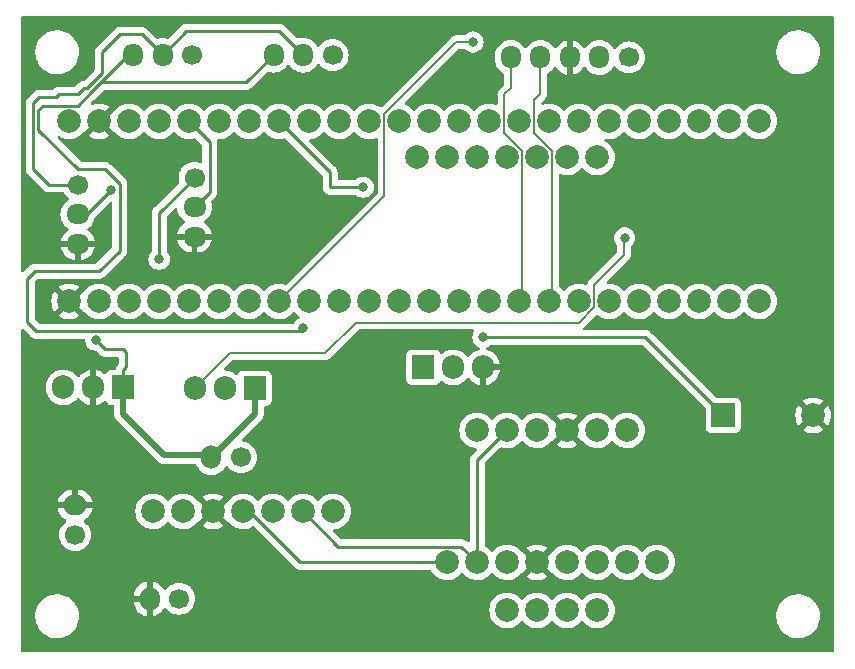
<source format=gbr>
%TF.GenerationSoftware,KiCad,Pcbnew,7.0.6-0*%
%TF.CreationDate,2023-09-30T12:37:56-04:00*%
%TF.ProjectId,UDM PCB,55444d20-5043-4422-9e6b-696361645f70,rev?*%
%TF.SameCoordinates,Original*%
%TF.FileFunction,Copper,L2,Bot*%
%TF.FilePolarity,Positive*%
%FSLAX46Y46*%
G04 Gerber Fmt 4.6, Leading zero omitted, Abs format (unit mm)*
G04 Created by KiCad (PCBNEW 7.0.6-0) date 2023-09-30 12:37:56*
%MOMM*%
%LPD*%
G01*
G04 APERTURE LIST*
%TA.AperFunction,ComponentPad*%
%ADD10R,1.905000X2.000000*%
%TD*%
%TA.AperFunction,ComponentPad*%
%ADD11O,1.905000X2.000000*%
%TD*%
%TA.AperFunction,ComponentPad*%
%ADD12C,2.000000*%
%TD*%
%TA.AperFunction,ComponentPad*%
%ADD13R,2.000000X2.000000*%
%TD*%
%TA.AperFunction,ComponentPad*%
%ADD14C,1.700000*%
%TD*%
%TA.AperFunction,ComponentPad*%
%ADD15O,1.950000X1.700000*%
%TD*%
%TA.AperFunction,ComponentPad*%
%ADD16O,1.700000X1.950000*%
%TD*%
%TA.AperFunction,ComponentPad*%
%ADD17O,1.700000X2.000000*%
%TD*%
%TA.AperFunction,ComponentPad*%
%ADD18O,2.000000X1.700000*%
%TD*%
%TA.AperFunction,ViaPad*%
%ADD19C,0.800000*%
%TD*%
%TA.AperFunction,Conductor*%
%ADD20C,0.250000*%
%TD*%
%TA.AperFunction,Conductor*%
%ADD21C,0.127000*%
%TD*%
%TA.AperFunction,Conductor*%
%ADD22C,0.500000*%
%TD*%
G04 APERTURE END LIST*
D10*
%TO.P,Q2,1,B*%
%TO.N,SERVO_ON*%
X189992000Y-110998000D03*
D11*
%TO.P,Q2,2,C*%
%TO.N,Net-(Q2-C)*%
X192532000Y-110998000D03*
%TO.P,Q2,3,E*%
%TO.N,GND*%
X195072000Y-110998000D03*
%TD*%
D12*
%TO.P,BMP1,0,VIN*%
%TO.N,+3V3*%
X167132000Y-123190000D03*
%TO.P,BMP1,1,3V0*%
%TO.N,unconnected-(BMP1-3V0-Pad1)*%
X169672000Y-123190000D03*
%TO.P,BMP1,2,GND*%
%TO.N,GND*%
X172212000Y-123190000D03*
%TO.P,BMP1,3,SCK*%
%TO.N,SCL*%
X174752000Y-123190000D03*
%TO.P,BMP1,4,SDO*%
%TO.N,unconnected-(BMP1-SDO-Pad4)*%
X177292000Y-123190000D03*
%TO.P,BMP1,5,SDI*%
%TO.N,SDA*%
X179832000Y-123190000D03*
%TO.P,BMP1,6,CS*%
%TO.N,unconnected-(BMP1-CS-Pad6)*%
X182372000Y-123190000D03*
%TD*%
D13*
%TO.P,BZ1,1,-*%
%TO.N,BUZZER*%
X215412000Y-115062000D03*
D12*
%TO.P,BZ1,2,+*%
%TO.N,GND*%
X223012000Y-115062000D03*
%TD*%
%TO.P,Teensy4.1,0,GND*%
%TO.N,GND*%
X160020000Y-105410000D03*
%TO.P,Teensy4.1,1,RX1*%
%TO.N,unconnected-(Teensy4.1-RX1-Pad1)*%
X162560000Y-105410000D03*
%TO.P,Teensy4.1,2,TX1*%
%TO.N,unconnected-(Teensy4.1-TX1-Pad2)*%
X165100000Y-105410000D03*
%TO.P,Teensy4.1,3,PWM*%
%TO.N,PWM1*%
X167640000Y-105410000D03*
%TO.P,Teensy4.1,4,PWM*%
%TO.N,PWM2*%
X170180000Y-105410000D03*
%TO.P,Teensy4.1,5,PWM*%
%TO.N,SERVO_ON*%
X172720000Y-105410000D03*
%TO.P,Teensy4.1,6,PWM*%
%TO.N,unconnected-(Teensy4.1-PWM-Pad6)*%
X175260000Y-105410000D03*
%TO.P,Teensy4.1,7,PWM*%
%TO.N,STR_GLIDER*%
X177800000Y-105410000D03*
%TO.P,Teensy4.1,8,RX2*%
%TO.N,unconnected-(Teensy4.1-RX2-Pad8)*%
X180340000Y-105410000D03*
%TO.P,Teensy4.1,9,TX2*%
%TO.N,unconnected-(Teensy4.1-TX2-Pad9)*%
X182880000Y-105410000D03*
%TO.P,Teensy4.1,10,PWM*%
%TO.N,BUZZER*%
X185420000Y-105410000D03*
%TO.P,Teensy4.1,11,CS*%
%TO.N,unconnected-(Teensy4.1-CS-Pad11)*%
X187960000Y-105410000D03*
%TO.P,Teensy4.1,12,MOSI*%
%TO.N,unconnected-(Teensy4.1-MOSI-Pad12)*%
X190500000Y-105410000D03*
%TO.P,Teensy4.1,13,MISO*%
%TO.N,unconnected-(Teensy4.1-MISO-Pad13)*%
X193040000Y-105410000D03*
%TO.P,Teensy4.1,14,3.3V*%
%TO.N,unconnected-(Teensy4.1-3.3V-Pad14)*%
X195580000Y-105410000D03*
%TO.P,Teensy4.1,15,SCL2*%
%TO.N,SCL_COM*%
X198120000Y-105410000D03*
%TO.P,Teensy4.1,16,SDA2*%
%TO.N,SDA_COM*%
X200660000Y-105410000D03*
%TO.P,Teensy4.1,17,MOSI1*%
%TO.N,unconnected-(Teensy4.1-MOSI1-Pad17)*%
X203200000Y-105410000D03*
%TO.P,Teensy4.1,18,SCK1*%
%TO.N,unconnected-(Teensy4.1-SCK1-Pad18)*%
X205740000Y-105410000D03*
%TO.P,Teensy4.1,19,RX7*%
%TO.N,unconnected-(Teensy4.1-RX7-Pad19)*%
X208280000Y-105410000D03*
%TO.P,Teensy4.1,20,TX7*%
%TO.N,unconnected-(Teensy4.1-TX7-Pad20)*%
X210820000Y-105410000D03*
%TO.P,Teensy4.1,21,GPIO*%
%TO.N,unconnected-(Teensy4.1-GPIO-Pad21)*%
X213360000Y-105410000D03*
%TO.P,Teensy4.1,22,GPIO*%
%TO.N,unconnected-(Teensy4.1-GPIO-Pad22)*%
X215900000Y-105410000D03*
%TO.P,Teensy4.1,23,GPIO*%
%TO.N,unconnected-(Teensy4.1-GPIO-Pad23)*%
X218440000Y-105410000D03*
%TO.P,Teensy4.1,24,PWM*%
%TO.N,unconnected-(Teensy4.1-PWM-Pad24)*%
X218440000Y-90170000D03*
%TO.P,Teensy4.1,25,RX8*%
%TO.N,unconnected-(Teensy4.1-RX8-Pad25)*%
X215900000Y-90170000D03*
%TO.P,Teensy4.1,26,TX8*%
%TO.N,unconnected-(Teensy4.1-TX8-Pad26)*%
X213360000Y-90170000D03*
%TO.P,Teensy4.1,27,PWM*%
%TO.N,unconnected-(Teensy4.1-PWM-Pad27)*%
X210820000Y-90170000D03*
%TO.P,Teensy4.1,28,PWM*%
%TO.N,unconnected-(Teensy4.1-PWM-Pad28)*%
X208280000Y-90170000D03*
%TO.P,Teensy4.1,29,CS1*%
%TO.N,unconnected-(Teensy4.1-CS1-Pad29)*%
X205740000Y-90170000D03*
%TO.P,Teensy4.1,30,MISO*%
%TO.N,unconnected-(Teensy4.1-MISO-Pad30)*%
X203200000Y-90170000D03*
%TO.P,Teensy4.1,31,A16*%
%TO.N,unconnected-(Teensy4.1-A16-Pad31)*%
X200660000Y-90170000D03*
%TO.P,Teensy4.1,32,A17*%
%TO.N,unconnected-(Teensy4.1-A17-Pad32)*%
X198120000Y-90170000D03*
%TO.P,Teensy4.1,33,GND*%
%TO.N,unconnected-(Teensy4.1-GND-Pad33)*%
X195580000Y-90170000D03*
%TO.P,Teensy4.1,34,SCK*%
%TO.N,unconnected-(Teensy4.1-SCK-Pad34)*%
X193040000Y-90170000D03*
%TO.P,Teensy4.1,35,A0*%
%TO.N,unconnected-(Teensy4.1-A0-Pad35)*%
X190500000Y-90170000D03*
%TO.P,Teensy4.1,36,A1*%
%TO.N,unconnected-(Teensy4.1-A1-Pad36)*%
X187960000Y-90170000D03*
%TO.P,Teensy4.1,37,A2*%
%TO.N,unconnected-(Teensy4.1-A2-Pad37)*%
X185420000Y-90170000D03*
%TO.P,Teensy4.1,38,A3*%
%TO.N,unconnected-(Teensy4.1-A3-Pad38)*%
X182880000Y-90170000D03*
%TO.P,Teensy4.1,39,SDA*%
%TO.N,SDA*%
X180340000Y-90170000D03*
%TO.P,Teensy4.1,40,SCL*%
%TO.N,SCL*%
X177800000Y-90170000D03*
%TO.P,Teensy4.1,41,TX5*%
%TO.N,unconnected-(Teensy4.1-TX5-Pad41)*%
X175260000Y-90170000D03*
%TO.P,Teensy4.1,42,RX5*%
%TO.N,unconnected-(Teensy4.1-RX5-Pad42)*%
X172720000Y-90170000D03*
%TO.P,Teensy4.1,43,PWM*%
%TO.N,NICHROME_SIGNAL2*%
X170180000Y-90170000D03*
%TO.P,Teensy4.1,44,PWM*%
%TO.N,NICHROME_SIGNAL1*%
X167640000Y-90170000D03*
%TO.P,Teensy4.1,45,3.3V*%
%TO.N,+3V3*%
X165100000Y-90170000D03*
%TO.P,Teensy4.1,46,GND*%
%TO.N,GND*%
X162560000Y-90170000D03*
%TO.P,Teensy4.1,47,Vin*%
%TO.N,+5V*%
X160020000Y-90170000D03*
%TD*%
%TO.P,BNO1,0,Vin*%
%TO.N,+3V3*%
X207264000Y-116332000D03*
%TO.P,BNO1,1,3vo*%
%TO.N,unconnected-(BNO1-3vo-Pad1)*%
X204724000Y-116332000D03*
%TO.P,BNO1,2,GND*%
%TO.N,GND*%
X202184000Y-116332000D03*
%TO.P,BNO1,3,SCL*%
%TO.N,SCL*%
X199644000Y-116332000D03*
%TO.P,BNO1,4,SDA*%
%TO.N,SDA*%
X197104000Y-116332000D03*
%TO.P,BNO1,5,RST*%
%TO.N,unconnected-(BNO1-RST-Pad5)*%
X194564000Y-116332000D03*
%TO.P,BNO1,6,INT*%
%TO.N,unconnected-(BNO1-INT-Pad6)*%
X204724000Y-131572000D03*
%TO.P,BNO1,7,ADR*%
%TO.N,unconnected-(BNO1-ADR-Pad7)*%
X202184000Y-131572000D03*
%TO.P,BNO1,8,PS0*%
%TO.N,unconnected-(BNO1-PS0-Pad8)*%
X199644000Y-131572000D03*
%TO.P,BNO1,9,PS1*%
%TO.N,unconnected-(BNO1-PS1-Pad9)*%
X197104000Y-131572000D03*
%TD*%
D14*
%TO.P,Nichrome_Connector1,1,Pin_1*%
%TO.N,+7.5V*%
X160765000Y-95544000D03*
D15*
%TO.P,Nichrome_Connector1,2,Pin_2*%
%TO.N,NICHROME_SIGNAL1*%
X160765000Y-98044000D03*
%TO.P,Nichrome_Connector1,3,Pin_3*%
%TO.N,GND*%
X160765000Y-100544000D03*
%TD*%
D14*
%TO.P,Nichrome_Connector2,1,Pin_1*%
%TO.N,+7.5V*%
X170637200Y-94934400D03*
D15*
%TO.P,Nichrome_Connector2,2,Pin_2*%
%TO.N,NICHROME_SIGNAL2*%
X170637200Y-97434400D03*
%TO.P,Nichrome_Connector2,3,Pin_3*%
%TO.N,GND*%
X170637200Y-99934400D03*
%TD*%
D10*
%TO.P,Voltage_Regulator_5V1,1,B*%
%TO.N,+7.5V*%
X164592000Y-112705000D03*
D11*
%TO.P,Voltage_Regulator_5V1,2,C*%
%TO.N,GND*%
X162052000Y-112705000D03*
%TO.P,Voltage_Regulator_5V1,3,E*%
%TO.N,+5V*%
X159512000Y-112705000D03*
%TD*%
D12*
%TO.P,Sparkfun_NEO-M9N1,0,GND*%
%TO.N,unconnected-(Sparkfun_NEO-M9N1-GND-Pad0)*%
X204724000Y-93218000D03*
%TO.P,Sparkfun_NEO-M9N1,1,5V*%
%TO.N,unconnected-(Sparkfun_NEO-M9N1-5V-Pad1)*%
X202184000Y-93218000D03*
%TO.P,Sparkfun_NEO-M9N1,2,3V3*%
%TO.N,unconnected-(Sparkfun_NEO-M9N1-3V3-Pad2)*%
X199644000Y-93218000D03*
%TO.P,Sparkfun_NEO-M9N1,3,CS*%
%TO.N,unconnected-(Sparkfun_NEO-M9N1-CS-Pad3)*%
X197104000Y-93218000D03*
%TO.P,Sparkfun_NEO-M9N1,4,RX/SDI*%
%TO.N,unconnected-(Sparkfun_NEO-M9N1-RX{slash}SDI-Pad4)*%
X194564000Y-93218000D03*
%TO.P,Sparkfun_NEO-M9N1,5,TX/SDO*%
%TO.N,unconnected-(Sparkfun_NEO-M9N1-TX{slash}SDO-Pad5)*%
X192024000Y-93218000D03*
%TO.P,Sparkfun_NEO-M9N1,6,SCK*%
%TO.N,unconnected-(Sparkfun_NEO-M9N1-SCK-Pad6)*%
X189484000Y-93218000D03*
%TO.P,Sparkfun_NEO-M9N1,7,PPS*%
%TO.N,unconnected-(Sparkfun_NEO-M9N1-PPS-Pad7)*%
X209804000Y-127508000D03*
%TO.P,Sparkfun_NEO-M9N1,8,RST*%
%TO.N,unconnected-(Sparkfun_NEO-M9N1-RST-Pad8)*%
X207264000Y-127508000D03*
%TO.P,Sparkfun_NEO-M9N1,9,SAFE*%
%TO.N,unconnected-(Sparkfun_NEO-M9N1-SAFE-Pad9)*%
X204724000Y-127508000D03*
%TO.P,Sparkfun_NEO-M9N1,10,INT*%
%TO.N,unconnected-(Sparkfun_NEO-M9N1-INT-Pad10)*%
X202184000Y-127508000D03*
%TO.P,Sparkfun_NEO-M9N1,11,GND*%
%TO.N,GND*%
X199644000Y-127508000D03*
%TO.P,Sparkfun_NEO-M9N1,12,3V3*%
%TO.N,+3V3*%
X197104000Y-127508000D03*
%TO.P,Sparkfun_NEO-M9N1,13,SDA*%
%TO.N,SDA*%
X194564000Y-127508000D03*
%TO.P,Sparkfun_NEO-M9N1,14,SCL*%
%TO.N,SCL*%
X192024000Y-127508000D03*
%TD*%
D14*
%TO.P,Glider_Connection1,1,Pin_1*%
%TO.N,STR_FRAME*%
X207416400Y-84759800D03*
D16*
%TO.P,Glider_Connection1,2,Pin_2*%
%TO.N,STR_GLIDER*%
X204916400Y-84759800D03*
%TO.P,Glider_Connection1,3,Pin_3*%
%TO.N,GND*%
X202416400Y-84759800D03*
%TO.P,Glider_Connection1,4,Pin_4*%
%TO.N,SDA_COM*%
X199916400Y-84759800D03*
%TO.P,Glider_Connection1,5,Pin_5*%
%TO.N,SCL_COM*%
X197416400Y-84759800D03*
%TD*%
D14*
%TO.P,Servo1,1,Pin_1*%
%TO.N,PWM1*%
X170434000Y-84582000D03*
D16*
%TO.P,Servo1,2,Pin_2*%
%TO.N,+7.5V*%
X167934000Y-84582000D03*
%TO.P,Servo1,3,Pin_3*%
%TO.N,Net-(Q2-C)*%
X165434000Y-84582000D03*
%TD*%
D10*
%TO.P,D1,1,K*%
%TO.N,+7.5V*%
X175742600Y-112776000D03*
D11*
%TO.P,D1,2,A*%
%TO.N,Net-(Bypass_Switch1-Pin_1)*%
X173202600Y-112776000D03*
%TO.P,D1,3,G*%
%TO.N,STR_FRAME*%
X170662600Y-112776000D03*
%TD*%
D14*
%TO.P,Bypass_Switch1,1,Pin_1*%
%TO.N,Net-(Bypass_Switch1-Pin_1)*%
X174574200Y-118618000D03*
D17*
%TO.P,Bypass_Switch1,2,Pin_2*%
%TO.N,+7.5V*%
X172074200Y-118618000D03*
%TD*%
D14*
%TO.P,Servo2,1,Pin_1*%
%TO.N,PWM2*%
X182332000Y-84565000D03*
D16*
%TO.P,Servo2,2,Pin_2*%
%TO.N,+7.5V*%
X179832000Y-84565000D03*
%TO.P,Servo2,3,Pin_3*%
%TO.N,Net-(Q2-C)*%
X177332000Y-84565000D03*
%TD*%
D14*
%TO.P,Power1,1,Pin_1*%
%TO.N,Net-(Bypass_Switch1-Pin_1)*%
X169342000Y-130588000D03*
D17*
%TO.P,Power1,2,Pin_2*%
%TO.N,GND*%
X166842000Y-130588000D03*
%TD*%
D14*
%TO.P,PWR_OUT1,1,Pin_1*%
%TO.N,+7.5V*%
X160528000Y-125182000D03*
D18*
%TO.P,PWR_OUT1,2,Pin_2*%
%TO.N,GND*%
X160528000Y-122682000D03*
%TD*%
D19*
%TO.N,BUZZER*%
X195072000Y-108458000D03*
%TO.N,STR_FRAME*%
X207060800Y-100050600D03*
%TO.N,NICHROME_SIGNAL1*%
X163576000Y-96012000D03*
%TO.N,STR_GLIDER*%
X194208400Y-83464400D03*
%TO.N,SCL*%
X184912000Y-95758000D03*
%TO.N,+7.5V*%
X162306000Y-108712000D03*
X167640000Y-101854000D03*
%TO.N,Net-(Q2-C)*%
X179832000Y-107696000D03*
%TD*%
D20*
%TO.N,BUZZER*%
X208808000Y-108458000D02*
X215412000Y-115062000D01*
X195072000Y-108458000D02*
X208808000Y-108458000D01*
D21*
%TO.N,STR_FRAME*%
X181711600Y-109804200D02*
X173634400Y-109804200D01*
X184302400Y-107213400D02*
X181711600Y-109804200D01*
X204463500Y-105933359D02*
X203183459Y-107213400D01*
X207003500Y-101454101D02*
X204463500Y-103994101D01*
X173634400Y-109804200D02*
X170662600Y-112776000D01*
X204463500Y-103994101D02*
X204463500Y-105933359D01*
X207416400Y-84759800D02*
X206832200Y-85344000D01*
X203183459Y-107213400D02*
X184302400Y-107213400D01*
X207003500Y-101454101D02*
X207003500Y-100107900D01*
X207003500Y-100107900D02*
X207060800Y-100050600D01*
D20*
%TO.N,NICHROME_SIGNAL1*%
X160765000Y-98044000D02*
X161544000Y-98044000D01*
X161544000Y-98044000D02*
X163576000Y-96012000D01*
X160765000Y-98281000D02*
X160765000Y-98044000D01*
D21*
%TO.N,STR_GLIDER*%
X192765200Y-83459800D02*
X194203800Y-83459800D01*
X204916400Y-84759800D02*
X204203101Y-84759800D01*
X192765200Y-83459800D02*
X186696500Y-89528500D01*
X194203800Y-83459800D02*
X194208400Y-83464400D01*
X186696500Y-96513500D02*
X177800000Y-105410000D01*
X186696500Y-89528500D02*
X186696500Y-96513500D01*
D20*
%TO.N,NICHROME_SIGNAL2*%
X171937200Y-91927200D02*
X171937200Y-96134400D01*
X171937200Y-96134400D02*
X170637200Y-97434400D01*
X170180000Y-90170000D02*
X171937200Y-91927200D01*
%TO.N,SCL*%
X174752000Y-123190000D02*
X175289000Y-123190000D01*
D21*
X184912000Y-95758000D02*
X184658000Y-95758000D01*
D20*
X182118000Y-95758000D02*
X182118000Y-94488000D01*
X179607000Y-127508000D02*
X192024000Y-127508000D01*
X182118000Y-95758000D02*
X184912000Y-95758000D01*
X175289000Y-123190000D02*
X179607000Y-127508000D01*
X182118000Y-94488000D02*
X177800000Y-90170000D01*
%TO.N,SDA*%
X179832000Y-123190000D02*
X182825000Y-126183000D01*
X194564000Y-127508000D02*
X194564000Y-118872000D01*
X194564000Y-118872000D02*
X197104000Y-116332000D01*
X182825000Y-126183000D02*
X193239000Y-126183000D01*
X193239000Y-126183000D02*
X194564000Y-127508000D01*
D22*
%TO.N,+7.5V*%
X175742600Y-114949600D02*
X175742600Y-112776000D01*
D20*
X162814000Y-84328000D02*
X162814000Y-86106000D01*
X164338000Y-82804000D02*
X162814000Y-84328000D01*
X177817000Y-82550000D02*
X179832000Y-84565000D01*
X167640000Y-101854000D02*
X167640000Y-97931600D01*
X164592000Y-111252000D02*
X164592000Y-112705000D01*
X156972000Y-94234000D02*
X158282000Y-95544000D01*
X169926000Y-82550000D02*
X177817000Y-82550000D01*
X162814000Y-86106000D02*
X161544000Y-87376000D01*
D22*
X164592000Y-114935000D02*
X168071800Y-118414800D01*
X164592000Y-112705000D02*
X164592000Y-114935000D01*
D20*
X167640000Y-97931600D02*
X170637200Y-94934400D01*
X167934000Y-84542000D02*
X169926000Y-82550000D01*
X164846000Y-110998000D02*
X164592000Y-111252000D01*
X161290000Y-87376000D02*
X160782000Y-87884000D01*
X158282000Y-95544000D02*
X160765000Y-95544000D01*
X164338000Y-82804000D02*
X166156000Y-82804000D01*
X160782000Y-87884000D02*
X159162167Y-87884000D01*
X164846000Y-109728000D02*
X164846000Y-110998000D01*
X157480000Y-88138000D02*
X156972000Y-88646000D01*
X158908167Y-88138000D02*
X157480000Y-88138000D01*
D22*
X172277400Y-118414800D02*
X175742600Y-114949600D01*
D20*
X167934000Y-84582000D02*
X167934000Y-84542000D01*
D22*
X168071800Y-118414800D02*
X172277400Y-118414800D01*
D20*
X159162167Y-87884000D02*
X158908167Y-88138000D01*
X166156000Y-82804000D02*
X167934000Y-84582000D01*
X164592000Y-109474000D02*
X164846000Y-109728000D01*
X163068000Y-109474000D02*
X162306000Y-108712000D01*
X164592000Y-109474000D02*
X163068000Y-109474000D01*
X156972000Y-88646000D02*
X156972000Y-94234000D01*
X161544000Y-87376000D02*
X161290000Y-87376000D01*
%TO.N,Net-(Q2-C)*%
X161877083Y-87709083D02*
X160741166Y-88845000D01*
X160741166Y-88845000D02*
X157789000Y-88845000D01*
X162718166Y-86868000D02*
X175029000Y-86868000D01*
X157425000Y-89209000D02*
X157425000Y-90877000D01*
X156464000Y-107188000D02*
X157226000Y-107950000D01*
X161877083Y-87709083D02*
X165004167Y-84582000D01*
X156464000Y-103505000D02*
X156464000Y-107188000D01*
X175029000Y-86868000D02*
X177332000Y-84565000D01*
X165004167Y-84582000D02*
X165434000Y-84582000D01*
X157425000Y-90877000D02*
X160782000Y-94234000D01*
X179578000Y-107950000D02*
X179832000Y-107696000D01*
X157789000Y-88845000D02*
X157425000Y-89209000D01*
X160782000Y-94234000D02*
X163068000Y-94234000D01*
X164301000Y-95467000D02*
X164301000Y-101129000D01*
X163068000Y-94234000D02*
X164301000Y-95467000D01*
X164301000Y-101129000D02*
X162560000Y-102870000D01*
X157099000Y-102870000D02*
X156464000Y-103505000D01*
X162560000Y-102870000D02*
X157099000Y-102870000D01*
X157226000Y-107950000D02*
X179578000Y-107950000D01*
X161877083Y-87709083D02*
X162718166Y-86868000D01*
D21*
%TO.N,SDA_COM*%
X199916400Y-84759800D02*
X199916400Y-87865600D01*
X199396500Y-88385500D02*
X199396500Y-91183641D01*
X200907500Y-105162500D02*
X200660000Y-105410000D01*
X199916400Y-87865600D02*
X199396500Y-88385500D01*
X200907500Y-92694641D02*
X200907500Y-105162500D01*
X199396500Y-91183641D02*
X200907500Y-92694641D01*
%TO.N,SCL_COM*%
X196856500Y-91183641D02*
X198380500Y-92707641D01*
X196856500Y-87885100D02*
X196856500Y-91183641D01*
X197416400Y-87325200D02*
X196856500Y-87885100D01*
X198380500Y-92707641D02*
X198380500Y-105149500D01*
X197416400Y-87325200D02*
X197416400Y-87383600D01*
X198380500Y-105149500D02*
X198120000Y-105410000D01*
X197416400Y-84759800D02*
X197416400Y-87325200D01*
%TD*%
%TA.AperFunction,Conductor*%
%TO.N,GND*%
G36*
X224732539Y-81300185D02*
G01*
X224778294Y-81352989D01*
X224789500Y-81404500D01*
X224789500Y-135003500D01*
X224769815Y-135070539D01*
X224717011Y-135116294D01*
X224665500Y-135127500D01*
X156080500Y-135127500D01*
X156013461Y-135107815D01*
X155967706Y-135055011D01*
X155956500Y-135003500D01*
X155956500Y-132147763D01*
X157149787Y-132147763D01*
X157179413Y-132417013D01*
X157179415Y-132417024D01*
X157247926Y-132679082D01*
X157247928Y-132679088D01*
X157353870Y-132928390D01*
X157494979Y-133159605D01*
X157494986Y-133159615D01*
X157668253Y-133367819D01*
X157668259Y-133367824D01*
X157869998Y-133548582D01*
X158095910Y-133698044D01*
X158341176Y-133813020D01*
X158341183Y-133813022D01*
X158341185Y-133813023D01*
X158600557Y-133891057D01*
X158600564Y-133891058D01*
X158600569Y-133891060D01*
X158868561Y-133930500D01*
X158868566Y-133930500D01*
X159071636Y-133930500D01*
X159123133Y-133926730D01*
X159274156Y-133915677D01*
X159386758Y-133890593D01*
X159538546Y-133856782D01*
X159538548Y-133856781D01*
X159538553Y-133856780D01*
X159791558Y-133760014D01*
X160027777Y-133627441D01*
X160242177Y-133461888D01*
X160430186Y-133266881D01*
X160587799Y-133046579D01*
X160661787Y-132902669D01*
X160711649Y-132805690D01*
X160711651Y-132805684D01*
X160711656Y-132805675D01*
X160799118Y-132549305D01*
X160848319Y-132282933D01*
X160858212Y-132012235D01*
X160828586Y-131742982D01*
X160760072Y-131480912D01*
X160654130Y-131231610D01*
X160513018Y-131000390D01*
X160423747Y-130893119D01*
X160377877Y-130838000D01*
X165495592Y-130838000D01*
X165507430Y-130973315D01*
X165507432Y-130973326D01*
X165568566Y-131201483D01*
X165568570Y-131201492D01*
X165668399Y-131415577D01*
X165668400Y-131415579D01*
X165803886Y-131609073D01*
X165803891Y-131609079D01*
X165970917Y-131776105D01*
X166164421Y-131911600D01*
X166378507Y-132011429D01*
X166378516Y-132011433D01*
X166592000Y-132068634D01*
X166592000Y-131023501D01*
X166699685Y-131072680D01*
X166806237Y-131088000D01*
X166877763Y-131088000D01*
X166984315Y-131072680D01*
X167092000Y-131023501D01*
X167092000Y-132068633D01*
X167305483Y-132011433D01*
X167305492Y-132011429D01*
X167519577Y-131911600D01*
X167519579Y-131911599D01*
X167713073Y-131776113D01*
X167713079Y-131776108D01*
X167880108Y-131609079D01*
X167880113Y-131609073D01*
X168015598Y-131415579D01*
X168027652Y-131389730D01*
X168073823Y-131337289D01*
X168141016Y-131318135D01*
X168207898Y-131338349D01*
X168241610Y-131371006D01*
X168303505Y-131459401D01*
X168470599Y-131626495D01*
X168567384Y-131694264D01*
X168664165Y-131762032D01*
X168664167Y-131762033D01*
X168664170Y-131762035D01*
X168878337Y-131861903D01*
X169106592Y-131923063D01*
X169294918Y-131939539D01*
X169341999Y-131943659D01*
X169342000Y-131943659D01*
X169342001Y-131943659D01*
X169381234Y-131940226D01*
X169577408Y-131923063D01*
X169805663Y-131861903D01*
X170019830Y-131762035D01*
X170213401Y-131626495D01*
X170267891Y-131572005D01*
X195598357Y-131572005D01*
X195618890Y-131819812D01*
X195618892Y-131819824D01*
X195679936Y-132060881D01*
X195779826Y-132288606D01*
X195915833Y-132496782D01*
X195915836Y-132496785D01*
X196084256Y-132679738D01*
X196280491Y-132832474D01*
X196499190Y-132950828D01*
X196734386Y-133031571D01*
X196979665Y-133072500D01*
X197228335Y-133072500D01*
X197473614Y-133031571D01*
X197708810Y-132950828D01*
X197927509Y-132832474D01*
X198123744Y-132679738D01*
X198282771Y-132506988D01*
X198342657Y-132470999D01*
X198412495Y-132473099D01*
X198465228Y-132506988D01*
X198624256Y-132679738D01*
X198820491Y-132832474D01*
X199039190Y-132950828D01*
X199274386Y-133031571D01*
X199519665Y-133072500D01*
X199768335Y-133072500D01*
X200013614Y-133031571D01*
X200248810Y-132950828D01*
X200467509Y-132832474D01*
X200663744Y-132679738D01*
X200822771Y-132506988D01*
X200882657Y-132470999D01*
X200952495Y-132473099D01*
X201005228Y-132506988D01*
X201164256Y-132679738D01*
X201360491Y-132832474D01*
X201579190Y-132950828D01*
X201814386Y-133031571D01*
X202059665Y-133072500D01*
X202308335Y-133072500D01*
X202553614Y-133031571D01*
X202788810Y-132950828D01*
X203007509Y-132832474D01*
X203203744Y-132679738D01*
X203362771Y-132506988D01*
X203422657Y-132470999D01*
X203492495Y-132473099D01*
X203545228Y-132506988D01*
X203704256Y-132679738D01*
X203900491Y-132832474D01*
X204119190Y-132950828D01*
X204354386Y-133031571D01*
X204599665Y-133072500D01*
X204848335Y-133072500D01*
X205093614Y-133031571D01*
X205328810Y-132950828D01*
X205547509Y-132832474D01*
X205743744Y-132679738D01*
X205912164Y-132496785D01*
X206048173Y-132288607D01*
X206109953Y-132147763D01*
X219887787Y-132147763D01*
X219917413Y-132417013D01*
X219917415Y-132417024D01*
X219985926Y-132679082D01*
X219985928Y-132679088D01*
X220091870Y-132928390D01*
X220232979Y-133159605D01*
X220232986Y-133159615D01*
X220406253Y-133367819D01*
X220406259Y-133367824D01*
X220607998Y-133548582D01*
X220833910Y-133698044D01*
X221079176Y-133813020D01*
X221079183Y-133813022D01*
X221079185Y-133813023D01*
X221338557Y-133891057D01*
X221338564Y-133891058D01*
X221338569Y-133891060D01*
X221606561Y-133930500D01*
X221606566Y-133930500D01*
X221809636Y-133930500D01*
X221861133Y-133926730D01*
X222012156Y-133915677D01*
X222124758Y-133890593D01*
X222276546Y-133856782D01*
X222276548Y-133856781D01*
X222276553Y-133856780D01*
X222529558Y-133760014D01*
X222765777Y-133627441D01*
X222980177Y-133461888D01*
X223168186Y-133266881D01*
X223325799Y-133046579D01*
X223399787Y-132902669D01*
X223449649Y-132805690D01*
X223449651Y-132805684D01*
X223449656Y-132805675D01*
X223537118Y-132549305D01*
X223586319Y-132282933D01*
X223596212Y-132012235D01*
X223566586Y-131742982D01*
X223498072Y-131480912D01*
X223392130Y-131231610D01*
X223251018Y-131000390D01*
X223161747Y-130893119D01*
X223077746Y-130792180D01*
X223077740Y-130792175D01*
X222876002Y-130611418D01*
X222650092Y-130461957D01*
X222650090Y-130461956D01*
X222404824Y-130346980D01*
X222404819Y-130346978D01*
X222404814Y-130346976D01*
X222145442Y-130268942D01*
X222145428Y-130268939D01*
X222029791Y-130251921D01*
X221877439Y-130229500D01*
X221674369Y-130229500D01*
X221674364Y-130229500D01*
X221471844Y-130244323D01*
X221471831Y-130244325D01*
X221207453Y-130303217D01*
X221207446Y-130303220D01*
X220954439Y-130399987D01*
X220718226Y-130532557D01*
X220503822Y-130698112D01*
X220315822Y-130893109D01*
X220315816Y-130893116D01*
X220158202Y-131113419D01*
X220158199Y-131113424D01*
X220034350Y-131354309D01*
X220034343Y-131354327D01*
X219946884Y-131610685D01*
X219946881Y-131610699D01*
X219943963Y-131626498D01*
X219908257Y-131819812D01*
X219897681Y-131877068D01*
X219897680Y-131877075D01*
X219887787Y-132147763D01*
X206109953Y-132147763D01*
X206148063Y-132060881D01*
X206209108Y-131819821D01*
X206212731Y-131776105D01*
X206225127Y-131626495D01*
X206229643Y-131572000D01*
X206210282Y-131338349D01*
X206209109Y-131324187D01*
X206209107Y-131324175D01*
X206148063Y-131083118D01*
X206048173Y-130855393D01*
X205912166Y-130647217D01*
X205890557Y-130623744D01*
X205743744Y-130464262D01*
X205547509Y-130311526D01*
X205547507Y-130311525D01*
X205547506Y-130311524D01*
X205328811Y-130193172D01*
X205328802Y-130193169D01*
X205093616Y-130112429D01*
X204848335Y-130071500D01*
X204599665Y-130071500D01*
X204354383Y-130112429D01*
X204119197Y-130193169D01*
X204119188Y-130193172D01*
X203900493Y-130311524D01*
X203704257Y-130464261D01*
X203545230Y-130637010D01*
X203485342Y-130673001D01*
X203415504Y-130670900D01*
X203362770Y-130637010D01*
X203317652Y-130587999D01*
X203203744Y-130464262D01*
X203007509Y-130311526D01*
X203007507Y-130311525D01*
X203007506Y-130311524D01*
X202788811Y-130193172D01*
X202788802Y-130193169D01*
X202553616Y-130112429D01*
X202308335Y-130071500D01*
X202059665Y-130071500D01*
X201814383Y-130112429D01*
X201579197Y-130193169D01*
X201579188Y-130193172D01*
X201360493Y-130311524D01*
X201164257Y-130464261D01*
X201005230Y-130637010D01*
X200945342Y-130673001D01*
X200875504Y-130670900D01*
X200822770Y-130637010D01*
X200777652Y-130587999D01*
X200663744Y-130464262D01*
X200467509Y-130311526D01*
X200467507Y-130311525D01*
X200467506Y-130311524D01*
X200248811Y-130193172D01*
X200248802Y-130193169D01*
X200013616Y-130112429D01*
X199768335Y-130071500D01*
X199519665Y-130071500D01*
X199274383Y-130112429D01*
X199039197Y-130193169D01*
X199039188Y-130193172D01*
X198820493Y-130311524D01*
X198624257Y-130464261D01*
X198465230Y-130637010D01*
X198405342Y-130673001D01*
X198335504Y-130670900D01*
X198282770Y-130637010D01*
X198237652Y-130587999D01*
X198123744Y-130464262D01*
X197927509Y-130311526D01*
X197927507Y-130311525D01*
X197927506Y-130311524D01*
X197708811Y-130193172D01*
X197708802Y-130193169D01*
X197473616Y-130112429D01*
X197228335Y-130071500D01*
X196979665Y-130071500D01*
X196734383Y-130112429D01*
X196499197Y-130193169D01*
X196499188Y-130193172D01*
X196280493Y-130311524D01*
X196084257Y-130464261D01*
X195915833Y-130647217D01*
X195779826Y-130855393D01*
X195679936Y-131083118D01*
X195618892Y-131324175D01*
X195618890Y-131324187D01*
X195598357Y-131571994D01*
X195598357Y-131572005D01*
X170267891Y-131572005D01*
X170380495Y-131459401D01*
X170516035Y-131265830D01*
X170615903Y-131051663D01*
X170677063Y-130823408D01*
X170697659Y-130588000D01*
X170677063Y-130352592D01*
X170615903Y-130124337D01*
X170516035Y-129910171D01*
X170477971Y-129855809D01*
X170380494Y-129716597D01*
X170213402Y-129549506D01*
X170213395Y-129549501D01*
X170019834Y-129413967D01*
X170019830Y-129413965D01*
X169989648Y-129399891D01*
X169805663Y-129314097D01*
X169805659Y-129314096D01*
X169805655Y-129314094D01*
X169577413Y-129252938D01*
X169577403Y-129252936D01*
X169342001Y-129232341D01*
X169341999Y-129232341D01*
X169106596Y-129252936D01*
X169106586Y-129252938D01*
X168878344Y-129314094D01*
X168878335Y-129314098D01*
X168664171Y-129413964D01*
X168664169Y-129413965D01*
X168470597Y-129549505D01*
X168303504Y-129716598D01*
X168241610Y-129804992D01*
X168187033Y-129848617D01*
X168117535Y-129855809D01*
X168055180Y-129824287D01*
X168027653Y-129786271D01*
X168015599Y-129760420D01*
X167880113Y-129566926D01*
X167880108Y-129566920D01*
X167713082Y-129399894D01*
X167519578Y-129264399D01*
X167305492Y-129164570D01*
X167305486Y-129164567D01*
X167092000Y-129107364D01*
X167092000Y-130152498D01*
X166984315Y-130103320D01*
X166877763Y-130088000D01*
X166806237Y-130088000D01*
X166699685Y-130103320D01*
X166592000Y-130152498D01*
X166592000Y-129107364D01*
X166591999Y-129107364D01*
X166378513Y-129164567D01*
X166378507Y-129164570D01*
X166164422Y-129264399D01*
X166164420Y-129264400D01*
X165970926Y-129399886D01*
X165970920Y-129399891D01*
X165803891Y-129566920D01*
X165803886Y-129566926D01*
X165668400Y-129760420D01*
X165668399Y-129760422D01*
X165568570Y-129974507D01*
X165568566Y-129974516D01*
X165507432Y-130202673D01*
X165507430Y-130202684D01*
X165495592Y-130337999D01*
X165495593Y-130338000D01*
X166408314Y-130338000D01*
X166382507Y-130378156D01*
X166342000Y-130516111D01*
X166342000Y-130659889D01*
X166382507Y-130797844D01*
X166408314Y-130838000D01*
X165495592Y-130838000D01*
X160377877Y-130838000D01*
X160339746Y-130792180D01*
X160339740Y-130792175D01*
X160138002Y-130611418D01*
X159912092Y-130461957D01*
X159912090Y-130461956D01*
X159666824Y-130346980D01*
X159666819Y-130346978D01*
X159666814Y-130346976D01*
X159407442Y-130268942D01*
X159407428Y-130268939D01*
X159291791Y-130251921D01*
X159139439Y-130229500D01*
X158936369Y-130229500D01*
X158936364Y-130229500D01*
X158733844Y-130244323D01*
X158733831Y-130244325D01*
X158469453Y-130303217D01*
X158469446Y-130303220D01*
X158216439Y-130399987D01*
X157980226Y-130532557D01*
X157765822Y-130698112D01*
X157577822Y-130893109D01*
X157577816Y-130893116D01*
X157420202Y-131113419D01*
X157420199Y-131113424D01*
X157296350Y-131354309D01*
X157296343Y-131354327D01*
X157208884Y-131610685D01*
X157208881Y-131610699D01*
X157205963Y-131626498D01*
X157170257Y-131819812D01*
X157159681Y-131877068D01*
X157159680Y-131877075D01*
X157149787Y-132147763D01*
X155956500Y-132147763D01*
X155956500Y-122932000D01*
X159047364Y-122932000D01*
X159104567Y-123145486D01*
X159104570Y-123145492D01*
X159204399Y-123359577D01*
X159204400Y-123359579D01*
X159339886Y-123553073D01*
X159339891Y-123553079D01*
X159506920Y-123720108D01*
X159506926Y-123720113D01*
X159700420Y-123855599D01*
X159726271Y-123867653D01*
X159778711Y-123913824D01*
X159797864Y-123981017D01*
X159777650Y-124047899D01*
X159744992Y-124081610D01*
X159656598Y-124143504D01*
X159489505Y-124310597D01*
X159353965Y-124504169D01*
X159353964Y-124504171D01*
X159254098Y-124718335D01*
X159254094Y-124718344D01*
X159192938Y-124946586D01*
X159192936Y-124946596D01*
X159172341Y-125181999D01*
X159172341Y-125182000D01*
X159192936Y-125417403D01*
X159192938Y-125417413D01*
X159254094Y-125645655D01*
X159254096Y-125645659D01*
X159254097Y-125645663D01*
X159329824Y-125808060D01*
X159353965Y-125859830D01*
X159353967Y-125859834D01*
X159450649Y-125997909D01*
X159489505Y-126053401D01*
X159656599Y-126220495D01*
X159747848Y-126284388D01*
X159850165Y-126356032D01*
X159850167Y-126356033D01*
X159850170Y-126356035D01*
X160064337Y-126455903D01*
X160292592Y-126517063D01*
X160480918Y-126533539D01*
X160527999Y-126537659D01*
X160528000Y-126537659D01*
X160528001Y-126537659D01*
X160567234Y-126534226D01*
X160763408Y-126517063D01*
X160991663Y-126455903D01*
X161205830Y-126356035D01*
X161399401Y-126220495D01*
X161566495Y-126053401D01*
X161702035Y-125859830D01*
X161801903Y-125645663D01*
X161863063Y-125417408D01*
X161883659Y-125182000D01*
X161863063Y-124946592D01*
X161801903Y-124718337D01*
X161702035Y-124504171D01*
X161680325Y-124473165D01*
X161566494Y-124310597D01*
X161399402Y-124143506D01*
X161399401Y-124143505D01*
X161311006Y-124081610D01*
X161267383Y-124027034D01*
X161260190Y-123957535D01*
X161291712Y-123895181D01*
X161329730Y-123867652D01*
X161355579Y-123855598D01*
X161549073Y-123720113D01*
X161549079Y-123720108D01*
X161716105Y-123553082D01*
X161851600Y-123359578D01*
X161930672Y-123190005D01*
X165626357Y-123190005D01*
X165646890Y-123437812D01*
X165646892Y-123437824D01*
X165707936Y-123678881D01*
X165807826Y-123906606D01*
X165943833Y-124114782D01*
X165976245Y-124149991D01*
X166112256Y-124297738D01*
X166308491Y-124450474D01*
X166308493Y-124450475D01*
X166526332Y-124568364D01*
X166527190Y-124568828D01*
X166746141Y-124643994D01*
X166760964Y-124649083D01*
X166762386Y-124649571D01*
X167007665Y-124690500D01*
X167256335Y-124690500D01*
X167501614Y-124649571D01*
X167736810Y-124568828D01*
X167955509Y-124450474D01*
X168151744Y-124297738D01*
X168310771Y-124124988D01*
X168370657Y-124088999D01*
X168440495Y-124091099D01*
X168493228Y-124124988D01*
X168652256Y-124297738D01*
X168848491Y-124450474D01*
X168848493Y-124450475D01*
X169066332Y-124568364D01*
X169067190Y-124568828D01*
X169286141Y-124643994D01*
X169300964Y-124649083D01*
X169302386Y-124649571D01*
X169547665Y-124690500D01*
X169796335Y-124690500D01*
X170041614Y-124649571D01*
X170276810Y-124568828D01*
X170495509Y-124450474D01*
X170691744Y-124297738D01*
X170860164Y-124114785D01*
X170860533Y-124114219D01*
X170860745Y-124114038D01*
X170863322Y-124110729D01*
X170864002Y-124111258D01*
X170913676Y-124068860D01*
X170977138Y-124058697D01*
X170988564Y-124059882D01*
X171720866Y-123327580D01*
X171743318Y-123404040D01*
X171822605Y-123527413D01*
X171933438Y-123623451D01*
X172066839Y-123684373D01*
X172070634Y-123684918D01*
X171341942Y-124413609D01*
X171388768Y-124450055D01*
X171388770Y-124450056D01*
X171607385Y-124568364D01*
X171607396Y-124568369D01*
X171842506Y-124649083D01*
X172087707Y-124690000D01*
X172336293Y-124690000D01*
X172581493Y-124649083D01*
X172816603Y-124568369D01*
X172816614Y-124568364D01*
X173035228Y-124450057D01*
X173035231Y-124450055D01*
X173082056Y-124413609D01*
X172353365Y-123684918D01*
X172357161Y-123684373D01*
X172490562Y-123623451D01*
X172601395Y-123527413D01*
X172680682Y-123404040D01*
X172703133Y-123327579D01*
X173435434Y-124059882D01*
X173446861Y-124058697D01*
X173515573Y-124071360D01*
X173560092Y-124111194D01*
X173560683Y-124110735D01*
X173563218Y-124113992D01*
X173563456Y-124114205D01*
X173563831Y-124114780D01*
X173611709Y-124166789D01*
X173732256Y-124297738D01*
X173928491Y-124450474D01*
X173928493Y-124450475D01*
X174146332Y-124568364D01*
X174147190Y-124568828D01*
X174366141Y-124643994D01*
X174380964Y-124649083D01*
X174382386Y-124649571D01*
X174627665Y-124690500D01*
X174876335Y-124690500D01*
X175121614Y-124649571D01*
X175356810Y-124568828D01*
X175552184Y-124463096D01*
X175620510Y-124448502D01*
X175685883Y-124473165D01*
X175698880Y-124484470D01*
X177434902Y-126220493D01*
X179106197Y-127891788D01*
X179116022Y-127904051D01*
X179116243Y-127903869D01*
X179121214Y-127909878D01*
X179147217Y-127934295D01*
X179171635Y-127957226D01*
X179192529Y-127978120D01*
X179198011Y-127982373D01*
X179202443Y-127986157D01*
X179236418Y-128018062D01*
X179253976Y-128027714D01*
X179270235Y-128038395D01*
X179286064Y-128050673D01*
X179328838Y-128069182D01*
X179334056Y-128071738D01*
X179374908Y-128094197D01*
X179394316Y-128099180D01*
X179412717Y-128105480D01*
X179431104Y-128113437D01*
X179474488Y-128120308D01*
X179477119Y-128120725D01*
X179482839Y-128121909D01*
X179527981Y-128133500D01*
X179548016Y-128133500D01*
X179567414Y-128135026D01*
X179587194Y-128138159D01*
X179587195Y-128138160D01*
X179587195Y-128138159D01*
X179587196Y-128138160D01*
X179633583Y-128133775D01*
X179639422Y-128133500D01*
X190578850Y-128133500D01*
X190645889Y-128153185D01*
X190691644Y-128205989D01*
X190692405Y-128207689D01*
X190699824Y-128224603D01*
X190835833Y-128432782D01*
X190835836Y-128432785D01*
X191004256Y-128615738D01*
X191200491Y-128768474D01*
X191200493Y-128768475D01*
X191418332Y-128886364D01*
X191419190Y-128886828D01*
X191638141Y-128961994D01*
X191652964Y-128967083D01*
X191654386Y-128967571D01*
X191899665Y-129008500D01*
X192148335Y-129008500D01*
X192393614Y-128967571D01*
X192628810Y-128886828D01*
X192847509Y-128768474D01*
X193043744Y-128615738D01*
X193202771Y-128442988D01*
X193262657Y-128406999D01*
X193332495Y-128409099D01*
X193385228Y-128442988D01*
X193544256Y-128615738D01*
X193740491Y-128768474D01*
X193740493Y-128768475D01*
X193958332Y-128886364D01*
X193959190Y-128886828D01*
X194178141Y-128961994D01*
X194192964Y-128967083D01*
X194194386Y-128967571D01*
X194439665Y-129008500D01*
X194688335Y-129008500D01*
X194933614Y-128967571D01*
X195168810Y-128886828D01*
X195387509Y-128768474D01*
X195583744Y-128615738D01*
X195742771Y-128442988D01*
X195802657Y-128406999D01*
X195872495Y-128409099D01*
X195925228Y-128442988D01*
X196084256Y-128615738D01*
X196280491Y-128768474D01*
X196280493Y-128768475D01*
X196498332Y-128886364D01*
X196499190Y-128886828D01*
X196718141Y-128961994D01*
X196732964Y-128967083D01*
X196734386Y-128967571D01*
X196979665Y-129008500D01*
X197228335Y-129008500D01*
X197473614Y-128967571D01*
X197708810Y-128886828D01*
X197927509Y-128768474D01*
X198123744Y-128615738D01*
X198292164Y-128432785D01*
X198292533Y-128432219D01*
X198292745Y-128432038D01*
X198295322Y-128428729D01*
X198296002Y-128429258D01*
X198345676Y-128386860D01*
X198409138Y-128376697D01*
X198420564Y-128377882D01*
X199152866Y-127645580D01*
X199175318Y-127722040D01*
X199254605Y-127845413D01*
X199365438Y-127941451D01*
X199498839Y-128002373D01*
X199502634Y-128002918D01*
X198773942Y-128731609D01*
X198820768Y-128768055D01*
X198820770Y-128768056D01*
X199039385Y-128886364D01*
X199039396Y-128886369D01*
X199274506Y-128967083D01*
X199519707Y-129008000D01*
X199768293Y-129008000D01*
X200013493Y-128967083D01*
X200248603Y-128886369D01*
X200248614Y-128886364D01*
X200467228Y-128768057D01*
X200467231Y-128768055D01*
X200514056Y-128731609D01*
X199785365Y-128002918D01*
X199789161Y-128002373D01*
X199922562Y-127941451D01*
X200033395Y-127845413D01*
X200112682Y-127722040D01*
X200135132Y-127645580D01*
X200867434Y-128377882D01*
X200878861Y-128376697D01*
X200947573Y-128389360D01*
X200992092Y-128429194D01*
X200992683Y-128428735D01*
X200995218Y-128431992D01*
X200995456Y-128432205D01*
X200995831Y-128432780D01*
X200995836Y-128432785D01*
X201164256Y-128615738D01*
X201360491Y-128768474D01*
X201360493Y-128768475D01*
X201578332Y-128886364D01*
X201579190Y-128886828D01*
X201798141Y-128961994D01*
X201812964Y-128967083D01*
X201814386Y-128967571D01*
X202059665Y-129008500D01*
X202308335Y-129008500D01*
X202553614Y-128967571D01*
X202788810Y-128886828D01*
X203007509Y-128768474D01*
X203203744Y-128615738D01*
X203362772Y-128442986D01*
X203422656Y-128406999D01*
X203492494Y-128409099D01*
X203545228Y-128442989D01*
X203704252Y-128615734D01*
X203704256Y-128615738D01*
X203900491Y-128768474D01*
X203900493Y-128768475D01*
X204118332Y-128886364D01*
X204119190Y-128886828D01*
X204338141Y-128961994D01*
X204352964Y-128967083D01*
X204354386Y-128967571D01*
X204599665Y-129008500D01*
X204848335Y-129008500D01*
X205093614Y-128967571D01*
X205328810Y-128886828D01*
X205547509Y-128768474D01*
X205743744Y-128615738D01*
X205902771Y-128442988D01*
X205962657Y-128406999D01*
X206032495Y-128409099D01*
X206085228Y-128442988D01*
X206244256Y-128615738D01*
X206440491Y-128768474D01*
X206440493Y-128768475D01*
X206658332Y-128886364D01*
X206659190Y-128886828D01*
X206878141Y-128961994D01*
X206892964Y-128967083D01*
X206894386Y-128967571D01*
X207139665Y-129008500D01*
X207388335Y-129008500D01*
X207633614Y-128967571D01*
X207868810Y-128886828D01*
X208087509Y-128768474D01*
X208283744Y-128615738D01*
X208442772Y-128442986D01*
X208502656Y-128406999D01*
X208572494Y-128409099D01*
X208625228Y-128442989D01*
X208784252Y-128615734D01*
X208784256Y-128615738D01*
X208980491Y-128768474D01*
X208980493Y-128768475D01*
X209198332Y-128886364D01*
X209199190Y-128886828D01*
X209418141Y-128961994D01*
X209432964Y-128967083D01*
X209434386Y-128967571D01*
X209679665Y-129008500D01*
X209928335Y-129008500D01*
X210173614Y-128967571D01*
X210408810Y-128886828D01*
X210627509Y-128768474D01*
X210823744Y-128615738D01*
X210992164Y-128432785D01*
X211128173Y-128224607D01*
X211228063Y-127996881D01*
X211289108Y-127755821D01*
X211309643Y-127508000D01*
X211289108Y-127260179D01*
X211228063Y-127019119D01*
X211218799Y-126998000D01*
X211128173Y-126791393D01*
X210992166Y-126583217D01*
X210931265Y-126517061D01*
X210823744Y-126400262D01*
X210627509Y-126247526D01*
X210627507Y-126247525D01*
X210627506Y-126247524D01*
X210408811Y-126129172D01*
X210408802Y-126129169D01*
X210173616Y-126048429D01*
X209928335Y-126007500D01*
X209679665Y-126007500D01*
X209434383Y-126048429D01*
X209199197Y-126129169D01*
X209199188Y-126129172D01*
X208980493Y-126247524D01*
X208784255Y-126400262D01*
X208784252Y-126400265D01*
X208625228Y-126573010D01*
X208565341Y-126609001D01*
X208495503Y-126606900D01*
X208442770Y-126573011D01*
X208283744Y-126400262D01*
X208087509Y-126247526D01*
X208087507Y-126247525D01*
X208087506Y-126247524D01*
X207868811Y-126129172D01*
X207868802Y-126129169D01*
X207633616Y-126048429D01*
X207388335Y-126007500D01*
X207139665Y-126007500D01*
X206894383Y-126048429D01*
X206659197Y-126129169D01*
X206659188Y-126129172D01*
X206440493Y-126247524D01*
X206244257Y-126400261D01*
X206085230Y-126573010D01*
X206025342Y-126609001D01*
X205955504Y-126606900D01*
X205902770Y-126573010D01*
X205851265Y-126517061D01*
X205743744Y-126400262D01*
X205547509Y-126247526D01*
X205547507Y-126247525D01*
X205547506Y-126247524D01*
X205328811Y-126129172D01*
X205328802Y-126129169D01*
X205093616Y-126048429D01*
X204848335Y-126007500D01*
X204599665Y-126007500D01*
X204354383Y-126048429D01*
X204119197Y-126129169D01*
X204119188Y-126129172D01*
X203900493Y-126247524D01*
X203704257Y-126400261D01*
X203545230Y-126573010D01*
X203485342Y-126609001D01*
X203415504Y-126606900D01*
X203362770Y-126573010D01*
X203311265Y-126517061D01*
X203203744Y-126400262D01*
X203007509Y-126247526D01*
X203007507Y-126247525D01*
X203007506Y-126247524D01*
X202788811Y-126129172D01*
X202788802Y-126129169D01*
X202553616Y-126048429D01*
X202308335Y-126007500D01*
X202059665Y-126007500D01*
X201814383Y-126048429D01*
X201579197Y-126129169D01*
X201579188Y-126129172D01*
X201360493Y-126247524D01*
X201164257Y-126400261D01*
X200995837Y-126583213D01*
X200995829Y-126583224D01*
X200995455Y-126583797D01*
X200995242Y-126583978D01*
X200992690Y-126587258D01*
X200992014Y-126586732D01*
X200942304Y-126629147D01*
X200878865Y-126639302D01*
X200867434Y-126638116D01*
X200135132Y-127370418D01*
X200112682Y-127293960D01*
X200033395Y-127170587D01*
X199922562Y-127074549D01*
X199789161Y-127013627D01*
X199785366Y-127013081D01*
X200514057Y-126284390D01*
X200514056Y-126284389D01*
X200467229Y-126247943D01*
X200248614Y-126129635D01*
X200248603Y-126129630D01*
X200013493Y-126048916D01*
X199768293Y-126008000D01*
X199519707Y-126008000D01*
X199274506Y-126048916D01*
X199039396Y-126129630D01*
X199039390Y-126129632D01*
X198820761Y-126247949D01*
X198773942Y-126284388D01*
X198773942Y-126284390D01*
X199502634Y-127013081D01*
X199498839Y-127013627D01*
X199365438Y-127074549D01*
X199254605Y-127170587D01*
X199175318Y-127293960D01*
X199152867Y-127370419D01*
X198420564Y-126638116D01*
X198409135Y-126639302D01*
X198340423Y-126626637D01*
X198295910Y-126586802D01*
X198295317Y-126587265D01*
X198292768Y-126583991D01*
X198292535Y-126583782D01*
X198292166Y-126583218D01*
X198292165Y-126583217D01*
X198292164Y-126583215D01*
X198123744Y-126400262D01*
X197927509Y-126247526D01*
X197927507Y-126247525D01*
X197927506Y-126247524D01*
X197708811Y-126129172D01*
X197708802Y-126129169D01*
X197473616Y-126048429D01*
X197228335Y-126007500D01*
X196979665Y-126007500D01*
X196734383Y-126048429D01*
X196499197Y-126129169D01*
X196499188Y-126129172D01*
X196280493Y-126247524D01*
X196084257Y-126400261D01*
X195925230Y-126573010D01*
X195865342Y-126609001D01*
X195795504Y-126606900D01*
X195742770Y-126573010D01*
X195691265Y-126517061D01*
X195583744Y-126400262D01*
X195387509Y-126247526D01*
X195387508Y-126247525D01*
X195387505Y-126247523D01*
X195387503Y-126247522D01*
X195254481Y-126175533D01*
X195204891Y-126126313D01*
X195189500Y-126066479D01*
X195189500Y-119182452D01*
X195209185Y-119115413D01*
X195225819Y-119094771D01*
X195863072Y-118457518D01*
X196526772Y-117793817D01*
X196588093Y-117760334D01*
X196654712Y-117764218D01*
X196706229Y-117781904D01*
X196734385Y-117791571D01*
X196979665Y-117832500D01*
X197228335Y-117832500D01*
X197473614Y-117791571D01*
X197708810Y-117710828D01*
X197927509Y-117592474D01*
X198123744Y-117439738D01*
X198282771Y-117266988D01*
X198342657Y-117230999D01*
X198412495Y-117233099D01*
X198465228Y-117266988D01*
X198624256Y-117439738D01*
X198820491Y-117592474D01*
X198820493Y-117592475D01*
X199038332Y-117710364D01*
X199039190Y-117710828D01*
X199258141Y-117785994D01*
X199272964Y-117791083D01*
X199274386Y-117791571D01*
X199519665Y-117832500D01*
X199768335Y-117832500D01*
X200013614Y-117791571D01*
X200248810Y-117710828D01*
X200467509Y-117592474D01*
X200663744Y-117439738D01*
X200832164Y-117256785D01*
X200832533Y-117256219D01*
X200832745Y-117256038D01*
X200835322Y-117252729D01*
X200836002Y-117253258D01*
X200885676Y-117210860D01*
X200949138Y-117200697D01*
X200960564Y-117201882D01*
X201692866Y-116469580D01*
X201715318Y-116546040D01*
X201794605Y-116669413D01*
X201905438Y-116765451D01*
X202038839Y-116826373D01*
X202042634Y-116826918D01*
X201313942Y-117555609D01*
X201360768Y-117592055D01*
X201360770Y-117592056D01*
X201579385Y-117710364D01*
X201579396Y-117710369D01*
X201814506Y-117791083D01*
X202059707Y-117832000D01*
X202308293Y-117832000D01*
X202553493Y-117791083D01*
X202788603Y-117710369D01*
X202788614Y-117710364D01*
X203007228Y-117592057D01*
X203007231Y-117592055D01*
X203054056Y-117555609D01*
X202325365Y-116826918D01*
X202329161Y-116826373D01*
X202462562Y-116765451D01*
X202573395Y-116669413D01*
X202652682Y-116546040D01*
X202675132Y-116469580D01*
X203407434Y-117201882D01*
X203418861Y-117200697D01*
X203487573Y-117213360D01*
X203532092Y-117253194D01*
X203532683Y-117252735D01*
X203535218Y-117255992D01*
X203535456Y-117256205D01*
X203535831Y-117256780D01*
X203583709Y-117308789D01*
X203704256Y-117439738D01*
X203900491Y-117592474D01*
X203900493Y-117592475D01*
X204118332Y-117710364D01*
X204119190Y-117710828D01*
X204338141Y-117785994D01*
X204352964Y-117791083D01*
X204354386Y-117791571D01*
X204599665Y-117832500D01*
X204848335Y-117832500D01*
X205093614Y-117791571D01*
X205328810Y-117710828D01*
X205547509Y-117592474D01*
X205743744Y-117439738D01*
X205902771Y-117266988D01*
X205962657Y-117230999D01*
X206032495Y-117233099D01*
X206085228Y-117266988D01*
X206244256Y-117439738D01*
X206440491Y-117592474D01*
X206440493Y-117592475D01*
X206658332Y-117710364D01*
X206659190Y-117710828D01*
X206878141Y-117785994D01*
X206892964Y-117791083D01*
X206894386Y-117791571D01*
X207139665Y-117832500D01*
X207388335Y-117832500D01*
X207633614Y-117791571D01*
X207868810Y-117710828D01*
X208087509Y-117592474D01*
X208283744Y-117439738D01*
X208452164Y-117256785D01*
X208588173Y-117048607D01*
X208688063Y-116820881D01*
X208749108Y-116579821D01*
X208750544Y-116562499D01*
X208760663Y-116440369D01*
X208769643Y-116332000D01*
X208757349Y-116183643D01*
X208749109Y-116084187D01*
X208749107Y-116084175D01*
X208688063Y-115843118D01*
X208588173Y-115615393D01*
X208452166Y-115407217D01*
X208401725Y-115352424D01*
X208283744Y-115224262D01*
X208087509Y-115071526D01*
X208087507Y-115071525D01*
X208087506Y-115071524D01*
X207868811Y-114953172D01*
X207868802Y-114953169D01*
X207633616Y-114872429D01*
X207388335Y-114831500D01*
X207139665Y-114831500D01*
X206894383Y-114872429D01*
X206659197Y-114953169D01*
X206659188Y-114953172D01*
X206440493Y-115071524D01*
X206244255Y-115224262D01*
X206244252Y-115224265D01*
X206085228Y-115397010D01*
X206025341Y-115433001D01*
X205955503Y-115430900D01*
X205902770Y-115397011D01*
X205743744Y-115224262D01*
X205547509Y-115071526D01*
X205547507Y-115071525D01*
X205547506Y-115071524D01*
X205328811Y-114953172D01*
X205328802Y-114953169D01*
X205093616Y-114872429D01*
X204848335Y-114831500D01*
X204599665Y-114831500D01*
X204354383Y-114872429D01*
X204119197Y-114953169D01*
X204119188Y-114953172D01*
X203900493Y-115071524D01*
X203704257Y-115224261D01*
X203535837Y-115407213D01*
X203535829Y-115407224D01*
X203535455Y-115407797D01*
X203535242Y-115407978D01*
X203532690Y-115411258D01*
X203532014Y-115410732D01*
X203482304Y-115453147D01*
X203418865Y-115463302D01*
X203407434Y-115462116D01*
X202675132Y-116194418D01*
X202652682Y-116117960D01*
X202573395Y-115994587D01*
X202462562Y-115898549D01*
X202329161Y-115837627D01*
X202325366Y-115837081D01*
X203054057Y-115108390D01*
X203054056Y-115108389D01*
X203007229Y-115071943D01*
X202788614Y-114953635D01*
X202788603Y-114953630D01*
X202553493Y-114872916D01*
X202308293Y-114832000D01*
X202059707Y-114832000D01*
X201814506Y-114872916D01*
X201579396Y-114953630D01*
X201579390Y-114953632D01*
X201360761Y-115071949D01*
X201313942Y-115108388D01*
X201313942Y-115108390D01*
X202042634Y-115837081D01*
X202038839Y-115837627D01*
X201905438Y-115898549D01*
X201794605Y-115994587D01*
X201715318Y-116117960D01*
X201692866Y-116194419D01*
X200960564Y-115462116D01*
X200949135Y-115463302D01*
X200880423Y-115450637D01*
X200835910Y-115410802D01*
X200835317Y-115411265D01*
X200832768Y-115407991D01*
X200832535Y-115407782D01*
X200832166Y-115407218D01*
X200832165Y-115407217D01*
X200832164Y-115407215D01*
X200663744Y-115224262D01*
X200467509Y-115071526D01*
X200467507Y-115071525D01*
X200467506Y-115071524D01*
X200248811Y-114953172D01*
X200248802Y-114953169D01*
X200013616Y-114872429D01*
X199768335Y-114831500D01*
X199519665Y-114831500D01*
X199274383Y-114872429D01*
X199039197Y-114953169D01*
X199039188Y-114953172D01*
X198820493Y-115071524D01*
X198624257Y-115224261D01*
X198465230Y-115397010D01*
X198405342Y-115433001D01*
X198335504Y-115430900D01*
X198282770Y-115397010D01*
X198202422Y-115309729D01*
X198123744Y-115224262D01*
X197927509Y-115071526D01*
X197927507Y-115071525D01*
X197927506Y-115071524D01*
X197708811Y-114953172D01*
X197708802Y-114953169D01*
X197473616Y-114872429D01*
X197228335Y-114831500D01*
X196979665Y-114831500D01*
X196734383Y-114872429D01*
X196499197Y-114953169D01*
X196499188Y-114953172D01*
X196280493Y-115071524D01*
X196084257Y-115224261D01*
X195925230Y-115397010D01*
X195865342Y-115433001D01*
X195795504Y-115430900D01*
X195742770Y-115397010D01*
X195662422Y-115309729D01*
X195583744Y-115224262D01*
X195387509Y-115071526D01*
X195387507Y-115071525D01*
X195387506Y-115071524D01*
X195168811Y-114953172D01*
X195168802Y-114953169D01*
X194933616Y-114872429D01*
X194688335Y-114831500D01*
X194439665Y-114831500D01*
X194194383Y-114872429D01*
X193959197Y-114953169D01*
X193959188Y-114953172D01*
X193740493Y-115071524D01*
X193544257Y-115224261D01*
X193375833Y-115407217D01*
X193239826Y-115615393D01*
X193139936Y-115843118D01*
X193078892Y-116084175D01*
X193078890Y-116084187D01*
X193058357Y-116331994D01*
X193058357Y-116332005D01*
X193078890Y-116579812D01*
X193078892Y-116579824D01*
X193139936Y-116820881D01*
X193239826Y-117048606D01*
X193375833Y-117256782D01*
X193408245Y-117291991D01*
X193544256Y-117439738D01*
X193740491Y-117592474D01*
X193740493Y-117592475D01*
X193958332Y-117710364D01*
X193959190Y-117710828D01*
X194178141Y-117785994D01*
X194192964Y-117791083D01*
X194194386Y-117791571D01*
X194439665Y-117832500D01*
X194439666Y-117832500D01*
X194441362Y-117832783D01*
X194504247Y-117863233D01*
X194540687Y-117922848D01*
X194539112Y-117992700D01*
X194508634Y-118042773D01*
X194180208Y-118371199D01*
X194167951Y-118381020D01*
X194168134Y-118381241D01*
X194162123Y-118386213D01*
X194114772Y-118436636D01*
X194093889Y-118457518D01*
X194093877Y-118457532D01*
X194089621Y-118463017D01*
X194085837Y-118467447D01*
X194053937Y-118501418D01*
X194053936Y-118501420D01*
X194044284Y-118518976D01*
X194033610Y-118535226D01*
X194021329Y-118551061D01*
X194021324Y-118551068D01*
X194002815Y-118593838D01*
X194000245Y-118599084D01*
X193977803Y-118639906D01*
X193972822Y-118659307D01*
X193966521Y-118677710D01*
X193958562Y-118696102D01*
X193958561Y-118696105D01*
X193951271Y-118742127D01*
X193950087Y-118747846D01*
X193938501Y-118792972D01*
X193938499Y-118792984D01*
X193938499Y-118813020D01*
X193936973Y-118832411D01*
X193933840Y-118852194D01*
X193933840Y-118852195D01*
X193938225Y-118898583D01*
X193938500Y-118904421D01*
X193938500Y-125695266D01*
X193918815Y-125762305D01*
X193866011Y-125808060D01*
X193796853Y-125818004D01*
X193733297Y-125788979D01*
X193729617Y-125785659D01*
X193704747Y-125762305D01*
X193674364Y-125733773D01*
X193663919Y-125723328D01*
X193653475Y-125712883D01*
X193647986Y-125708625D01*
X193643561Y-125704847D01*
X193609582Y-125672938D01*
X193609580Y-125672936D01*
X193609577Y-125672935D01*
X193592029Y-125663288D01*
X193575763Y-125652604D01*
X193566815Y-125645663D01*
X193559936Y-125640327D01*
X193559935Y-125640326D01*
X193559933Y-125640325D01*
X193517168Y-125621818D01*
X193511922Y-125619248D01*
X193471093Y-125596803D01*
X193471092Y-125596802D01*
X193451693Y-125591822D01*
X193433281Y-125585518D01*
X193414898Y-125577562D01*
X193414892Y-125577560D01*
X193368874Y-125570272D01*
X193363152Y-125569087D01*
X193318021Y-125557500D01*
X193318019Y-125557500D01*
X193297984Y-125557500D01*
X193278586Y-125555973D01*
X193271162Y-125554797D01*
X193258805Y-125552840D01*
X193258804Y-125552840D01*
X193212416Y-125557225D01*
X193206578Y-125557500D01*
X183135453Y-125557500D01*
X183068414Y-125537815D01*
X183047772Y-125521181D01*
X182427364Y-124900773D01*
X182393879Y-124839450D01*
X182398863Y-124769758D01*
X182440735Y-124713825D01*
X182494636Y-124690783D01*
X182496332Y-124690500D01*
X182496335Y-124690500D01*
X182741614Y-124649571D01*
X182976810Y-124568828D01*
X183195509Y-124450474D01*
X183391744Y-124297738D01*
X183560164Y-124114785D01*
X183696173Y-123906607D01*
X183796063Y-123678881D01*
X183857108Y-123437821D01*
X183877643Y-123190000D01*
X183857108Y-122942179D01*
X183796063Y-122701119D01*
X183786799Y-122680000D01*
X183696173Y-122473393D01*
X183560166Y-122265217D01*
X183483559Y-122182000D01*
X183391744Y-122082262D01*
X183195509Y-121929526D01*
X183195507Y-121929525D01*
X183195506Y-121929524D01*
X182976811Y-121811172D01*
X182976802Y-121811169D01*
X182741616Y-121730429D01*
X182496335Y-121689500D01*
X182247665Y-121689500D01*
X182002383Y-121730429D01*
X181767197Y-121811169D01*
X181767188Y-121811172D01*
X181548493Y-121929524D01*
X181352257Y-122082261D01*
X181193230Y-122255010D01*
X181133342Y-122291001D01*
X181063504Y-122288900D01*
X181010770Y-122255010D01*
X180943559Y-122182000D01*
X180851744Y-122082262D01*
X180655509Y-121929526D01*
X180655507Y-121929525D01*
X180655506Y-121929524D01*
X180436811Y-121811172D01*
X180436802Y-121811169D01*
X180201616Y-121730429D01*
X179956335Y-121689500D01*
X179707665Y-121689500D01*
X179462383Y-121730429D01*
X179227197Y-121811169D01*
X179227188Y-121811172D01*
X179008493Y-121929524D01*
X178812255Y-122082262D01*
X178812252Y-122082265D01*
X178653228Y-122255010D01*
X178593341Y-122291001D01*
X178523503Y-122288900D01*
X178470770Y-122255011D01*
X178311744Y-122082262D01*
X178115509Y-121929526D01*
X178115507Y-121929525D01*
X178115506Y-121929524D01*
X177896811Y-121811172D01*
X177896802Y-121811169D01*
X177661616Y-121730429D01*
X177416335Y-121689500D01*
X177167665Y-121689500D01*
X176922383Y-121730429D01*
X176687197Y-121811169D01*
X176687188Y-121811172D01*
X176468493Y-121929524D01*
X176272257Y-122082261D01*
X176113230Y-122255010D01*
X176053342Y-122291001D01*
X175983504Y-122288900D01*
X175930770Y-122255010D01*
X175863559Y-122182000D01*
X175771744Y-122082262D01*
X175575509Y-121929526D01*
X175575507Y-121929525D01*
X175575506Y-121929524D01*
X175356811Y-121811172D01*
X175356802Y-121811169D01*
X175121616Y-121730429D01*
X174876335Y-121689500D01*
X174627665Y-121689500D01*
X174382383Y-121730429D01*
X174147197Y-121811169D01*
X174147188Y-121811172D01*
X173928493Y-121929524D01*
X173732257Y-122082261D01*
X173563837Y-122265213D01*
X173563829Y-122265224D01*
X173563455Y-122265797D01*
X173563242Y-122265978D01*
X173560690Y-122269258D01*
X173560014Y-122268732D01*
X173510304Y-122311147D01*
X173446865Y-122321302D01*
X173435434Y-122320116D01*
X172703132Y-123052418D01*
X172680682Y-122975960D01*
X172601395Y-122852587D01*
X172490562Y-122756549D01*
X172357161Y-122695627D01*
X172353363Y-122695081D01*
X173082056Y-121966389D01*
X173035229Y-121929943D01*
X172816614Y-121811635D01*
X172816603Y-121811630D01*
X172581493Y-121730916D01*
X172336293Y-121690000D01*
X172087707Y-121690000D01*
X171842506Y-121730916D01*
X171607396Y-121811630D01*
X171607390Y-121811632D01*
X171388761Y-121929949D01*
X171341942Y-121966388D01*
X171341941Y-121966389D01*
X172070634Y-122695081D01*
X172066839Y-122695627D01*
X171933438Y-122756549D01*
X171822605Y-122852587D01*
X171743318Y-122975960D01*
X171720867Y-123052419D01*
X170988564Y-122320116D01*
X170977135Y-122321302D01*
X170908423Y-122308637D01*
X170863910Y-122268802D01*
X170863317Y-122269265D01*
X170860768Y-122265991D01*
X170860535Y-122265782D01*
X170860166Y-122265218D01*
X170860165Y-122265217D01*
X170860164Y-122265215D01*
X170691744Y-122082262D01*
X170495509Y-121929526D01*
X170495507Y-121929525D01*
X170495506Y-121929524D01*
X170276811Y-121811172D01*
X170276802Y-121811169D01*
X170041616Y-121730429D01*
X169796335Y-121689500D01*
X169547665Y-121689500D01*
X169302383Y-121730429D01*
X169067197Y-121811169D01*
X169067188Y-121811172D01*
X168848493Y-121929524D01*
X168652257Y-122082261D01*
X168493230Y-122255010D01*
X168433342Y-122291001D01*
X168363504Y-122288900D01*
X168310770Y-122255010D01*
X168243559Y-122182000D01*
X168151744Y-122082262D01*
X167955509Y-121929526D01*
X167955507Y-121929525D01*
X167955506Y-121929524D01*
X167736811Y-121811172D01*
X167736802Y-121811169D01*
X167501616Y-121730429D01*
X167256335Y-121689500D01*
X167007665Y-121689500D01*
X166762383Y-121730429D01*
X166527197Y-121811169D01*
X166527188Y-121811172D01*
X166308493Y-121929524D01*
X166112257Y-122082261D01*
X165943833Y-122265217D01*
X165807826Y-122473393D01*
X165707936Y-122701118D01*
X165646892Y-122942175D01*
X165646890Y-122942187D01*
X165626357Y-123189994D01*
X165626357Y-123190005D01*
X161930672Y-123190005D01*
X161951429Y-123145492D01*
X161951432Y-123145486D01*
X162008636Y-122932000D01*
X160961686Y-122932000D01*
X160987493Y-122891844D01*
X161028000Y-122753889D01*
X161028000Y-122610111D01*
X160987493Y-122472156D01*
X160961686Y-122432000D01*
X162008636Y-122432000D01*
X162008635Y-122431999D01*
X161951432Y-122218513D01*
X161951429Y-122218507D01*
X161851600Y-122004422D01*
X161851599Y-122004420D01*
X161716113Y-121810926D01*
X161716108Y-121810920D01*
X161549079Y-121643891D01*
X161549073Y-121643886D01*
X161355579Y-121508400D01*
X161355577Y-121508399D01*
X161141492Y-121408570D01*
X161141483Y-121408566D01*
X160913326Y-121347432D01*
X160913316Y-121347430D01*
X160778000Y-121335590D01*
X160778000Y-122246498D01*
X160670315Y-122197320D01*
X160563763Y-122182000D01*
X160492237Y-122182000D01*
X160385685Y-122197320D01*
X160278000Y-122246498D01*
X160278000Y-121335591D01*
X160277999Y-121335590D01*
X160142683Y-121347430D01*
X160142673Y-121347432D01*
X159914516Y-121408566D01*
X159914507Y-121408570D01*
X159700422Y-121508399D01*
X159700420Y-121508400D01*
X159506926Y-121643886D01*
X159506920Y-121643891D01*
X159339894Y-121810917D01*
X159204399Y-122004421D01*
X159104570Y-122218507D01*
X159104567Y-122218513D01*
X159047364Y-122431999D01*
X159047364Y-122432000D01*
X160094314Y-122432000D01*
X160068507Y-122472156D01*
X160028000Y-122610111D01*
X160028000Y-122753889D01*
X160068507Y-122891844D01*
X160094314Y-122932000D01*
X159047364Y-122932000D01*
X155956500Y-122932000D01*
X155956500Y-107864452D01*
X155976185Y-107797413D01*
X156028989Y-107751658D01*
X156098147Y-107741714D01*
X156161703Y-107770739D01*
X156168181Y-107776771D01*
X156725194Y-108333784D01*
X156735019Y-108346048D01*
X156735240Y-108345866D01*
X156740210Y-108351873D01*
X156740213Y-108351876D01*
X156740214Y-108351877D01*
X156790651Y-108399241D01*
X156811530Y-108420120D01*
X156817004Y-108424366D01*
X156821442Y-108428156D01*
X156855418Y-108460062D01*
X156855422Y-108460064D01*
X156872973Y-108469713D01*
X156889231Y-108480392D01*
X156905064Y-108492674D01*
X156927015Y-108502172D01*
X156947837Y-108511183D01*
X156953081Y-108513752D01*
X156993908Y-108536197D01*
X157013312Y-108541179D01*
X157031710Y-108547478D01*
X157050105Y-108555438D01*
X157096129Y-108562726D01*
X157101832Y-108563907D01*
X157146981Y-108575500D01*
X157167016Y-108575500D01*
X157186413Y-108577026D01*
X157206196Y-108580160D01*
X157252583Y-108575775D01*
X157258422Y-108575500D01*
X161277171Y-108575500D01*
X161344210Y-108595185D01*
X161389965Y-108647989D01*
X161399354Y-108705502D01*
X161400540Y-108705502D01*
X161400540Y-108711997D01*
X161400540Y-108712000D01*
X161420326Y-108900256D01*
X161420327Y-108900259D01*
X161478818Y-109080277D01*
X161478821Y-109080284D01*
X161573467Y-109244216D01*
X161661136Y-109341582D01*
X161700129Y-109384888D01*
X161853265Y-109496148D01*
X161853270Y-109496151D01*
X162026192Y-109573142D01*
X162026197Y-109573144D01*
X162211354Y-109612500D01*
X162270548Y-109612500D01*
X162337587Y-109632185D01*
X162358229Y-109648819D01*
X162567194Y-109857784D01*
X162577019Y-109870048D01*
X162577240Y-109869866D01*
X162582210Y-109875873D01*
X162582213Y-109875876D01*
X162582214Y-109875877D01*
X162632651Y-109923241D01*
X162653530Y-109944120D01*
X162659004Y-109948366D01*
X162663442Y-109952156D01*
X162697418Y-109984062D01*
X162697422Y-109984064D01*
X162714973Y-109993713D01*
X162731231Y-110004392D01*
X162747064Y-110016674D01*
X162769015Y-110026172D01*
X162789837Y-110035183D01*
X162795081Y-110037752D01*
X162835908Y-110060197D01*
X162855312Y-110065179D01*
X162873710Y-110071478D01*
X162892105Y-110079438D01*
X162938129Y-110086726D01*
X162943832Y-110087907D01*
X162988981Y-110099500D01*
X163009016Y-110099500D01*
X163028413Y-110101026D01*
X163048196Y-110104160D01*
X163094583Y-110099775D01*
X163100422Y-110099500D01*
X164096500Y-110099500D01*
X164163539Y-110119185D01*
X164209294Y-110171989D01*
X164220500Y-110223500D01*
X164220500Y-110684770D01*
X164200815Y-110751809D01*
X164186892Y-110769654D01*
X164142772Y-110816636D01*
X164121889Y-110837518D01*
X164121877Y-110837532D01*
X164117621Y-110843017D01*
X164113837Y-110847447D01*
X164081937Y-110881418D01*
X164081936Y-110881420D01*
X164072284Y-110898976D01*
X164061610Y-110915226D01*
X164049329Y-110931061D01*
X164049324Y-110931068D01*
X164030815Y-110973838D01*
X164028245Y-110979084D01*
X164005803Y-111019906D01*
X164000822Y-111039307D01*
X163994521Y-111057710D01*
X163986562Y-111076102D01*
X163986561Y-111076106D01*
X163982792Y-111099901D01*
X163952861Y-111163035D01*
X163893548Y-111199965D01*
X163860319Y-111204500D01*
X163591630Y-111204500D01*
X163591623Y-111204501D01*
X163532016Y-111210908D01*
X163397171Y-111261202D01*
X163397164Y-111261206D01*
X163281955Y-111347452D01*
X163281952Y-111347455D01*
X163195706Y-111462664D01*
X163195702Y-111462671D01*
X163184091Y-111493804D01*
X163142220Y-111549738D01*
X163076756Y-111574155D01*
X163008483Y-111559303D01*
X162991747Y-111548324D01*
X162849168Y-111437350D01*
X162849159Y-111437344D01*
X162637468Y-111322784D01*
X162637454Y-111322778D01*
X162409791Y-111244619D01*
X162302000Y-111226633D01*
X162302000Y-112213316D01*
X162273181Y-112195791D01*
X162127596Y-112155000D01*
X162014378Y-112155000D01*
X161902217Y-112170416D01*
X161802000Y-112213946D01*
X161802000Y-111226633D01*
X161801999Y-111226633D01*
X161694208Y-111244619D01*
X161466545Y-111322778D01*
X161466531Y-111322784D01*
X161254840Y-111437344D01*
X161254831Y-111437350D01*
X161064883Y-111585193D01*
X161064873Y-111585202D01*
X160901851Y-111762289D01*
X160901846Y-111762297D01*
X160886104Y-111786390D01*
X160832955Y-111831745D01*
X160763724Y-111841165D01*
X160700389Y-111811660D01*
X160678489Y-111786384D01*
X160662555Y-111761994D01*
X160576502Y-111668516D01*
X160499463Y-111584829D01*
X160342505Y-111462664D01*
X160309441Y-111436929D01*
X160097665Y-111322321D01*
X160097656Y-111322318D01*
X159869916Y-111244134D01*
X159670800Y-111210908D01*
X159632399Y-111204500D01*
X159391601Y-111204500D01*
X159353200Y-111210908D01*
X159154083Y-111244134D01*
X158926343Y-111322318D01*
X158926334Y-111322321D01*
X158714558Y-111436929D01*
X158591662Y-111532584D01*
X158524537Y-111584829D01*
X158524534Y-111584831D01*
X158524534Y-111584832D01*
X158361449Y-111761990D01*
X158229743Y-111963581D01*
X158133017Y-112184094D01*
X158073904Y-112417527D01*
X158059000Y-112597402D01*
X158059000Y-112812598D01*
X158073904Y-112992472D01*
X158133017Y-113225905D01*
X158164160Y-113296905D01*
X158229745Y-113446422D01*
X158361449Y-113648010D01*
X158524537Y-113825171D01*
X158663291Y-113933167D01*
X158714022Y-113972653D01*
X158714561Y-113973072D01*
X158879891Y-114062544D01*
X158925478Y-114087215D01*
X158926336Y-114087679D01*
X159044598Y-114128278D01*
X159154083Y-114165865D01*
X159154085Y-114165865D01*
X159154087Y-114165866D01*
X159391601Y-114205500D01*
X159391602Y-114205500D01*
X159632398Y-114205500D01*
X159632399Y-114205500D01*
X159869913Y-114165866D01*
X160097664Y-114087679D01*
X160309439Y-113973072D01*
X160499463Y-113825171D01*
X160662551Y-113648010D01*
X160678489Y-113623613D01*
X160731631Y-113578258D01*
X160800862Y-113568831D01*
X160864199Y-113598330D01*
X160886106Y-113623611D01*
X160901847Y-113647704D01*
X160901851Y-113647710D01*
X161064873Y-113824797D01*
X161064883Y-113824806D01*
X161254831Y-113972649D01*
X161254840Y-113972655D01*
X161466531Y-114087215D01*
X161466545Y-114087221D01*
X161694207Y-114165379D01*
X161802000Y-114183366D01*
X161802000Y-113196683D01*
X161830819Y-113214209D01*
X161976404Y-113255000D01*
X162089622Y-113255000D01*
X162201783Y-113239584D01*
X162302000Y-113196053D01*
X162302000Y-114183365D01*
X162409792Y-114165379D01*
X162637454Y-114087221D01*
X162637468Y-114087215D01*
X162849159Y-113972655D01*
X162849162Y-113972653D01*
X162991746Y-113861675D01*
X163056740Y-113836032D01*
X163125280Y-113849598D01*
X163175605Y-113898066D01*
X163184091Y-113916196D01*
X163195701Y-113947326D01*
X163195706Y-113947335D01*
X163281952Y-114062544D01*
X163281955Y-114062547D01*
X163397164Y-114148793D01*
X163397171Y-114148797D01*
X163423672Y-114158681D01*
X163532017Y-114199091D01*
X163591627Y-114205500D01*
X163717500Y-114205499D01*
X163784539Y-114225183D01*
X163830294Y-114277987D01*
X163841500Y-114329499D01*
X163841500Y-114871294D01*
X163840191Y-114889263D01*
X163836710Y-114913025D01*
X163841264Y-114965064D01*
X163841500Y-114970470D01*
X163841500Y-114978709D01*
X163845306Y-115011274D01*
X163852000Y-115087791D01*
X163853461Y-115094867D01*
X163853403Y-115094878D01*
X163855034Y-115102237D01*
X163855092Y-115102224D01*
X163856757Y-115109250D01*
X163883025Y-115181424D01*
X163907185Y-115254331D01*
X163910236Y-115260874D01*
X163910182Y-115260898D01*
X163913470Y-115267688D01*
X163913521Y-115267663D01*
X163916761Y-115274113D01*
X163916762Y-115274114D01*
X163916763Y-115274117D01*
X163940185Y-115309729D01*
X163958965Y-115338283D01*
X163999287Y-115403655D01*
X164003766Y-115409319D01*
X164003719Y-115409356D01*
X164008482Y-115415202D01*
X164008528Y-115415164D01*
X164013173Y-115420700D01*
X164069018Y-115473386D01*
X167496067Y-118900434D01*
X167507848Y-118914066D01*
X167522190Y-118933330D01*
X167562220Y-118966919D01*
X167566192Y-118970559D01*
X167572023Y-118976390D01*
X167572022Y-118976390D01*
X167597744Y-118996727D01*
X167656586Y-119046102D01*
X167656594Y-119046106D01*
X167662624Y-119050073D01*
X167662590Y-119050123D01*
X167668937Y-119054166D01*
X167668969Y-119054116D01*
X167675118Y-119057908D01*
X167675120Y-119057909D01*
X167675123Y-119057911D01*
X167744730Y-119090369D01*
X167813367Y-119124840D01*
X167813376Y-119124842D01*
X167820155Y-119127310D01*
X167820134Y-119127367D01*
X167827251Y-119129840D01*
X167827270Y-119129784D01*
X167834130Y-119132057D01*
X167909331Y-119147584D01*
X167909332Y-119147584D01*
X167984079Y-119165300D01*
X167984088Y-119165300D01*
X167991252Y-119166138D01*
X167991245Y-119166197D01*
X167998746Y-119166963D01*
X167998752Y-119166904D01*
X168005940Y-119167533D01*
X168005943Y-119167532D01*
X168005944Y-119167533D01*
X168082698Y-119165300D01*
X170690355Y-119165300D01*
X170757394Y-119184985D01*
X170802737Y-119236895D01*
X170900164Y-119445828D01*
X170900165Y-119445830D01*
X171035705Y-119639402D01*
X171188336Y-119792032D01*
X171202799Y-119806495D01*
X171299584Y-119874265D01*
X171396365Y-119942032D01*
X171396367Y-119942033D01*
X171396370Y-119942035D01*
X171610537Y-120041903D01*
X171838792Y-120103063D01*
X172027118Y-120119539D01*
X172074199Y-120123659D01*
X172074200Y-120123659D01*
X172074201Y-120123659D01*
X172113434Y-120120226D01*
X172309608Y-120103063D01*
X172537863Y-120041903D01*
X172752029Y-119942035D01*
X172945601Y-119806495D01*
X173112695Y-119639401D01*
X173248235Y-119445829D01*
X173260185Y-119420201D01*
X173306358Y-119367761D01*
X173373551Y-119348609D01*
X173440432Y-119368824D01*
X173474142Y-119401480D01*
X173535705Y-119489401D01*
X173702799Y-119656495D01*
X173799584Y-119724265D01*
X173896365Y-119792032D01*
X173896367Y-119792033D01*
X173896370Y-119792035D01*
X174110537Y-119891903D01*
X174338792Y-119953063D01*
X174527118Y-119969539D01*
X174574199Y-119973659D01*
X174574200Y-119973659D01*
X174574201Y-119973659D01*
X174613434Y-119970226D01*
X174809608Y-119953063D01*
X175037863Y-119891903D01*
X175252030Y-119792035D01*
X175445601Y-119656495D01*
X175612695Y-119489401D01*
X175748235Y-119295830D01*
X175848103Y-119081663D01*
X175909263Y-118853408D01*
X175929859Y-118618000D01*
X175909263Y-118382592D01*
X175848103Y-118154337D01*
X175748235Y-117940171D01*
X175736106Y-117922848D01*
X175612694Y-117746597D01*
X175445602Y-117579506D01*
X175445595Y-117579501D01*
X175252034Y-117443967D01*
X175252030Y-117443965D01*
X175242965Y-117439738D01*
X175037863Y-117344097D01*
X175037859Y-117344096D01*
X175037855Y-117344094D01*
X174809613Y-117282938D01*
X174809604Y-117282936D01*
X174762805Y-117278842D01*
X174697737Y-117253389D01*
X174656759Y-117196798D01*
X174652882Y-117127036D01*
X174685931Y-117067635D01*
X176228242Y-115525324D01*
X176241871Y-115513547D01*
X176261130Y-115499210D01*
X176294701Y-115459201D01*
X176298361Y-115455206D01*
X176300421Y-115453147D01*
X176304191Y-115449377D01*
X176324540Y-115423640D01*
X176373902Y-115364814D01*
X176373906Y-115364805D01*
X176377874Y-115358775D01*
X176377925Y-115358808D01*
X176381972Y-115352456D01*
X176381920Y-115352424D01*
X176385712Y-115346275D01*
X176418175Y-115276658D01*
X176452636Y-115208040D01*
X176452640Y-115208033D01*
X176452642Y-115208021D01*
X176455109Y-115201246D01*
X176455167Y-115201267D01*
X176457643Y-115194146D01*
X176457586Y-115194128D01*
X176459857Y-115187273D01*
X176475392Y-115112034D01*
X176484993Y-115071524D01*
X176493100Y-115037321D01*
X176493100Y-115037310D01*
X176493938Y-115030148D01*
X176493998Y-115030155D01*
X176494764Y-115022655D01*
X176494705Y-115022650D01*
X176495334Y-115015460D01*
X176494596Y-114990111D01*
X176493100Y-114938682D01*
X176493100Y-114400498D01*
X176512785Y-114333460D01*
X176565589Y-114287705D01*
X176617100Y-114276499D01*
X176742971Y-114276499D01*
X176742972Y-114276499D01*
X176802583Y-114270091D01*
X176937431Y-114219796D01*
X177052646Y-114133546D01*
X177138896Y-114018331D01*
X177189191Y-113883483D01*
X177195600Y-113823873D01*
X177195599Y-111728128D01*
X177189191Y-111668517D01*
X177184943Y-111657128D01*
X177138897Y-111533671D01*
X177138893Y-111533664D01*
X177052647Y-111418455D01*
X177052644Y-111418452D01*
X176937435Y-111332206D01*
X176937428Y-111332202D01*
X176802582Y-111281908D01*
X176802583Y-111281908D01*
X176742983Y-111275501D01*
X176742981Y-111275500D01*
X176742973Y-111275500D01*
X176742964Y-111275500D01*
X174742229Y-111275500D01*
X174742223Y-111275501D01*
X174682616Y-111281908D01*
X174547771Y-111332202D01*
X174547764Y-111332206D01*
X174432555Y-111418452D01*
X174432552Y-111418455D01*
X174346306Y-111533664D01*
X174346300Y-111533675D01*
X174334873Y-111564313D01*
X174293002Y-111620247D01*
X174227537Y-111644663D01*
X174159264Y-111629811D01*
X174142530Y-111618832D01*
X174000047Y-111507933D01*
X174000041Y-111507929D01*
X173788265Y-111393321D01*
X173788256Y-111393318D01*
X173560516Y-111315134D01*
X173361400Y-111281908D01*
X173322999Y-111275500D01*
X173260078Y-111275500D01*
X173193039Y-111255815D01*
X173147284Y-111203011D01*
X173137340Y-111133853D01*
X173166365Y-111070297D01*
X173172397Y-111063819D01*
X173419581Y-110816636D01*
X173831697Y-110404519D01*
X173893021Y-110371034D01*
X173919379Y-110368200D01*
X181670566Y-110368200D01*
X181678663Y-110368730D01*
X181711600Y-110373067D01*
X181711601Y-110373067D01*
X181727042Y-110371034D01*
X181858834Y-110353683D01*
X181996033Y-110296853D01*
X182084268Y-110229149D01*
X182084268Y-110229148D01*
X182107206Y-110211548D01*
X182107206Y-110211547D01*
X182113850Y-110206450D01*
X182134076Y-110180088D01*
X182139419Y-110173996D01*
X184499696Y-107813719D01*
X184561020Y-107780234D01*
X184587378Y-107777400D01*
X194210362Y-107777400D01*
X194277401Y-107797085D01*
X194323156Y-107849889D01*
X194333100Y-107919047D01*
X194317749Y-107963399D01*
X194244823Y-108089710D01*
X194244818Y-108089722D01*
X194199820Y-108228214D01*
X194186326Y-108269744D01*
X194166540Y-108458000D01*
X194186326Y-108646256D01*
X194186327Y-108646259D01*
X194244818Y-108826277D01*
X194244821Y-108826284D01*
X194339467Y-108990216D01*
X194429504Y-109090212D01*
X194466129Y-109130888D01*
X194619265Y-109242148D01*
X194619266Y-109242148D01*
X194619270Y-109242151D01*
X194751165Y-109300875D01*
X194804402Y-109346125D01*
X194824723Y-109412974D01*
X194805678Y-109480198D01*
X194753311Y-109526453D01*
X194721146Y-109536462D01*
X194714207Y-109537620D01*
X194486545Y-109615778D01*
X194486531Y-109615784D01*
X194274840Y-109730344D01*
X194274831Y-109730350D01*
X194084883Y-109878193D01*
X194084873Y-109878202D01*
X193921851Y-110055289D01*
X193921846Y-110055297D01*
X193906104Y-110079390D01*
X193852955Y-110124745D01*
X193783724Y-110134165D01*
X193720389Y-110104660D01*
X193698489Y-110079384D01*
X193682555Y-110054994D01*
X193617257Y-109984062D01*
X193519463Y-109877829D01*
X193385358Y-109773451D01*
X193329441Y-109729929D01*
X193117665Y-109615321D01*
X193117656Y-109615318D01*
X192889916Y-109537134D01*
X192690800Y-109503908D01*
X192652399Y-109497500D01*
X192411601Y-109497500D01*
X192373200Y-109503908D01*
X192174083Y-109537134D01*
X191946343Y-109615318D01*
X191946334Y-109615321D01*
X191734559Y-109729929D01*
X191592069Y-109840833D01*
X191527075Y-109866475D01*
X191458535Y-109852908D01*
X191408210Y-109804440D01*
X191399725Y-109786311D01*
X191388298Y-109755673D01*
X191388293Y-109755664D01*
X191302047Y-109640455D01*
X191302044Y-109640452D01*
X191186835Y-109554206D01*
X191186828Y-109554202D01*
X191051982Y-109503908D01*
X191051983Y-109503908D01*
X190992383Y-109497501D01*
X190992381Y-109497500D01*
X190992373Y-109497500D01*
X190992364Y-109497500D01*
X188991629Y-109497500D01*
X188991623Y-109497501D01*
X188932016Y-109503908D01*
X188797171Y-109554202D01*
X188797164Y-109554206D01*
X188681955Y-109640452D01*
X188681952Y-109640455D01*
X188595706Y-109755664D01*
X188595702Y-109755671D01*
X188545408Y-109890517D01*
X188539001Y-109950116D01*
X188539000Y-109950135D01*
X188539000Y-112045870D01*
X188539001Y-112045876D01*
X188545408Y-112105483D01*
X188595702Y-112240328D01*
X188595706Y-112240335D01*
X188681952Y-112355544D01*
X188681955Y-112355547D01*
X188797164Y-112441793D01*
X188797171Y-112441797D01*
X188932017Y-112492091D01*
X188932016Y-112492091D01*
X188938944Y-112492835D01*
X188991627Y-112498500D01*
X190992372Y-112498499D01*
X191051983Y-112492091D01*
X191186831Y-112441796D01*
X191302046Y-112355546D01*
X191388296Y-112240331D01*
X191399725Y-112209687D01*
X191441594Y-112153755D01*
X191507058Y-112129336D01*
X191575331Y-112144186D01*
X191592069Y-112155167D01*
X191734552Y-112266066D01*
X191734558Y-112266070D01*
X191734561Y-112266072D01*
X191749854Y-112274348D01*
X191945478Y-112380215D01*
X191946336Y-112380679D01*
X192053662Y-112417524D01*
X192174083Y-112458865D01*
X192174085Y-112458865D01*
X192174087Y-112458866D01*
X192411601Y-112498500D01*
X192411602Y-112498500D01*
X192652398Y-112498500D01*
X192652399Y-112498500D01*
X192889913Y-112458866D01*
X193117664Y-112380679D01*
X193329439Y-112266072D01*
X193519463Y-112118171D01*
X193682551Y-111941010D01*
X193698489Y-111916613D01*
X193751631Y-111871258D01*
X193820862Y-111861831D01*
X193884199Y-111891330D01*
X193906106Y-111916611D01*
X193921847Y-111940704D01*
X193921851Y-111940710D01*
X194084873Y-112117797D01*
X194084883Y-112117806D01*
X194274831Y-112265649D01*
X194274840Y-112265655D01*
X194486531Y-112380215D01*
X194486545Y-112380221D01*
X194714207Y-112458379D01*
X194822000Y-112476366D01*
X194822000Y-111489683D01*
X194850819Y-111507209D01*
X194996404Y-111548000D01*
X195109622Y-111548000D01*
X195221783Y-111532584D01*
X195322000Y-111489053D01*
X195322000Y-112476365D01*
X195429792Y-112458379D01*
X195657454Y-112380221D01*
X195657468Y-112380215D01*
X195869159Y-112265655D01*
X195869168Y-112265649D01*
X196059116Y-112117806D01*
X196059126Y-112117797D01*
X196222148Y-111940710D01*
X196222156Y-111940699D01*
X196353813Y-111739184D01*
X196450508Y-111518740D01*
X196509599Y-111285395D01*
X196509599Y-111285394D01*
X196512697Y-111248000D01*
X195566852Y-111248000D01*
X195615559Y-111110953D01*
X195625877Y-110960114D01*
X195595116Y-110812085D01*
X195561910Y-110748000D01*
X196512697Y-110748000D01*
X196509599Y-110710605D01*
X196509599Y-110710604D01*
X196450508Y-110477259D01*
X196353813Y-110256815D01*
X196222156Y-110055300D01*
X196222148Y-110055289D01*
X196059126Y-109878202D01*
X196059116Y-109878193D01*
X195869168Y-109730350D01*
X195869159Y-109730344D01*
X195657468Y-109615784D01*
X195657454Y-109615778D01*
X195429791Y-109537619D01*
X195422855Y-109536462D01*
X195359971Y-109506009D01*
X195323534Y-109446392D01*
X195325112Y-109376540D01*
X195364205Y-109318631D01*
X195392824Y-109300879D01*
X195524730Y-109242151D01*
X195677871Y-109130888D01*
X195680788Y-109127647D01*
X195683600Y-109124526D01*
X195743087Y-109087879D01*
X195775748Y-109083500D01*
X208497548Y-109083500D01*
X208564587Y-109103185D01*
X208585229Y-109119819D01*
X213875181Y-114409772D01*
X213908666Y-114471095D01*
X213911500Y-114497453D01*
X213911500Y-116109870D01*
X213911501Y-116109876D01*
X213917908Y-116169483D01*
X213968202Y-116304328D01*
X213968206Y-116304335D01*
X214054452Y-116419544D01*
X214054455Y-116419547D01*
X214169664Y-116505793D01*
X214169671Y-116505797D01*
X214304517Y-116556091D01*
X214304516Y-116556091D01*
X214311444Y-116556835D01*
X214364127Y-116562500D01*
X216459872Y-116562499D01*
X216519483Y-116556091D01*
X216654331Y-116505796D01*
X216769546Y-116419546D01*
X216855796Y-116304331D01*
X216906091Y-116169483D01*
X216912500Y-116109873D01*
X216912500Y-115062005D01*
X221506859Y-115062005D01*
X221527385Y-115309729D01*
X221527387Y-115309738D01*
X221588412Y-115550717D01*
X221688266Y-115778364D01*
X221788564Y-115931882D01*
X222528923Y-115191523D01*
X222552507Y-115271844D01*
X222630239Y-115392798D01*
X222738900Y-115486952D01*
X222869685Y-115546680D01*
X222879466Y-115548086D01*
X222141942Y-116285609D01*
X222188768Y-116322055D01*
X222188770Y-116322056D01*
X222407385Y-116440364D01*
X222407396Y-116440369D01*
X222642506Y-116521083D01*
X222887707Y-116562000D01*
X223136293Y-116562000D01*
X223381493Y-116521083D01*
X223616603Y-116440369D01*
X223616614Y-116440364D01*
X223835228Y-116322057D01*
X223835231Y-116322055D01*
X223882056Y-116285609D01*
X223144533Y-115548086D01*
X223154315Y-115546680D01*
X223285100Y-115486952D01*
X223393761Y-115392798D01*
X223471493Y-115271844D01*
X223495077Y-115191523D01*
X224235434Y-115931882D01*
X224335731Y-115778369D01*
X224435587Y-115550717D01*
X224496612Y-115309738D01*
X224496614Y-115309729D01*
X224517141Y-115062005D01*
X224517141Y-115061994D01*
X224496614Y-114814270D01*
X224496612Y-114814261D01*
X224435587Y-114573282D01*
X224335731Y-114345630D01*
X224235434Y-114192116D01*
X223495076Y-114932474D01*
X223471493Y-114852156D01*
X223393761Y-114731202D01*
X223285100Y-114637048D01*
X223154315Y-114577320D01*
X223144534Y-114575913D01*
X223882057Y-113838390D01*
X223882056Y-113838389D01*
X223835229Y-113801943D01*
X223616614Y-113683635D01*
X223616603Y-113683630D01*
X223381493Y-113602916D01*
X223136293Y-113562000D01*
X222887707Y-113562000D01*
X222642506Y-113602916D01*
X222407396Y-113683630D01*
X222407390Y-113683632D01*
X222188761Y-113801949D01*
X222141942Y-113838388D01*
X222141942Y-113838390D01*
X222879466Y-114575913D01*
X222869685Y-114577320D01*
X222738900Y-114637048D01*
X222630239Y-114731202D01*
X222552507Y-114852156D01*
X222528923Y-114932474D01*
X221788564Y-114192116D01*
X221688267Y-114345632D01*
X221588412Y-114573282D01*
X221527387Y-114814261D01*
X221527385Y-114814270D01*
X221506859Y-115061994D01*
X221506859Y-115062005D01*
X216912500Y-115062005D01*
X216912499Y-114014128D01*
X216906091Y-113954517D01*
X216903412Y-113947335D01*
X216855797Y-113819671D01*
X216855793Y-113819664D01*
X216769547Y-113704455D01*
X216769544Y-113704452D01*
X216654335Y-113618206D01*
X216654328Y-113618202D01*
X216519482Y-113567908D01*
X216519483Y-113567908D01*
X216459883Y-113561501D01*
X216459881Y-113561500D01*
X216459873Y-113561500D01*
X216459865Y-113561500D01*
X214847453Y-113561500D01*
X214780414Y-113541815D01*
X214759772Y-113525181D01*
X209308803Y-108074212D01*
X209298980Y-108061950D01*
X209298759Y-108062134D01*
X209293786Y-108056123D01*
X209243364Y-108008773D01*
X209232919Y-107998328D01*
X209222475Y-107987883D01*
X209216986Y-107983625D01*
X209212561Y-107979847D01*
X209178582Y-107947938D01*
X209178580Y-107947936D01*
X209178577Y-107947935D01*
X209161029Y-107938288D01*
X209144763Y-107927604D01*
X209142417Y-107925784D01*
X209128936Y-107915327D01*
X209128935Y-107915326D01*
X209128933Y-107915325D01*
X209086168Y-107896818D01*
X209080922Y-107894248D01*
X209040093Y-107871803D01*
X209040092Y-107871802D01*
X209020693Y-107866822D01*
X209002281Y-107860518D01*
X208983898Y-107852562D01*
X208983892Y-107852560D01*
X208937874Y-107845272D01*
X208932152Y-107844087D01*
X208887021Y-107832500D01*
X208887019Y-107832500D01*
X208866984Y-107832500D01*
X208847586Y-107830973D01*
X208840162Y-107829797D01*
X208827805Y-107827840D01*
X208827804Y-107827840D01*
X208781416Y-107832225D01*
X208775578Y-107832500D01*
X203668222Y-107832500D01*
X203601183Y-107812815D01*
X203555428Y-107760011D01*
X203545484Y-107690853D01*
X203574509Y-107627297D01*
X203580537Y-107620823D01*
X203585706Y-107615653D01*
X203585707Y-107615651D01*
X203585709Y-107615650D01*
X203605935Y-107589287D01*
X203611272Y-107583201D01*
X204618355Y-106576118D01*
X204679676Y-106542635D01*
X204749368Y-106547619D01*
X204782196Y-106565948D01*
X204916487Y-106670471D01*
X204916491Y-106670474D01*
X205134332Y-106788364D01*
X205135190Y-106788828D01*
X205269265Y-106834856D01*
X205369497Y-106869266D01*
X205370386Y-106869571D01*
X205615665Y-106910500D01*
X205864335Y-106910500D01*
X206109614Y-106869571D01*
X206344810Y-106788828D01*
X206563509Y-106670474D01*
X206759744Y-106517738D01*
X206918771Y-106344988D01*
X206978657Y-106308999D01*
X207048495Y-106311099D01*
X207101228Y-106344988D01*
X207260256Y-106517738D01*
X207456491Y-106670474D01*
X207485171Y-106685995D01*
X207674332Y-106788364D01*
X207675190Y-106788828D01*
X207809265Y-106834856D01*
X207909497Y-106869266D01*
X207910386Y-106869571D01*
X208155665Y-106910500D01*
X208404335Y-106910500D01*
X208649614Y-106869571D01*
X208884810Y-106788828D01*
X209103509Y-106670474D01*
X209299744Y-106517738D01*
X209458772Y-106344986D01*
X209518656Y-106308999D01*
X209588494Y-106311099D01*
X209641228Y-106344989D01*
X209800252Y-106517734D01*
X209800256Y-106517738D01*
X209996491Y-106670474D01*
X210025171Y-106685995D01*
X210214332Y-106788364D01*
X210215190Y-106788828D01*
X210349265Y-106834856D01*
X210449497Y-106869266D01*
X210450386Y-106869571D01*
X210695665Y-106910500D01*
X210944335Y-106910500D01*
X211189614Y-106869571D01*
X211424810Y-106788828D01*
X211643509Y-106670474D01*
X211839744Y-106517738D01*
X211998771Y-106344988D01*
X212058657Y-106308999D01*
X212128495Y-106311099D01*
X212181228Y-106344988D01*
X212340256Y-106517738D01*
X212536491Y-106670474D01*
X212565171Y-106685995D01*
X212754332Y-106788364D01*
X212755190Y-106788828D01*
X212889265Y-106834856D01*
X212989497Y-106869266D01*
X212990386Y-106869571D01*
X213235665Y-106910500D01*
X213484335Y-106910500D01*
X213729614Y-106869571D01*
X213964810Y-106788828D01*
X214183509Y-106670474D01*
X214379744Y-106517738D01*
X214538771Y-106344988D01*
X214598657Y-106308999D01*
X214668495Y-106311099D01*
X214721228Y-106344988D01*
X214880256Y-106517738D01*
X215076491Y-106670474D01*
X215105171Y-106685995D01*
X215294332Y-106788364D01*
X215295190Y-106788828D01*
X215429265Y-106834856D01*
X215529497Y-106869266D01*
X215530386Y-106869571D01*
X215775665Y-106910500D01*
X216024335Y-106910500D01*
X216269614Y-106869571D01*
X216504810Y-106788828D01*
X216723509Y-106670474D01*
X216919744Y-106517738D01*
X217078771Y-106344988D01*
X217138657Y-106308999D01*
X217208495Y-106311099D01*
X217261228Y-106344988D01*
X217420256Y-106517738D01*
X217616491Y-106670474D01*
X217645171Y-106685995D01*
X217834332Y-106788364D01*
X217835190Y-106788828D01*
X217969265Y-106834856D01*
X218069497Y-106869266D01*
X218070386Y-106869571D01*
X218315665Y-106910500D01*
X218564335Y-106910500D01*
X218809614Y-106869571D01*
X219044810Y-106788828D01*
X219263509Y-106670474D01*
X219459744Y-106517738D01*
X219628164Y-106334785D01*
X219764173Y-106126607D01*
X219864063Y-105898881D01*
X219925108Y-105657821D01*
X219945643Y-105410000D01*
X219925108Y-105162179D01*
X219878100Y-104976549D01*
X219864063Y-104921118D01*
X219764173Y-104693393D01*
X219628166Y-104485217D01*
X219606557Y-104461744D01*
X219459744Y-104302262D01*
X219263509Y-104149526D01*
X219263507Y-104149525D01*
X219263506Y-104149524D01*
X219044811Y-104031172D01*
X219044802Y-104031169D01*
X218809616Y-103950429D01*
X218564335Y-103909500D01*
X218315665Y-103909500D01*
X218070383Y-103950429D01*
X217835197Y-104031169D01*
X217835188Y-104031172D01*
X217616493Y-104149524D01*
X217420257Y-104302261D01*
X217261230Y-104475010D01*
X217201342Y-104511001D01*
X217131504Y-104508900D01*
X217078770Y-104475010D01*
X217039108Y-104431926D01*
X216919744Y-104302262D01*
X216723509Y-104149526D01*
X216723507Y-104149525D01*
X216723506Y-104149524D01*
X216504811Y-104031172D01*
X216504802Y-104031169D01*
X216269616Y-103950429D01*
X216024335Y-103909500D01*
X215775665Y-103909500D01*
X215530383Y-103950429D01*
X215295197Y-104031169D01*
X215295188Y-104031172D01*
X215076493Y-104149524D01*
X214880257Y-104302261D01*
X214721230Y-104475010D01*
X214661342Y-104511001D01*
X214591504Y-104508900D01*
X214538770Y-104475010D01*
X214499108Y-104431926D01*
X214379744Y-104302262D01*
X214183509Y-104149526D01*
X214183507Y-104149525D01*
X214183506Y-104149524D01*
X213964811Y-104031172D01*
X213964802Y-104031169D01*
X213729616Y-103950429D01*
X213484335Y-103909500D01*
X213235665Y-103909500D01*
X212990383Y-103950429D01*
X212755197Y-104031169D01*
X212755188Y-104031172D01*
X212536493Y-104149524D01*
X212340257Y-104302261D01*
X212181230Y-104475010D01*
X212121342Y-104511001D01*
X212051504Y-104508900D01*
X211998770Y-104475010D01*
X211959108Y-104431926D01*
X211839744Y-104302262D01*
X211643509Y-104149526D01*
X211643507Y-104149525D01*
X211643506Y-104149524D01*
X211424811Y-104031172D01*
X211424802Y-104031169D01*
X211189616Y-103950429D01*
X210944335Y-103909500D01*
X210695665Y-103909500D01*
X210450383Y-103950429D01*
X210215197Y-104031169D01*
X210215188Y-104031172D01*
X209996493Y-104149524D01*
X209800255Y-104302262D01*
X209800252Y-104302265D01*
X209641228Y-104475010D01*
X209581341Y-104511001D01*
X209511503Y-104508900D01*
X209458770Y-104475011D01*
X209299744Y-104302262D01*
X209103509Y-104149526D01*
X209103507Y-104149525D01*
X209103506Y-104149524D01*
X208884811Y-104031172D01*
X208884802Y-104031169D01*
X208649616Y-103950429D01*
X208404335Y-103909500D01*
X208155665Y-103909500D01*
X207910383Y-103950429D01*
X207675197Y-104031169D01*
X207675188Y-104031172D01*
X207456493Y-104149524D01*
X207260257Y-104302261D01*
X207101230Y-104475010D01*
X207041342Y-104511001D01*
X206971504Y-104508900D01*
X206918770Y-104475010D01*
X206879108Y-104431926D01*
X206759744Y-104302262D01*
X206563509Y-104149526D01*
X206563507Y-104149525D01*
X206563506Y-104149524D01*
X206344811Y-104031172D01*
X206344802Y-104031169D01*
X206109616Y-103950429D01*
X205864335Y-103909500D01*
X205645079Y-103909500D01*
X205578040Y-103889815D01*
X205532285Y-103837011D01*
X205522341Y-103767853D01*
X205551366Y-103704297D01*
X205557398Y-103697819D01*
X205832731Y-103422486D01*
X207373299Y-101881916D01*
X207379384Y-101876580D01*
X207405750Y-101856351D01*
X207496153Y-101738534D01*
X207552983Y-101601335D01*
X207567500Y-101491069D01*
X207567500Y-101491067D01*
X207572367Y-101454101D01*
X207568030Y-101421164D01*
X207567499Y-101413061D01*
X207567499Y-101107999D01*
X207567499Y-100858717D01*
X207587184Y-100791682D01*
X207618615Y-100758402D01*
X207666671Y-100723488D01*
X207793333Y-100582816D01*
X207887979Y-100418884D01*
X207946474Y-100238856D01*
X207966260Y-100050600D01*
X207946474Y-99862344D01*
X207887979Y-99682316D01*
X207793333Y-99518384D01*
X207666671Y-99377712D01*
X207666670Y-99377711D01*
X207513534Y-99266451D01*
X207513529Y-99266448D01*
X207340607Y-99189457D01*
X207340602Y-99189455D01*
X207194800Y-99158465D01*
X207155446Y-99150100D01*
X206966154Y-99150100D01*
X206933697Y-99156998D01*
X206780997Y-99189455D01*
X206780992Y-99189457D01*
X206608070Y-99266448D01*
X206608065Y-99266451D01*
X206454929Y-99377711D01*
X206328266Y-99518385D01*
X206233621Y-99682315D01*
X206233618Y-99682322D01*
X206175127Y-99862340D01*
X206175126Y-99862344D01*
X206155340Y-100050600D01*
X206175126Y-100238856D01*
X206175127Y-100238859D01*
X206233618Y-100418877D01*
X206233621Y-100418884D01*
X206328267Y-100582816D01*
X206354524Y-100611977D01*
X206407649Y-100670979D01*
X206437879Y-100733971D01*
X206439499Y-100753951D01*
X206439500Y-101169121D01*
X206419816Y-101236160D01*
X206403181Y-101256802D01*
X204093710Y-103566272D01*
X204087608Y-103571624D01*
X204061248Y-103591851D01*
X204027359Y-103636016D01*
X204027343Y-103636039D01*
X203970847Y-103709667D01*
X203914017Y-103846866D01*
X203914017Y-103846867D01*
X203905870Y-103908744D01*
X203877602Y-103972640D01*
X203819277Y-104011111D01*
X203749413Y-104011941D01*
X203742668Y-104009838D01*
X203569616Y-103950429D01*
X203324335Y-103909500D01*
X203075665Y-103909500D01*
X202830383Y-103950429D01*
X202595197Y-104031169D01*
X202595188Y-104031172D01*
X202376493Y-104149524D01*
X202180257Y-104302261D01*
X202021230Y-104475010D01*
X201961342Y-104511001D01*
X201891504Y-104508900D01*
X201838770Y-104475010D01*
X201679741Y-104302259D01*
X201679737Y-104302256D01*
X201519338Y-104177412D01*
X201478525Y-104120702D01*
X201471500Y-104079559D01*
X201471500Y-94733530D01*
X201491185Y-94666491D01*
X201543989Y-94620736D01*
X201613147Y-94610792D01*
X201635757Y-94616247D01*
X201814386Y-94677571D01*
X202059665Y-94718500D01*
X202308335Y-94718500D01*
X202553614Y-94677571D01*
X202788810Y-94596828D01*
X203007509Y-94478474D01*
X203203744Y-94325738D01*
X203362772Y-94152986D01*
X203422656Y-94116999D01*
X203492494Y-94119099D01*
X203545228Y-94152989D01*
X203704252Y-94325734D01*
X203704256Y-94325738D01*
X203900491Y-94478474D01*
X204119190Y-94596828D01*
X204354386Y-94677571D01*
X204599665Y-94718500D01*
X204848335Y-94718500D01*
X205093614Y-94677571D01*
X205328810Y-94596828D01*
X205547509Y-94478474D01*
X205743744Y-94325738D01*
X205912164Y-94142785D01*
X206048173Y-93934607D01*
X206148063Y-93706881D01*
X206209108Y-93465821D01*
X206229643Y-93218000D01*
X206209108Y-92970179D01*
X206148063Y-92729119D01*
X206048173Y-92501393D01*
X205929011Y-92319001D01*
X205912166Y-92293217D01*
X205890557Y-92269744D01*
X205743744Y-92110262D01*
X205547509Y-91957526D01*
X205547507Y-91957525D01*
X205547506Y-91957524D01*
X205403825Y-91879768D01*
X205354235Y-91830548D01*
X205339127Y-91762332D01*
X205363297Y-91696776D01*
X205419073Y-91654695D01*
X205483250Y-91648404D01*
X205615665Y-91670500D01*
X205615666Y-91670500D01*
X205864335Y-91670500D01*
X206109614Y-91629571D01*
X206344810Y-91548828D01*
X206563509Y-91430474D01*
X206759744Y-91277738D01*
X206918771Y-91104988D01*
X206978657Y-91068999D01*
X207048495Y-91071099D01*
X207101228Y-91104988D01*
X207260256Y-91277738D01*
X207456491Y-91430474D01*
X207456493Y-91430475D01*
X207675182Y-91548824D01*
X207675190Y-91548828D01*
X207842061Y-91606115D01*
X207908964Y-91629083D01*
X207910386Y-91629571D01*
X208155665Y-91670500D01*
X208404335Y-91670500D01*
X208649614Y-91629571D01*
X208884810Y-91548828D01*
X209103509Y-91430474D01*
X209299744Y-91277738D01*
X209458772Y-91104986D01*
X209518656Y-91068999D01*
X209588494Y-91071099D01*
X209641228Y-91104989D01*
X209800252Y-91277734D01*
X209800256Y-91277738D01*
X209996491Y-91430474D01*
X209996493Y-91430475D01*
X210215182Y-91548824D01*
X210215190Y-91548828D01*
X210382061Y-91606115D01*
X210448964Y-91629083D01*
X210450386Y-91629571D01*
X210695665Y-91670500D01*
X210944335Y-91670500D01*
X211189614Y-91629571D01*
X211424810Y-91548828D01*
X211643509Y-91430474D01*
X211839744Y-91277738D01*
X211998771Y-91104988D01*
X212058657Y-91068999D01*
X212128495Y-91071099D01*
X212181228Y-91104988D01*
X212340256Y-91277738D01*
X212536491Y-91430474D01*
X212536493Y-91430475D01*
X212755182Y-91548824D01*
X212755190Y-91548828D01*
X212922061Y-91606115D01*
X212988964Y-91629083D01*
X212990386Y-91629571D01*
X213235665Y-91670500D01*
X213484335Y-91670500D01*
X213729614Y-91629571D01*
X213964810Y-91548828D01*
X214183509Y-91430474D01*
X214379744Y-91277738D01*
X214538771Y-91104988D01*
X214598657Y-91068999D01*
X214668495Y-91071099D01*
X214721228Y-91104988D01*
X214880256Y-91277738D01*
X215076491Y-91430474D01*
X215076493Y-91430475D01*
X215295182Y-91548824D01*
X215295190Y-91548828D01*
X215462061Y-91606115D01*
X215528964Y-91629083D01*
X215530386Y-91629571D01*
X215775665Y-91670500D01*
X216024335Y-91670500D01*
X216269614Y-91629571D01*
X216504810Y-91548828D01*
X216723509Y-91430474D01*
X216919744Y-91277738D01*
X217078771Y-91104988D01*
X217138657Y-91068999D01*
X217208495Y-91071099D01*
X217261228Y-91104988D01*
X217420256Y-91277738D01*
X217616491Y-91430474D01*
X217616493Y-91430475D01*
X217835182Y-91548824D01*
X217835190Y-91548828D01*
X218002061Y-91606115D01*
X218068964Y-91629083D01*
X218070386Y-91629571D01*
X218315665Y-91670500D01*
X218564335Y-91670500D01*
X218809614Y-91629571D01*
X219044810Y-91548828D01*
X219263509Y-91430474D01*
X219459744Y-91277738D01*
X219628164Y-91094785D01*
X219764173Y-90886607D01*
X219864063Y-90658881D01*
X219925108Y-90417821D01*
X219945643Y-90170000D01*
X219925108Y-89922179D01*
X219864063Y-89681119D01*
X219854799Y-89660000D01*
X219764173Y-89453393D01*
X219628166Y-89245217D01*
X219606557Y-89221744D01*
X219459744Y-89062262D01*
X219263509Y-88909526D01*
X219263507Y-88909525D01*
X219263506Y-88909524D01*
X219044811Y-88791172D01*
X219044802Y-88791169D01*
X218809616Y-88710429D01*
X218564335Y-88669500D01*
X218315665Y-88669500D01*
X218070383Y-88710429D01*
X217835197Y-88791169D01*
X217835188Y-88791172D01*
X217616493Y-88909524D01*
X217420257Y-89062261D01*
X217261230Y-89235010D01*
X217201342Y-89271001D01*
X217131504Y-89268900D01*
X217078770Y-89235010D01*
X217039108Y-89191926D01*
X216919744Y-89062262D01*
X216723509Y-88909526D01*
X216723507Y-88909525D01*
X216723506Y-88909524D01*
X216504811Y-88791172D01*
X216504802Y-88791169D01*
X216269616Y-88710429D01*
X216024335Y-88669500D01*
X215775665Y-88669500D01*
X215530383Y-88710429D01*
X215295197Y-88791169D01*
X215295188Y-88791172D01*
X215076493Y-88909524D01*
X214880257Y-89062261D01*
X214721230Y-89235010D01*
X214661342Y-89271001D01*
X214591504Y-89268900D01*
X214538770Y-89235010D01*
X214499108Y-89191926D01*
X214379744Y-89062262D01*
X214183509Y-88909526D01*
X214183507Y-88909525D01*
X214183506Y-88909524D01*
X213964811Y-88791172D01*
X213964802Y-88791169D01*
X213729616Y-88710429D01*
X213484335Y-88669500D01*
X213235665Y-88669500D01*
X212990383Y-88710429D01*
X212755197Y-88791169D01*
X212755188Y-88791172D01*
X212536493Y-88909524D01*
X212340257Y-89062261D01*
X212181230Y-89235010D01*
X212121342Y-89271001D01*
X212051504Y-89268900D01*
X211998770Y-89235010D01*
X211959108Y-89191926D01*
X211839744Y-89062262D01*
X211643509Y-88909526D01*
X211643507Y-88909525D01*
X211643506Y-88909524D01*
X211424811Y-88791172D01*
X211424802Y-88791169D01*
X211189616Y-88710429D01*
X210944335Y-88669500D01*
X210695665Y-88669500D01*
X210450383Y-88710429D01*
X210215197Y-88791169D01*
X210215188Y-88791172D01*
X209996493Y-88909524D01*
X209800257Y-89062261D01*
X209641230Y-89235010D01*
X209581342Y-89271001D01*
X209511504Y-89268900D01*
X209458770Y-89235010D01*
X209419108Y-89191926D01*
X209299744Y-89062262D01*
X209103509Y-88909526D01*
X209103507Y-88909525D01*
X209103506Y-88909524D01*
X208884811Y-88791172D01*
X208884802Y-88791169D01*
X208649616Y-88710429D01*
X208404335Y-88669500D01*
X208155665Y-88669500D01*
X207910383Y-88710429D01*
X207675197Y-88791169D01*
X207675188Y-88791172D01*
X207456493Y-88909524D01*
X207260257Y-89062261D01*
X207101230Y-89235010D01*
X207041342Y-89271001D01*
X206971504Y-89268900D01*
X206918770Y-89235010D01*
X206879108Y-89191926D01*
X206759744Y-89062262D01*
X206563509Y-88909526D01*
X206563507Y-88909525D01*
X206563506Y-88909524D01*
X206344811Y-88791172D01*
X206344802Y-88791169D01*
X206109616Y-88710429D01*
X205864335Y-88669500D01*
X205615665Y-88669500D01*
X205370383Y-88710429D01*
X205135197Y-88791169D01*
X205135188Y-88791172D01*
X204916493Y-88909524D01*
X204720257Y-89062261D01*
X204561230Y-89235010D01*
X204501342Y-89271001D01*
X204431504Y-89268900D01*
X204378770Y-89235010D01*
X204339108Y-89191926D01*
X204219744Y-89062262D01*
X204023509Y-88909526D01*
X204023507Y-88909525D01*
X204023506Y-88909524D01*
X203804811Y-88791172D01*
X203804802Y-88791169D01*
X203569616Y-88710429D01*
X203324335Y-88669500D01*
X203075665Y-88669500D01*
X202830383Y-88710429D01*
X202595197Y-88791169D01*
X202595188Y-88791172D01*
X202376493Y-88909524D01*
X202180257Y-89062261D01*
X202021230Y-89235010D01*
X201961342Y-89271001D01*
X201891504Y-89268900D01*
X201838770Y-89235010D01*
X201799108Y-89191926D01*
X201679744Y-89062262D01*
X201483509Y-88909526D01*
X201483507Y-88909525D01*
X201483506Y-88909524D01*
X201264811Y-88791172D01*
X201264802Y-88791169D01*
X201029616Y-88710429D01*
X200784335Y-88669500D01*
X200535665Y-88669500D01*
X200290386Y-88710428D01*
X200155936Y-88756585D01*
X200086138Y-88759734D01*
X200025716Y-88724647D01*
X199993856Y-88662464D01*
X200000672Y-88592928D01*
X200027989Y-88551627D01*
X200286203Y-88293412D01*
X200292288Y-88288076D01*
X200318650Y-88267850D01*
X200341349Y-88238268D01*
X200409054Y-88150033D01*
X200465883Y-88012834D01*
X200485268Y-87865600D01*
X200480930Y-87832654D01*
X200480399Y-87824552D01*
X200480399Y-87040220D01*
X200480399Y-86190906D01*
X200500084Y-86123871D01*
X200551994Y-86078529D01*
X200594229Y-86058835D01*
X200787801Y-85923295D01*
X200954895Y-85756201D01*
X201065132Y-85598765D01*
X201119706Y-85555142D01*
X201189205Y-85547948D01*
X201251559Y-85579470D01*
X201268280Y-85598767D01*
X201378286Y-85755873D01*
X201378291Y-85755879D01*
X201545317Y-85922905D01*
X201738821Y-86058400D01*
X201952907Y-86158229D01*
X201952916Y-86158233D01*
X202166400Y-86215434D01*
X202166400Y-85167818D01*
X202281201Y-85220246D01*
X202382425Y-85234800D01*
X202450375Y-85234800D01*
X202551599Y-85220246D01*
X202666400Y-85167818D01*
X202666400Y-86215433D01*
X202879883Y-86158233D01*
X202879892Y-86158229D01*
X203093977Y-86058400D01*
X203093979Y-86058399D01*
X203287473Y-85922913D01*
X203287479Y-85922908D01*
X203454508Y-85755879D01*
X203454513Y-85755873D01*
X203564519Y-85598767D01*
X203619095Y-85555142D01*
X203688594Y-85547948D01*
X203750949Y-85579470D01*
X203767669Y-85598767D01*
X203877905Y-85756202D01*
X203968613Y-85846909D01*
X204044999Y-85923295D01*
X204127269Y-85980901D01*
X204238565Y-86058832D01*
X204238567Y-86058833D01*
X204238570Y-86058835D01*
X204452737Y-86158703D01*
X204452743Y-86158704D01*
X204452744Y-86158705D01*
X204507685Y-86173426D01*
X204680992Y-86219863D01*
X204869318Y-86236339D01*
X204916399Y-86240459D01*
X204916400Y-86240459D01*
X204916401Y-86240459D01*
X204955634Y-86237026D01*
X205151808Y-86219863D01*
X205380063Y-86158703D01*
X205594229Y-86058835D01*
X205787801Y-85923295D01*
X205954895Y-85756201D01*
X206090435Y-85562629D01*
X206090436Y-85562625D01*
X206093143Y-85557939D01*
X206095048Y-85559039D01*
X206134919Y-85513688D01*
X206202098Y-85494485D01*
X206268994Y-85514650D01*
X206314369Y-85567781D01*
X206315769Y-85571028D01*
X206339548Y-85628435D01*
X206376670Y-85676814D01*
X206429950Y-85746250D01*
X206547767Y-85836653D01*
X206547766Y-85836653D01*
X206662563Y-85884203D01*
X206686232Y-85897187D01*
X206738570Y-85933835D01*
X206952737Y-86033703D01*
X207180992Y-86094863D01*
X207369318Y-86111339D01*
X207416399Y-86115459D01*
X207416400Y-86115459D01*
X207416401Y-86115459D01*
X207456919Y-86111914D01*
X207651808Y-86094863D01*
X207880063Y-86033703D01*
X208094230Y-85933835D01*
X208287801Y-85798295D01*
X208454895Y-85631201D01*
X208590435Y-85437630D01*
X208690303Y-85223463D01*
X208751463Y-84995208D01*
X208772059Y-84759800D01*
X208751463Y-84524392D01*
X208716998Y-84395763D01*
X219887787Y-84395763D01*
X219917413Y-84665013D01*
X219917415Y-84665024D01*
X219985926Y-84927082D01*
X219985928Y-84927088D01*
X220091870Y-85176390D01*
X220208703Y-85367827D01*
X220232979Y-85407605D01*
X220232986Y-85407615D01*
X220406253Y-85615819D01*
X220406259Y-85615824D01*
X220550979Y-85745493D01*
X220607998Y-85796582D01*
X220833910Y-85946044D01*
X221079176Y-86061020D01*
X221079183Y-86061022D01*
X221079185Y-86061023D01*
X221338557Y-86139057D01*
X221338564Y-86139058D01*
X221338569Y-86139060D01*
X221606561Y-86178500D01*
X221606566Y-86178500D01*
X221809636Y-86178500D01*
X221861133Y-86174730D01*
X222012156Y-86163677D01*
X222124758Y-86138593D01*
X222276546Y-86104782D01*
X222276548Y-86104781D01*
X222276553Y-86104780D01*
X222529558Y-86008014D01*
X222765777Y-85875441D01*
X222980177Y-85709888D01*
X223168186Y-85514881D01*
X223325799Y-85294579D01*
X223415452Y-85120203D01*
X223449649Y-85053690D01*
X223449651Y-85053684D01*
X223449656Y-85053675D01*
X223537118Y-84797305D01*
X223586319Y-84530933D01*
X223596212Y-84260235D01*
X223566586Y-83990982D01*
X223498072Y-83728912D01*
X223392130Y-83479610D01*
X223251018Y-83248390D01*
X223196681Y-83183097D01*
X223077746Y-83040180D01*
X223077740Y-83040175D01*
X222876002Y-82859418D01*
X222650092Y-82709957D01*
X222650090Y-82709956D01*
X222404824Y-82594980D01*
X222404819Y-82594978D01*
X222404814Y-82594976D01*
X222145442Y-82516942D01*
X222145428Y-82516939D01*
X222029791Y-82499921D01*
X221877439Y-82477500D01*
X221674369Y-82477500D01*
X221674364Y-82477500D01*
X221471844Y-82492323D01*
X221471831Y-82492325D01*
X221207453Y-82551217D01*
X221207446Y-82551220D01*
X220954439Y-82647987D01*
X220718226Y-82780557D01*
X220718224Y-82780558D01*
X220718223Y-82780559D01*
X220655893Y-82828688D01*
X220503822Y-82946112D01*
X220315822Y-83141109D01*
X220315816Y-83141116D01*
X220158202Y-83361419D01*
X220158199Y-83361424D01*
X220034350Y-83602309D01*
X220034343Y-83602327D01*
X219946884Y-83858685D01*
X219946881Y-83858699D01*
X219925404Y-83974976D01*
X219898925Y-84118335D01*
X219897681Y-84125068D01*
X219897680Y-84125075D01*
X219887787Y-84395763D01*
X208716998Y-84395763D01*
X208699266Y-84329586D01*
X208690305Y-84296144D01*
X208690304Y-84296143D01*
X208690303Y-84296137D01*
X208590435Y-84081971D01*
X208578432Y-84064828D01*
X208454894Y-83888397D01*
X208287802Y-83721306D01*
X208287795Y-83721301D01*
X208094234Y-83585767D01*
X208094230Y-83585765D01*
X208094230Y-83585764D01*
X207880063Y-83485897D01*
X207880059Y-83485896D01*
X207880055Y-83485894D01*
X207651813Y-83424738D01*
X207651803Y-83424736D01*
X207416401Y-83404141D01*
X207416399Y-83404141D01*
X207180996Y-83424736D01*
X207180986Y-83424738D01*
X206952744Y-83485894D01*
X206952735Y-83485898D01*
X206738571Y-83585764D01*
X206738569Y-83585765D01*
X206544997Y-83721305D01*
X206377904Y-83888398D01*
X206309344Y-83986312D01*
X206254767Y-84029937D01*
X206185269Y-84037129D01*
X206122914Y-84005607D01*
X206095387Y-83967591D01*
X206090434Y-83956969D01*
X205954894Y-83763397D01*
X205787802Y-83596306D01*
X205787795Y-83596301D01*
X205594234Y-83460767D01*
X205594230Y-83460765D01*
X205516968Y-83424737D01*
X205380063Y-83360897D01*
X205380059Y-83360896D01*
X205380055Y-83360894D01*
X205151813Y-83299738D01*
X205151803Y-83299736D01*
X204916401Y-83279141D01*
X204916399Y-83279141D01*
X204680996Y-83299736D01*
X204680986Y-83299738D01*
X204452744Y-83360894D01*
X204452735Y-83360898D01*
X204238571Y-83460764D01*
X204238569Y-83460765D01*
X204044997Y-83596305D01*
X203877908Y-83763394D01*
X203767669Y-83920832D01*
X203713092Y-83964456D01*
X203643593Y-83971649D01*
X203581239Y-83940127D01*
X203564519Y-83920831D01*
X203454513Y-83763726D01*
X203454508Y-83763720D01*
X203287482Y-83596694D01*
X203093978Y-83461199D01*
X202879892Y-83361370D01*
X202879886Y-83361367D01*
X202666400Y-83304164D01*
X202666400Y-84351781D01*
X202551599Y-84299354D01*
X202450375Y-84284800D01*
X202382425Y-84284800D01*
X202281201Y-84299354D01*
X202166400Y-84351781D01*
X202166400Y-83304164D01*
X202166399Y-83304164D01*
X201952913Y-83361367D01*
X201952907Y-83361370D01*
X201738822Y-83461199D01*
X201738820Y-83461200D01*
X201545326Y-83596686D01*
X201545320Y-83596691D01*
X201378291Y-83763720D01*
X201378290Y-83763722D01*
X201268280Y-83920832D01*
X201213703Y-83964457D01*
X201144204Y-83971649D01*
X201081850Y-83940127D01*
X201065130Y-83920831D01*
X200954894Y-83763397D01*
X200787802Y-83596306D01*
X200787795Y-83596301D01*
X200594234Y-83460767D01*
X200594230Y-83460765D01*
X200516968Y-83424737D01*
X200380063Y-83360897D01*
X200380059Y-83360896D01*
X200380055Y-83360894D01*
X200151813Y-83299738D01*
X200151803Y-83299736D01*
X199916401Y-83279141D01*
X199916399Y-83279141D01*
X199680996Y-83299736D01*
X199680986Y-83299738D01*
X199452744Y-83360894D01*
X199452735Y-83360898D01*
X199238571Y-83460764D01*
X199238569Y-83460765D01*
X199044997Y-83596305D01*
X198877905Y-83763397D01*
X198767975Y-83920395D01*
X198713398Y-83964020D01*
X198643900Y-83971214D01*
X198581545Y-83939691D01*
X198564825Y-83920395D01*
X198454894Y-83763397D01*
X198287802Y-83596306D01*
X198287795Y-83596301D01*
X198094234Y-83460767D01*
X198094230Y-83460765D01*
X198016968Y-83424737D01*
X197880063Y-83360897D01*
X197880059Y-83360896D01*
X197880055Y-83360894D01*
X197651813Y-83299738D01*
X197651803Y-83299736D01*
X197416401Y-83279141D01*
X197416399Y-83279141D01*
X197180996Y-83299736D01*
X197180986Y-83299738D01*
X196952744Y-83360894D01*
X196952735Y-83360898D01*
X196738571Y-83460764D01*
X196738569Y-83460765D01*
X196544997Y-83596305D01*
X196377905Y-83763397D01*
X196242365Y-83956969D01*
X196242364Y-83956971D01*
X196142498Y-84171135D01*
X196142494Y-84171144D01*
X196081338Y-84399386D01*
X196081336Y-84399396D01*
X196065900Y-84575834D01*
X196065900Y-84943766D01*
X196081336Y-85120203D01*
X196081338Y-85120213D01*
X196142494Y-85348455D01*
X196142496Y-85348459D01*
X196142497Y-85348463D01*
X196191428Y-85453395D01*
X196242364Y-85562628D01*
X196242365Y-85562630D01*
X196377905Y-85756202D01*
X196468613Y-85846909D01*
X196544999Y-85923295D01*
X196627269Y-85980901D01*
X196738565Y-86058832D01*
X196738566Y-86058832D01*
X196738570Y-86058835D01*
X196780803Y-86078528D01*
X196833242Y-86124699D01*
X196852399Y-86190910D01*
X196852399Y-87040220D01*
X196832714Y-87107259D01*
X196816080Y-87127901D01*
X196486711Y-87457271D01*
X196480608Y-87462623D01*
X196454248Y-87482850D01*
X196420359Y-87527015D01*
X196420343Y-87527038D01*
X196363847Y-87600666D01*
X196307017Y-87737865D01*
X196307017Y-87737866D01*
X196287633Y-87885100D01*
X196291969Y-87918033D01*
X196292500Y-87926135D01*
X196292499Y-88654469D01*
X196272814Y-88721509D01*
X196220010Y-88767263D01*
X196150852Y-88777207D01*
X196128236Y-88771750D01*
X195949616Y-88710429D01*
X195704335Y-88669500D01*
X195455665Y-88669500D01*
X195210383Y-88710429D01*
X194975197Y-88791169D01*
X194975188Y-88791172D01*
X194756493Y-88909524D01*
X194560257Y-89062261D01*
X194401230Y-89235010D01*
X194341342Y-89271001D01*
X194271504Y-89268900D01*
X194218770Y-89235010D01*
X194179108Y-89191926D01*
X194059744Y-89062262D01*
X193863509Y-88909526D01*
X193863507Y-88909525D01*
X193863506Y-88909524D01*
X193644811Y-88791172D01*
X193644802Y-88791169D01*
X193409616Y-88710429D01*
X193164335Y-88669500D01*
X192915665Y-88669500D01*
X192670383Y-88710429D01*
X192435197Y-88791169D01*
X192435188Y-88791172D01*
X192216493Y-88909524D01*
X192020255Y-89062262D01*
X192020252Y-89062265D01*
X191861228Y-89235010D01*
X191801341Y-89271001D01*
X191731503Y-89268900D01*
X191678770Y-89235011D01*
X191519744Y-89062262D01*
X191323509Y-88909526D01*
X191323507Y-88909525D01*
X191323506Y-88909524D01*
X191104811Y-88791172D01*
X191104802Y-88791169D01*
X190869616Y-88710429D01*
X190624335Y-88669500D01*
X190375665Y-88669500D01*
X190130383Y-88710429D01*
X189895197Y-88791169D01*
X189895188Y-88791172D01*
X189676493Y-88909524D01*
X189480257Y-89062261D01*
X189321230Y-89235010D01*
X189261342Y-89271001D01*
X189191504Y-89268900D01*
X189138770Y-89235010D01*
X189099108Y-89191926D01*
X188979744Y-89062262D01*
X188783509Y-88909526D01*
X188783507Y-88909525D01*
X188783506Y-88909524D01*
X188564811Y-88791172D01*
X188564802Y-88791169D01*
X188504521Y-88770474D01*
X188447505Y-88730088D01*
X188421375Y-88665288D01*
X188434427Y-88596649D01*
X188457100Y-88565515D01*
X192962497Y-84060119D01*
X193023821Y-84026634D01*
X193050179Y-84023800D01*
X193445135Y-84023800D01*
X193512174Y-84043485D01*
X193537285Y-84064828D01*
X193602523Y-84137283D01*
X193602530Y-84137289D01*
X193755665Y-84248548D01*
X193755670Y-84248551D01*
X193928592Y-84325542D01*
X193928597Y-84325544D01*
X194113754Y-84364900D01*
X194113755Y-84364900D01*
X194303044Y-84364900D01*
X194303046Y-84364900D01*
X194488203Y-84325544D01*
X194661130Y-84248551D01*
X194814271Y-84137288D01*
X194940933Y-83996616D01*
X195035579Y-83832684D01*
X195094074Y-83652656D01*
X195113860Y-83464400D01*
X195094074Y-83276144D01*
X195035579Y-83096116D01*
X194940933Y-82932184D01*
X194814271Y-82791512D01*
X194814263Y-82791506D01*
X194661134Y-82680251D01*
X194661129Y-82680248D01*
X194488207Y-82603257D01*
X194488202Y-82603255D01*
X194342400Y-82572265D01*
X194303046Y-82563900D01*
X194113754Y-82563900D01*
X194081297Y-82570798D01*
X193928597Y-82603255D01*
X193928592Y-82603257D01*
X193755670Y-82680248D01*
X193755665Y-82680251D01*
X193602535Y-82791506D01*
X193602528Y-82791512D01*
X193545567Y-82854773D01*
X193486080Y-82891421D01*
X193453418Y-82895800D01*
X192806241Y-82895800D01*
X192798142Y-82895269D01*
X192765200Y-82890932D01*
X192765199Y-82890932D01*
X192617966Y-82910316D01*
X192480770Y-82967145D01*
X192480767Y-82967146D01*
X192480767Y-82967147D01*
X192439482Y-82998826D01*
X192389610Y-83037092D01*
X192362948Y-83057551D01*
X192342723Y-83083908D01*
X192337371Y-83090011D01*
X186475211Y-88952170D01*
X186413888Y-88985655D01*
X186344196Y-88980671D01*
X186311368Y-88962343D01*
X186243509Y-88909526D01*
X186119499Y-88842415D01*
X186024811Y-88791172D01*
X186024802Y-88791169D01*
X185789616Y-88710429D01*
X185544335Y-88669500D01*
X185295665Y-88669500D01*
X185050383Y-88710429D01*
X184815197Y-88791169D01*
X184815188Y-88791172D01*
X184596493Y-88909524D01*
X184400257Y-89062261D01*
X184241230Y-89235010D01*
X184181342Y-89271001D01*
X184111504Y-89268900D01*
X184058770Y-89235010D01*
X184019108Y-89191926D01*
X183899744Y-89062262D01*
X183703509Y-88909526D01*
X183703507Y-88909525D01*
X183703506Y-88909524D01*
X183484811Y-88791172D01*
X183484802Y-88791169D01*
X183249616Y-88710429D01*
X183004335Y-88669500D01*
X182755665Y-88669500D01*
X182510383Y-88710429D01*
X182275197Y-88791169D01*
X182275188Y-88791172D01*
X182056493Y-88909524D01*
X181860257Y-89062261D01*
X181701230Y-89235010D01*
X181641342Y-89271001D01*
X181571504Y-89268900D01*
X181518770Y-89235010D01*
X181479108Y-89191926D01*
X181359744Y-89062262D01*
X181163509Y-88909526D01*
X181163507Y-88909525D01*
X181163506Y-88909524D01*
X180944811Y-88791172D01*
X180944802Y-88791169D01*
X180709616Y-88710429D01*
X180464335Y-88669500D01*
X180215665Y-88669500D01*
X179970383Y-88710429D01*
X179735197Y-88791169D01*
X179735188Y-88791172D01*
X179516493Y-88909524D01*
X179320257Y-89062261D01*
X179161230Y-89235010D01*
X179101342Y-89271001D01*
X179031504Y-89268900D01*
X178978770Y-89235010D01*
X178939108Y-89191926D01*
X178819744Y-89062262D01*
X178623509Y-88909526D01*
X178623507Y-88909525D01*
X178623506Y-88909524D01*
X178404811Y-88791172D01*
X178404802Y-88791169D01*
X178169616Y-88710429D01*
X177924335Y-88669500D01*
X177675665Y-88669500D01*
X177430383Y-88710429D01*
X177195197Y-88791169D01*
X177195188Y-88791172D01*
X176976493Y-88909524D01*
X176780257Y-89062261D01*
X176621230Y-89235010D01*
X176561342Y-89271001D01*
X176491504Y-89268900D01*
X176438770Y-89235010D01*
X176399108Y-89191926D01*
X176279744Y-89062262D01*
X176083509Y-88909526D01*
X176083507Y-88909525D01*
X176083506Y-88909524D01*
X175864811Y-88791172D01*
X175864802Y-88791169D01*
X175629616Y-88710429D01*
X175384335Y-88669500D01*
X175135665Y-88669500D01*
X174890383Y-88710429D01*
X174655197Y-88791169D01*
X174655188Y-88791172D01*
X174436493Y-88909524D01*
X174240257Y-89062261D01*
X174081230Y-89235010D01*
X174021342Y-89271001D01*
X173951504Y-89268900D01*
X173898770Y-89235010D01*
X173859108Y-89191926D01*
X173739744Y-89062262D01*
X173543509Y-88909526D01*
X173543507Y-88909525D01*
X173543506Y-88909524D01*
X173324811Y-88791172D01*
X173324802Y-88791169D01*
X173089616Y-88710429D01*
X172844335Y-88669500D01*
X172595665Y-88669500D01*
X172350383Y-88710429D01*
X172115197Y-88791169D01*
X172115188Y-88791172D01*
X171896493Y-88909524D01*
X171700257Y-89062261D01*
X171541230Y-89235010D01*
X171481342Y-89271001D01*
X171411504Y-89268900D01*
X171358770Y-89235010D01*
X171319108Y-89191926D01*
X171199744Y-89062262D01*
X171003509Y-88909526D01*
X171003507Y-88909525D01*
X171003506Y-88909524D01*
X170784811Y-88791172D01*
X170784802Y-88791169D01*
X170549616Y-88710429D01*
X170304335Y-88669500D01*
X170055665Y-88669500D01*
X169810383Y-88710429D01*
X169575197Y-88791169D01*
X169575188Y-88791172D01*
X169356493Y-88909524D01*
X169160257Y-89062261D01*
X169001230Y-89235010D01*
X168941342Y-89271001D01*
X168871504Y-89268900D01*
X168818770Y-89235010D01*
X168779108Y-89191926D01*
X168659744Y-89062262D01*
X168463509Y-88909526D01*
X168463507Y-88909525D01*
X168463506Y-88909524D01*
X168244811Y-88791172D01*
X168244802Y-88791169D01*
X168009616Y-88710429D01*
X167764335Y-88669500D01*
X167515665Y-88669500D01*
X167270383Y-88710429D01*
X167035197Y-88791169D01*
X167035188Y-88791172D01*
X166816493Y-88909524D01*
X166620257Y-89062261D01*
X166461230Y-89235010D01*
X166401342Y-89271001D01*
X166331504Y-89268900D01*
X166278770Y-89235010D01*
X166239108Y-89191926D01*
X166119744Y-89062262D01*
X165923509Y-88909526D01*
X165923507Y-88909525D01*
X165923506Y-88909524D01*
X165704811Y-88791172D01*
X165704802Y-88791169D01*
X165469616Y-88710429D01*
X165224335Y-88669500D01*
X164975665Y-88669500D01*
X164730383Y-88710429D01*
X164495197Y-88791169D01*
X164495188Y-88791172D01*
X164276493Y-88909524D01*
X164080257Y-89062261D01*
X163911837Y-89245213D01*
X163911829Y-89245224D01*
X163911455Y-89245797D01*
X163911242Y-89245978D01*
X163908690Y-89249258D01*
X163908014Y-89248732D01*
X163858304Y-89291147D01*
X163794865Y-89301302D01*
X163783434Y-89300116D01*
X163051132Y-90032418D01*
X163028682Y-89955960D01*
X162949395Y-89832587D01*
X162838562Y-89736549D01*
X162705161Y-89675627D01*
X162701364Y-89675081D01*
X163430057Y-88946389D01*
X163383229Y-88909943D01*
X163164614Y-88791635D01*
X163164603Y-88791630D01*
X162929493Y-88710916D01*
X162684293Y-88670000D01*
X162435707Y-88670000D01*
X162190504Y-88710916D01*
X162041639Y-88762022D01*
X161971841Y-88765172D01*
X161911420Y-88730085D01*
X161879559Y-88667903D01*
X161886375Y-88598366D01*
X161913696Y-88557060D01*
X162085257Y-88385500D01*
X162347203Y-88123554D01*
X162347203Y-88123553D01*
X162352567Y-88118190D01*
X162352582Y-88118172D01*
X162940937Y-87529819D01*
X163002261Y-87496334D01*
X163028619Y-87493500D01*
X174946257Y-87493500D01*
X174961877Y-87495224D01*
X174961904Y-87494939D01*
X174969660Y-87495671D01*
X174969667Y-87495673D01*
X175038814Y-87493500D01*
X175068350Y-87493500D01*
X175075228Y-87492630D01*
X175081041Y-87492172D01*
X175127627Y-87490709D01*
X175146869Y-87485117D01*
X175165912Y-87481174D01*
X175185792Y-87478664D01*
X175229122Y-87461507D01*
X175234646Y-87459617D01*
X175242721Y-87457271D01*
X175279390Y-87446618D01*
X175296629Y-87436422D01*
X175314103Y-87427862D01*
X175332727Y-87420488D01*
X175332727Y-87420487D01*
X175332732Y-87420486D01*
X175370449Y-87393082D01*
X175375305Y-87389892D01*
X175415420Y-87366170D01*
X175429589Y-87351999D01*
X175444379Y-87339368D01*
X175460587Y-87327594D01*
X175490299Y-87291676D01*
X175494212Y-87287376D01*
X176777768Y-86003820D01*
X176839089Y-85970337D01*
X176897540Y-85971728D01*
X176931790Y-85980905D01*
X177096592Y-86025063D01*
X177284918Y-86041539D01*
X177331999Y-86045659D01*
X177332000Y-86045659D01*
X177332001Y-86045659D01*
X177371234Y-86042226D01*
X177567408Y-86025063D01*
X177795663Y-85963903D01*
X178009829Y-85864035D01*
X178203401Y-85728495D01*
X178370495Y-85561401D01*
X178480426Y-85404402D01*
X178535000Y-85360779D01*
X178604499Y-85353585D01*
X178666853Y-85385107D01*
X178683574Y-85404403D01*
X178746650Y-85494485D01*
X178789122Y-85555142D01*
X178793508Y-85561405D01*
X178941991Y-85709887D01*
X178960599Y-85728495D01*
X179056358Y-85795546D01*
X179154165Y-85864032D01*
X179154167Y-85864033D01*
X179154170Y-85864035D01*
X179368337Y-85963903D01*
X179368343Y-85963904D01*
X179368344Y-85963905D01*
X179423285Y-85978626D01*
X179596592Y-86025063D01*
X179784918Y-86041539D01*
X179831999Y-86045659D01*
X179832000Y-86045659D01*
X179832001Y-86045659D01*
X179871234Y-86042226D01*
X180067408Y-86025063D01*
X180295663Y-85963903D01*
X180509829Y-85864035D01*
X180703401Y-85728495D01*
X180870495Y-85561401D01*
X181006035Y-85367829D01*
X181010986Y-85357210D01*
X181057156Y-85304770D01*
X181124349Y-85285615D01*
X181191231Y-85305828D01*
X181224944Y-85338486D01*
X181293505Y-85436401D01*
X181460599Y-85603495D01*
X181500169Y-85631202D01*
X181654165Y-85739032D01*
X181654167Y-85739033D01*
X181654170Y-85739035D01*
X181868337Y-85838903D01*
X182096592Y-85900063D01*
X182284918Y-85916539D01*
X182331999Y-85920659D01*
X182332000Y-85920659D01*
X182332001Y-85920659D01*
X182371234Y-85917226D01*
X182567408Y-85900063D01*
X182795663Y-85838903D01*
X183009830Y-85739035D01*
X183203401Y-85603495D01*
X183370495Y-85436401D01*
X183506035Y-85242830D01*
X183605903Y-85028663D01*
X183667063Y-84800408D01*
X183687659Y-84565000D01*
X183667063Y-84329592D01*
X183605903Y-84101337D01*
X183506035Y-83887171D01*
X183474637Y-83842329D01*
X183370494Y-83693597D01*
X183203402Y-83526506D01*
X183203395Y-83526501D01*
X183009834Y-83390967D01*
X183009830Y-83390965D01*
X182946473Y-83361421D01*
X182795663Y-83291097D01*
X182795659Y-83291096D01*
X182795655Y-83291094D01*
X182567413Y-83229938D01*
X182567403Y-83229936D01*
X182332001Y-83209341D01*
X182331999Y-83209341D01*
X182096596Y-83229936D01*
X182096586Y-83229938D01*
X181868344Y-83291094D01*
X181868335Y-83291098D01*
X181654171Y-83390964D01*
X181654169Y-83390965D01*
X181460597Y-83526505D01*
X181293504Y-83693598D01*
X181224944Y-83791512D01*
X181170367Y-83835137D01*
X181100869Y-83842329D01*
X181038514Y-83810807D01*
X181010987Y-83772791D01*
X181006034Y-83762169D01*
X180870494Y-83568597D01*
X180703402Y-83401506D01*
X180703395Y-83401501D01*
X180509834Y-83265967D01*
X180509830Y-83265965D01*
X180472140Y-83248390D01*
X180295663Y-83166097D01*
X180295659Y-83166096D01*
X180295655Y-83166094D01*
X180067413Y-83104938D01*
X180067403Y-83104936D01*
X179832001Y-83084341D01*
X179831999Y-83084341D01*
X179596596Y-83104936D01*
X179596586Y-83104938D01*
X179397542Y-83158271D01*
X179327692Y-83156608D01*
X179277768Y-83126177D01*
X178317803Y-82166212D01*
X178307980Y-82153950D01*
X178307759Y-82154134D01*
X178302786Y-82148123D01*
X178284159Y-82130631D01*
X178252364Y-82100773D01*
X178241919Y-82090328D01*
X178231475Y-82079883D01*
X178225986Y-82075625D01*
X178221561Y-82071847D01*
X178187582Y-82039938D01*
X178187580Y-82039936D01*
X178187577Y-82039935D01*
X178170029Y-82030288D01*
X178153763Y-82019604D01*
X178137933Y-82007325D01*
X178095168Y-81988818D01*
X178089922Y-81986248D01*
X178049093Y-81963803D01*
X178049092Y-81963802D01*
X178029693Y-81958822D01*
X178011281Y-81952518D01*
X177992898Y-81944562D01*
X177992892Y-81944560D01*
X177946874Y-81937272D01*
X177941152Y-81936087D01*
X177896021Y-81924500D01*
X177896019Y-81924500D01*
X177875984Y-81924500D01*
X177856586Y-81922973D01*
X177849162Y-81921797D01*
X177836805Y-81919840D01*
X177836804Y-81919840D01*
X177790416Y-81924225D01*
X177784578Y-81924500D01*
X170008737Y-81924500D01*
X169993120Y-81922776D01*
X169993093Y-81923062D01*
X169985331Y-81922327D01*
X169916203Y-81924500D01*
X169886650Y-81924500D01*
X169885929Y-81924590D01*
X169879757Y-81925369D01*
X169873945Y-81925826D01*
X169827372Y-81927290D01*
X169827369Y-81927291D01*
X169808126Y-81932881D01*
X169789083Y-81936825D01*
X169769204Y-81939336D01*
X169769203Y-81939337D01*
X169725878Y-81956490D01*
X169720352Y-81958382D01*
X169675608Y-81971383D01*
X169675604Y-81971385D01*
X169658365Y-81981580D01*
X169640898Y-81990137D01*
X169622269Y-81997512D01*
X169622267Y-81997513D01*
X169584564Y-82024906D01*
X169579682Y-82028112D01*
X169539580Y-82051828D01*
X169525408Y-82066000D01*
X169510623Y-82078628D01*
X169494412Y-82090407D01*
X169464709Y-82126310D01*
X169460777Y-82130631D01*
X168456683Y-83134724D01*
X168395360Y-83168209D01*
X168336909Y-83166818D01*
X168169413Y-83121938D01*
X168169403Y-83121936D01*
X167934001Y-83101341D01*
X167933999Y-83101341D01*
X167698596Y-83121936D01*
X167698586Y-83121938D01*
X167499541Y-83175271D01*
X167429691Y-83173608D01*
X167379767Y-83143177D01*
X167028102Y-82791512D01*
X166656803Y-82420212D01*
X166646980Y-82407950D01*
X166646759Y-82408134D01*
X166641786Y-82402123D01*
X166623159Y-82384631D01*
X166591364Y-82354773D01*
X166580919Y-82344328D01*
X166570475Y-82333883D01*
X166564986Y-82329625D01*
X166560561Y-82325847D01*
X166526582Y-82293938D01*
X166526580Y-82293936D01*
X166526577Y-82293935D01*
X166509029Y-82284288D01*
X166492763Y-82273604D01*
X166476933Y-82261325D01*
X166434168Y-82242818D01*
X166428922Y-82240248D01*
X166388093Y-82217803D01*
X166388092Y-82217802D01*
X166368693Y-82212822D01*
X166350281Y-82206518D01*
X166331898Y-82198562D01*
X166331892Y-82198560D01*
X166285874Y-82191272D01*
X166280152Y-82190087D01*
X166235021Y-82178500D01*
X166235019Y-82178500D01*
X166214984Y-82178500D01*
X166195586Y-82176973D01*
X166188162Y-82175797D01*
X166175805Y-82173840D01*
X166175804Y-82173840D01*
X166129416Y-82178225D01*
X166123578Y-82178500D01*
X164420737Y-82178500D01*
X164405120Y-82176776D01*
X164405093Y-82177062D01*
X164397331Y-82176327D01*
X164328203Y-82178500D01*
X164298650Y-82178500D01*
X164297929Y-82178590D01*
X164291757Y-82179369D01*
X164285945Y-82179826D01*
X164239372Y-82181290D01*
X164239369Y-82181291D01*
X164220126Y-82186881D01*
X164201083Y-82190825D01*
X164181204Y-82193336D01*
X164181203Y-82193337D01*
X164137878Y-82210490D01*
X164132352Y-82212382D01*
X164087608Y-82225383D01*
X164087604Y-82225385D01*
X164070365Y-82235580D01*
X164052898Y-82244137D01*
X164034269Y-82251512D01*
X164034267Y-82251513D01*
X163996564Y-82278906D01*
X163991682Y-82282112D01*
X163951580Y-82305828D01*
X163937408Y-82320000D01*
X163922623Y-82332628D01*
X163906412Y-82344407D01*
X163876709Y-82380310D01*
X163872777Y-82384631D01*
X162430208Y-83827199D01*
X162417951Y-83837020D01*
X162418134Y-83837241D01*
X162412123Y-83842213D01*
X162364772Y-83892636D01*
X162343889Y-83913519D01*
X162343877Y-83913532D01*
X162339621Y-83919017D01*
X162335837Y-83923447D01*
X162303937Y-83957418D01*
X162303936Y-83957420D01*
X162294284Y-83974976D01*
X162283610Y-83991226D01*
X162271329Y-84007061D01*
X162271324Y-84007068D01*
X162252815Y-84049838D01*
X162250245Y-84055084D01*
X162227803Y-84095906D01*
X162222822Y-84115307D01*
X162216521Y-84133710D01*
X162208562Y-84152102D01*
X162208561Y-84152105D01*
X162201271Y-84198127D01*
X162200087Y-84203846D01*
X162188501Y-84248972D01*
X162188500Y-84248982D01*
X162188500Y-84269011D01*
X162186974Y-84288406D01*
X162183840Y-84308195D01*
X162188225Y-84354583D01*
X162188500Y-84360421D01*
X162188500Y-85795546D01*
X162168815Y-85862585D01*
X162152181Y-85883227D01*
X161319882Y-86715525D01*
X161258559Y-86749010D01*
X161247766Y-86750863D01*
X161245236Y-86751183D01*
X161243781Y-86751366D01*
X161237957Y-86751826D01*
X161191372Y-86753290D01*
X161191369Y-86753291D01*
X161172126Y-86758881D01*
X161153083Y-86762825D01*
X161133204Y-86765336D01*
X161133203Y-86765337D01*
X161089878Y-86782490D01*
X161084352Y-86784382D01*
X161039608Y-86797383D01*
X161039604Y-86797385D01*
X161022365Y-86807580D01*
X161004898Y-86816137D01*
X160986269Y-86823512D01*
X160986267Y-86823513D01*
X160948564Y-86850906D01*
X160943682Y-86854112D01*
X160903580Y-86877828D01*
X160889408Y-86892000D01*
X160874623Y-86904628D01*
X160858412Y-86916407D01*
X160828709Y-86952310D01*
X160824776Y-86956631D01*
X160559226Y-87222182D01*
X160497906Y-87255666D01*
X160471547Y-87258500D01*
X159244904Y-87258500D01*
X159229287Y-87256776D01*
X159229260Y-87257062D01*
X159221498Y-87256327D01*
X159152370Y-87258500D01*
X159122817Y-87258500D01*
X159122096Y-87258590D01*
X159115924Y-87259369D01*
X159110112Y-87259826D01*
X159063540Y-87261290D01*
X159063539Y-87261290D01*
X159044296Y-87266881D01*
X159025246Y-87270825D01*
X159005378Y-87273334D01*
X159005376Y-87273335D01*
X158962051Y-87290488D01*
X158956524Y-87292380D01*
X158911777Y-87305381D01*
X158911776Y-87305382D01*
X158894534Y-87315579D01*
X158877066Y-87324137D01*
X158858436Y-87331513D01*
X158858434Y-87331514D01*
X158820743Y-87358898D01*
X158815861Y-87362105D01*
X158775746Y-87385830D01*
X158761575Y-87400000D01*
X158746790Y-87412628D01*
X158735973Y-87420488D01*
X158730579Y-87424407D01*
X158700877Y-87460309D01*
X158696947Y-87464627D01*
X158690147Y-87471427D01*
X158685397Y-87476177D01*
X158624077Y-87509665D01*
X158597713Y-87512500D01*
X157562737Y-87512500D01*
X157547120Y-87510776D01*
X157547093Y-87511062D01*
X157539331Y-87510327D01*
X157470203Y-87512500D01*
X157440650Y-87512500D01*
X157439929Y-87512590D01*
X157433757Y-87513369D01*
X157427945Y-87513826D01*
X157381372Y-87515290D01*
X157381369Y-87515291D01*
X157362126Y-87520881D01*
X157343083Y-87524825D01*
X157323204Y-87527336D01*
X157323203Y-87527337D01*
X157279878Y-87544490D01*
X157274352Y-87546382D01*
X157229608Y-87559383D01*
X157229604Y-87559385D01*
X157212365Y-87569580D01*
X157194898Y-87578137D01*
X157176269Y-87585512D01*
X157176267Y-87585513D01*
X157138564Y-87612906D01*
X157133682Y-87616112D01*
X157093580Y-87639828D01*
X157079408Y-87654000D01*
X157064623Y-87666628D01*
X157048412Y-87678407D01*
X157018709Y-87714310D01*
X157014777Y-87718631D01*
X156588208Y-88145199D01*
X156575951Y-88155020D01*
X156576134Y-88155241D01*
X156570123Y-88160213D01*
X156522772Y-88210636D01*
X156501889Y-88231519D01*
X156501877Y-88231532D01*
X156497621Y-88237017D01*
X156493837Y-88241447D01*
X156461937Y-88275418D01*
X156461936Y-88275420D01*
X156452284Y-88292976D01*
X156441610Y-88309226D01*
X156429329Y-88325061D01*
X156429324Y-88325068D01*
X156410815Y-88367838D01*
X156408245Y-88373084D01*
X156385803Y-88413906D01*
X156380822Y-88433307D01*
X156374521Y-88451710D01*
X156366562Y-88470102D01*
X156366561Y-88470105D01*
X156359271Y-88516127D01*
X156358087Y-88521846D01*
X156346501Y-88566972D01*
X156346500Y-88566982D01*
X156346500Y-88587016D01*
X156344973Y-88606415D01*
X156341840Y-88626194D01*
X156341839Y-88626197D01*
X156346224Y-88672585D01*
X156346499Y-88678421D01*
X156346500Y-94151255D01*
X156344775Y-94166872D01*
X156345061Y-94166899D01*
X156344326Y-94174665D01*
X156346500Y-94243814D01*
X156346500Y-94273343D01*
X156346501Y-94273360D01*
X156347368Y-94280231D01*
X156347826Y-94286050D01*
X156349290Y-94332624D01*
X156349291Y-94332627D01*
X156354880Y-94351867D01*
X156358824Y-94370911D01*
X156361157Y-94389372D01*
X156361336Y-94390791D01*
X156378490Y-94434119D01*
X156380382Y-94439647D01*
X156393381Y-94484388D01*
X156403580Y-94501634D01*
X156412136Y-94519100D01*
X156419514Y-94537732D01*
X156426489Y-94547333D01*
X156446898Y-94575423D01*
X156450106Y-94580307D01*
X156473827Y-94620416D01*
X156473833Y-94620424D01*
X156487990Y-94634580D01*
X156500628Y-94649376D01*
X156512405Y-94665586D01*
X156512406Y-94665587D01*
X156548309Y-94695288D01*
X156552620Y-94699210D01*
X157183491Y-95330081D01*
X157781194Y-95927784D01*
X157791019Y-95940048D01*
X157791240Y-95939866D01*
X157796210Y-95945873D01*
X157796213Y-95945876D01*
X157796214Y-95945877D01*
X157846651Y-95993241D01*
X157867530Y-96014120D01*
X157873004Y-96018366D01*
X157877442Y-96022156D01*
X157911418Y-96054062D01*
X157928973Y-96063713D01*
X157945231Y-96074392D01*
X157961064Y-96086674D01*
X157983015Y-96096172D01*
X158003837Y-96105183D01*
X158009081Y-96107752D01*
X158049908Y-96130197D01*
X158069312Y-96135179D01*
X158087710Y-96141478D01*
X158106105Y-96149438D01*
X158152129Y-96156726D01*
X158157832Y-96157907D01*
X158202981Y-96169500D01*
X158223016Y-96169500D01*
X158242413Y-96171026D01*
X158262196Y-96174160D01*
X158308583Y-96169775D01*
X158314422Y-96169500D01*
X159489773Y-96169500D01*
X159556812Y-96189185D01*
X159591348Y-96222377D01*
X159726501Y-96415396D01*
X159726506Y-96415402D01*
X159893597Y-96582493D01*
X159893603Y-96582498D01*
X159991511Y-96651054D01*
X160035136Y-96705631D01*
X160042330Y-96775129D01*
X160010807Y-96837484D01*
X159972797Y-96865009D01*
X159962174Y-96869962D01*
X159962169Y-96869965D01*
X159768597Y-97005505D01*
X159601506Y-97172597D01*
X159601501Y-97172604D01*
X159465967Y-97366165D01*
X159465965Y-97366169D01*
X159366098Y-97580335D01*
X159366094Y-97580344D01*
X159304938Y-97808586D01*
X159304936Y-97808596D01*
X159284341Y-98043999D01*
X159284341Y-98044000D01*
X159304936Y-98279403D01*
X159304938Y-98279413D01*
X159366094Y-98507655D01*
X159366096Y-98507659D01*
X159366097Y-98507663D01*
X159401288Y-98583130D01*
X159465964Y-98721828D01*
X159465965Y-98721830D01*
X159601505Y-98915402D01*
X159768597Y-99082494D01*
X159926031Y-99192730D01*
X159969656Y-99247307D01*
X159976850Y-99316805D01*
X159945327Y-99379160D01*
X159926032Y-99395880D01*
X159768922Y-99505890D01*
X159768920Y-99505891D01*
X159601894Y-99672917D01*
X159466399Y-99866421D01*
X159366570Y-100080507D01*
X159366567Y-100080513D01*
X159309364Y-100293999D01*
X159309364Y-100294000D01*
X160361031Y-100294000D01*
X160328481Y-100344649D01*
X160290000Y-100475705D01*
X160290000Y-100612295D01*
X160328481Y-100743351D01*
X160361031Y-100794000D01*
X159309364Y-100794000D01*
X159366567Y-101007486D01*
X159366570Y-101007492D01*
X159466399Y-101221577D01*
X159466400Y-101221579D01*
X159601886Y-101415073D01*
X159601891Y-101415079D01*
X159768920Y-101582108D01*
X159768926Y-101582113D01*
X159962420Y-101717599D01*
X159962422Y-101717600D01*
X160176507Y-101817429D01*
X160176516Y-101817433D01*
X160404678Y-101878568D01*
X160515000Y-101888219D01*
X160515000Y-100952018D01*
X160629801Y-101004446D01*
X160731025Y-101019000D01*
X160798975Y-101019000D01*
X160900199Y-101004446D01*
X161015000Y-100952018D01*
X161015000Y-101888219D01*
X161125320Y-101878568D01*
X161125323Y-101878568D01*
X161353483Y-101817433D01*
X161353492Y-101817429D01*
X161567577Y-101717600D01*
X161567579Y-101717599D01*
X161761073Y-101582113D01*
X161761079Y-101582108D01*
X161928105Y-101415082D01*
X162063600Y-101221578D01*
X162163429Y-101007492D01*
X162163432Y-101007486D01*
X162220636Y-100794000D01*
X161168969Y-100794000D01*
X161201519Y-100743351D01*
X161240000Y-100612295D01*
X161240000Y-100475705D01*
X161201519Y-100344649D01*
X161168969Y-100294000D01*
X162220636Y-100294000D01*
X162220635Y-100293999D01*
X162163432Y-100080513D01*
X162163429Y-100080507D01*
X162063600Y-99866422D01*
X162063599Y-99866420D01*
X161928113Y-99672926D01*
X161928108Y-99672920D01*
X161761079Y-99505891D01*
X161761073Y-99505886D01*
X161603967Y-99395880D01*
X161560342Y-99341303D01*
X161553148Y-99271805D01*
X161584671Y-99209450D01*
X161603960Y-99192735D01*
X161761401Y-99082495D01*
X161928495Y-98915401D01*
X162064035Y-98721830D01*
X162163903Y-98507663D01*
X162225063Y-98279408D01*
X162225064Y-98279390D01*
X162225098Y-98279206D01*
X162225138Y-98279123D01*
X162226464Y-98274178D01*
X162227457Y-98274444D01*
X162256123Y-98216602D01*
X162259507Y-98213081D01*
X163463820Y-97008769D01*
X163525142Y-96975286D01*
X163594834Y-96980270D01*
X163650767Y-97022142D01*
X163675184Y-97087606D01*
X163675500Y-97096452D01*
X163675500Y-100818547D01*
X163655815Y-100885586D01*
X163639181Y-100906228D01*
X162337228Y-102208181D01*
X162275905Y-102241666D01*
X162249547Y-102244500D01*
X157181743Y-102244500D01*
X157166122Y-102242775D01*
X157166095Y-102243061D01*
X157158333Y-102242326D01*
X157089172Y-102244500D01*
X157059649Y-102244500D01*
X157052778Y-102245367D01*
X157046959Y-102245825D01*
X157000374Y-102247289D01*
X157000368Y-102247290D01*
X156981126Y-102252880D01*
X156962087Y-102256823D01*
X156942217Y-102259334D01*
X156942203Y-102259337D01*
X156898883Y-102276488D01*
X156893358Y-102278380D01*
X156848613Y-102291380D01*
X156848610Y-102291381D01*
X156831366Y-102301579D01*
X156813905Y-102310133D01*
X156795274Y-102317510D01*
X156795262Y-102317517D01*
X156757570Y-102344902D01*
X156752687Y-102348109D01*
X156712580Y-102371829D01*
X156698414Y-102385995D01*
X156683624Y-102398627D01*
X156667414Y-102410404D01*
X156667411Y-102410407D01*
X156637710Y-102446309D01*
X156633777Y-102450631D01*
X156168181Y-102916227D01*
X156106858Y-102949712D01*
X156037166Y-102944728D01*
X155981233Y-102902856D01*
X155956816Y-102837392D01*
X155956500Y-102828546D01*
X155956500Y-84395763D01*
X157149787Y-84395763D01*
X157179413Y-84665013D01*
X157179415Y-84665024D01*
X157247926Y-84927082D01*
X157247928Y-84927088D01*
X157353870Y-85176390D01*
X157470703Y-85367827D01*
X157494979Y-85407605D01*
X157494986Y-85407615D01*
X157668253Y-85615819D01*
X157668259Y-85615824D01*
X157812979Y-85745493D01*
X157869998Y-85796582D01*
X158095910Y-85946044D01*
X158341176Y-86061020D01*
X158341183Y-86061022D01*
X158341185Y-86061023D01*
X158600557Y-86139057D01*
X158600564Y-86139058D01*
X158600569Y-86139060D01*
X158868561Y-86178500D01*
X158868566Y-86178500D01*
X159071636Y-86178500D01*
X159123133Y-86174730D01*
X159274156Y-86163677D01*
X159386758Y-86138593D01*
X159538546Y-86104782D01*
X159538548Y-86104781D01*
X159538553Y-86104780D01*
X159791558Y-86008014D01*
X160027777Y-85875441D01*
X160242177Y-85709888D01*
X160430186Y-85514881D01*
X160587799Y-85294579D01*
X160677452Y-85120203D01*
X160711649Y-85053690D01*
X160711651Y-85053684D01*
X160711656Y-85053675D01*
X160799118Y-84797305D01*
X160848319Y-84530933D01*
X160858212Y-84260235D01*
X160828586Y-83990982D01*
X160760072Y-83728912D01*
X160654130Y-83479610D01*
X160513018Y-83248390D01*
X160458681Y-83183097D01*
X160339746Y-83040180D01*
X160339740Y-83040175D01*
X160138002Y-82859418D01*
X159912092Y-82709957D01*
X159912090Y-82709956D01*
X159666824Y-82594980D01*
X159666819Y-82594978D01*
X159666814Y-82594976D01*
X159407442Y-82516942D01*
X159407428Y-82516939D01*
X159291791Y-82499921D01*
X159139439Y-82477500D01*
X158936369Y-82477500D01*
X158936364Y-82477500D01*
X158733844Y-82492323D01*
X158733831Y-82492325D01*
X158469453Y-82551217D01*
X158469446Y-82551220D01*
X158216439Y-82647987D01*
X157980226Y-82780557D01*
X157980224Y-82780558D01*
X157980223Y-82780559D01*
X157917893Y-82828688D01*
X157765822Y-82946112D01*
X157577822Y-83141109D01*
X157577816Y-83141116D01*
X157420202Y-83361419D01*
X157420199Y-83361424D01*
X157296350Y-83602309D01*
X157296343Y-83602327D01*
X157208884Y-83858685D01*
X157208881Y-83858699D01*
X157187404Y-83974976D01*
X157160925Y-84118335D01*
X157159681Y-84125068D01*
X157159680Y-84125075D01*
X157149787Y-84395763D01*
X155956500Y-84395763D01*
X155956500Y-81404500D01*
X155976185Y-81337461D01*
X156028989Y-81291706D01*
X156080500Y-81280500D01*
X224665500Y-81280500D01*
X224732539Y-81300185D01*
G37*
%TD.AperFunction*%
%TA.AperFunction,Conductor*%
G36*
X162091318Y-90384040D02*
G01*
X162170605Y-90507413D01*
X162281438Y-90603451D01*
X162414839Y-90664373D01*
X162418634Y-90664918D01*
X161689942Y-91393609D01*
X161736768Y-91430055D01*
X161736770Y-91430056D01*
X161955385Y-91548364D01*
X161955396Y-91548369D01*
X162190506Y-91629083D01*
X162435707Y-91670000D01*
X162684293Y-91670000D01*
X162929493Y-91629083D01*
X163164603Y-91548369D01*
X163164614Y-91548364D01*
X163383228Y-91430057D01*
X163383231Y-91430055D01*
X163430056Y-91393609D01*
X162701365Y-90664918D01*
X162705161Y-90664373D01*
X162838562Y-90603451D01*
X162949395Y-90507413D01*
X163028682Y-90384040D01*
X163051133Y-90307580D01*
X163783434Y-91039882D01*
X163794861Y-91038697D01*
X163863573Y-91051360D01*
X163908092Y-91091194D01*
X163908683Y-91090735D01*
X163911218Y-91093992D01*
X163911456Y-91094205D01*
X163911831Y-91094780D01*
X163911836Y-91094785D01*
X164080256Y-91277738D01*
X164276491Y-91430474D01*
X164276493Y-91430475D01*
X164495182Y-91548824D01*
X164495190Y-91548828D01*
X164662061Y-91606115D01*
X164728964Y-91629083D01*
X164730386Y-91629571D01*
X164975665Y-91670500D01*
X165224335Y-91670500D01*
X165469614Y-91629571D01*
X165704810Y-91548828D01*
X165923509Y-91430474D01*
X166119744Y-91277738D01*
X166278771Y-91104988D01*
X166338657Y-91068999D01*
X166408495Y-91071099D01*
X166461228Y-91104988D01*
X166620256Y-91277738D01*
X166816491Y-91430474D01*
X166816493Y-91430475D01*
X167035182Y-91548824D01*
X167035190Y-91548828D01*
X167202061Y-91606115D01*
X167268964Y-91629083D01*
X167270386Y-91629571D01*
X167515665Y-91670500D01*
X167764335Y-91670500D01*
X168009614Y-91629571D01*
X168244810Y-91548828D01*
X168463509Y-91430474D01*
X168659744Y-91277738D01*
X168818771Y-91104988D01*
X168878657Y-91068999D01*
X168948495Y-91071099D01*
X169001228Y-91104988D01*
X169160256Y-91277738D01*
X169356491Y-91430474D01*
X169356493Y-91430475D01*
X169575182Y-91548824D01*
X169575190Y-91548828D01*
X169742061Y-91606115D01*
X169808964Y-91629083D01*
X169810386Y-91629571D01*
X170055665Y-91670500D01*
X170304335Y-91670500D01*
X170549614Y-91629571D01*
X170629286Y-91602218D01*
X170699080Y-91599068D01*
X170757228Y-91631819D01*
X171275380Y-92149971D01*
X171308865Y-92211294D01*
X171311699Y-92237652D01*
X171311699Y-93564171D01*
X171292014Y-93631210D01*
X171239210Y-93676965D01*
X171170052Y-93686909D01*
X171135299Y-93676554D01*
X171100863Y-93660497D01*
X171100858Y-93660495D01*
X171100855Y-93660494D01*
X170872613Y-93599338D01*
X170872603Y-93599336D01*
X170637201Y-93578741D01*
X170637199Y-93578741D01*
X170401796Y-93599336D01*
X170401786Y-93599338D01*
X170173544Y-93660494D01*
X170173535Y-93660498D01*
X169959371Y-93760364D01*
X169959369Y-93760365D01*
X169765797Y-93895905D01*
X169598705Y-94062997D01*
X169463165Y-94256569D01*
X169463164Y-94256571D01*
X169363298Y-94470735D01*
X169363294Y-94470744D01*
X169302138Y-94698986D01*
X169302136Y-94698996D01*
X169281541Y-94934399D01*
X169281541Y-94934400D01*
X169302136Y-95169803D01*
X169302138Y-95169813D01*
X169329056Y-95270272D01*
X169327393Y-95340122D01*
X169296962Y-95390046D01*
X167256208Y-97430799D01*
X167243951Y-97440620D01*
X167244134Y-97440841D01*
X167238123Y-97445813D01*
X167190772Y-97496236D01*
X167169889Y-97517119D01*
X167169877Y-97517132D01*
X167165621Y-97522617D01*
X167161837Y-97527047D01*
X167129937Y-97561018D01*
X167129936Y-97561020D01*
X167120284Y-97578576D01*
X167109610Y-97594826D01*
X167097329Y-97610661D01*
X167097324Y-97610668D01*
X167078815Y-97653438D01*
X167076245Y-97658684D01*
X167053803Y-97699506D01*
X167048822Y-97718907D01*
X167042521Y-97737310D01*
X167034562Y-97755702D01*
X167034561Y-97755705D01*
X167027271Y-97801727D01*
X167026087Y-97807446D01*
X167014501Y-97852572D01*
X167014499Y-97852584D01*
X167014499Y-97872620D01*
X167012973Y-97892011D01*
X167009840Y-97911794D01*
X167009840Y-97911795D01*
X167014225Y-97958183D01*
X167014500Y-97964021D01*
X167014500Y-101155312D01*
X166994815Y-101222351D01*
X166982650Y-101238284D01*
X166907466Y-101321784D01*
X166812821Y-101485715D01*
X166812818Y-101485722D01*
X166766003Y-101629806D01*
X166754326Y-101665744D01*
X166734540Y-101854000D01*
X166754326Y-102042256D01*
X166754327Y-102042259D01*
X166812818Y-102222277D01*
X166812821Y-102222284D01*
X166907467Y-102386216D01*
X166963604Y-102448562D01*
X167034129Y-102526888D01*
X167187265Y-102638148D01*
X167187270Y-102638151D01*
X167360192Y-102715142D01*
X167360197Y-102715144D01*
X167545354Y-102754500D01*
X167545355Y-102754500D01*
X167734644Y-102754500D01*
X167734646Y-102754500D01*
X167919803Y-102715144D01*
X168092730Y-102638151D01*
X168245871Y-102526888D01*
X168372533Y-102386216D01*
X168467179Y-102222284D01*
X168525674Y-102042256D01*
X168545460Y-101854000D01*
X168525674Y-101665744D01*
X168467179Y-101485716D01*
X168372533Y-101321784D01*
X168333667Y-101278619D01*
X168297350Y-101238284D01*
X168267120Y-101175292D01*
X168265500Y-101155312D01*
X168265500Y-98242051D01*
X168285185Y-98175012D01*
X168301815Y-98154374D01*
X168957669Y-97498519D01*
X169018990Y-97465036D01*
X169088681Y-97470020D01*
X169144615Y-97511891D01*
X169168876Y-97575393D01*
X169177136Y-97669804D01*
X169177138Y-97669813D01*
X169238294Y-97898055D01*
X169238296Y-97898059D01*
X169238297Y-97898063D01*
X169244701Y-97911796D01*
X169338164Y-98112228D01*
X169338165Y-98112230D01*
X169473705Y-98305802D01*
X169640797Y-98472894D01*
X169798231Y-98583130D01*
X169841856Y-98637707D01*
X169849050Y-98707205D01*
X169817527Y-98769560D01*
X169798232Y-98786280D01*
X169641122Y-98896290D01*
X169641120Y-98896291D01*
X169474094Y-99063317D01*
X169338599Y-99256821D01*
X169238770Y-99470907D01*
X169238767Y-99470913D01*
X169181564Y-99684399D01*
X169181564Y-99684400D01*
X170233231Y-99684400D01*
X170200681Y-99735049D01*
X170162200Y-99866105D01*
X170162200Y-100002695D01*
X170200681Y-100133751D01*
X170233231Y-100184400D01*
X169181564Y-100184400D01*
X169238767Y-100397886D01*
X169238770Y-100397892D01*
X169338599Y-100611977D01*
X169338600Y-100611979D01*
X169474086Y-100805473D01*
X169474091Y-100805479D01*
X169641120Y-100972508D01*
X169641126Y-100972513D01*
X169834620Y-101107999D01*
X169834622Y-101108000D01*
X170048707Y-101207829D01*
X170048716Y-101207833D01*
X170276878Y-101268968D01*
X170387200Y-101278619D01*
X170387200Y-100342418D01*
X170502001Y-100394846D01*
X170603225Y-100409400D01*
X170671175Y-100409400D01*
X170772399Y-100394846D01*
X170887200Y-100342418D01*
X170887200Y-101278619D01*
X170997520Y-101268968D01*
X170997523Y-101268968D01*
X171225683Y-101207833D01*
X171225692Y-101207829D01*
X171439777Y-101108000D01*
X171439779Y-101107999D01*
X171633273Y-100972513D01*
X171633279Y-100972508D01*
X171800305Y-100805482D01*
X171935800Y-100611978D01*
X172035629Y-100397892D01*
X172035632Y-100397886D01*
X172092836Y-100184400D01*
X171041169Y-100184400D01*
X171073719Y-100133751D01*
X171112200Y-100002695D01*
X171112200Y-99866105D01*
X171073719Y-99735049D01*
X171041169Y-99684400D01*
X172092836Y-99684400D01*
X172092835Y-99684399D01*
X172035632Y-99470913D01*
X172035629Y-99470907D01*
X171935800Y-99256822D01*
X171935799Y-99256820D01*
X171800313Y-99063326D01*
X171800308Y-99063320D01*
X171633279Y-98896291D01*
X171633273Y-98896286D01*
X171476167Y-98786280D01*
X171432542Y-98731703D01*
X171425348Y-98662205D01*
X171456871Y-98599850D01*
X171476160Y-98583135D01*
X171633601Y-98472895D01*
X171800695Y-98305801D01*
X171936235Y-98112230D01*
X172036103Y-97898063D01*
X172097263Y-97669808D01*
X172117859Y-97434400D01*
X172097263Y-97198992D01*
X172043927Y-96999940D01*
X172045591Y-96930090D01*
X172076020Y-96880168D01*
X172320986Y-96635202D01*
X172333248Y-96625380D01*
X172333065Y-96625159D01*
X172339067Y-96620192D01*
X172339077Y-96620186D01*
X172386441Y-96569748D01*
X172407320Y-96548870D01*
X172411573Y-96543386D01*
X172415350Y-96538963D01*
X172447262Y-96504982D01*
X172456914Y-96487423D01*
X172467589Y-96471172D01*
X172479874Y-96455336D01*
X172498386Y-96412552D01*
X172500942Y-96407335D01*
X172523397Y-96366492D01*
X172528380Y-96347080D01*
X172534677Y-96328691D01*
X172542638Y-96310295D01*
X172549929Y-96264253D01*
X172551108Y-96258562D01*
X172562700Y-96213419D01*
X172562700Y-96193374D01*
X172564225Y-96173991D01*
X172567360Y-96154204D01*
X172565091Y-96130197D01*
X172562975Y-96107815D01*
X172562700Y-96101977D01*
X172562700Y-92009938D01*
X172564424Y-91994324D01*
X172564138Y-91994297D01*
X172564872Y-91986534D01*
X172562700Y-91917403D01*
X172562700Y-91887851D01*
X172562700Y-91887850D01*
X172561829Y-91880959D01*
X172561372Y-91875145D01*
X172559909Y-91828573D01*
X172559907Y-91828569D01*
X172558689Y-91820871D01*
X172560084Y-91820649D01*
X172560261Y-91759224D01*
X172598203Y-91700554D01*
X172661842Y-91671712D01*
X172679137Y-91670500D01*
X172844335Y-91670500D01*
X173089614Y-91629571D01*
X173324810Y-91548828D01*
X173543509Y-91430474D01*
X173739744Y-91277738D01*
X173898771Y-91104988D01*
X173958657Y-91068999D01*
X174028495Y-91071099D01*
X174081228Y-91104988D01*
X174240256Y-91277738D01*
X174436491Y-91430474D01*
X174436493Y-91430475D01*
X174655182Y-91548824D01*
X174655190Y-91548828D01*
X174822061Y-91606115D01*
X174888964Y-91629083D01*
X174890386Y-91629571D01*
X175135665Y-91670500D01*
X175384335Y-91670500D01*
X175629614Y-91629571D01*
X175864810Y-91548828D01*
X176083509Y-91430474D01*
X176279744Y-91277738D01*
X176438771Y-91104988D01*
X176498657Y-91068999D01*
X176568495Y-91071099D01*
X176621228Y-91104988D01*
X176780256Y-91277738D01*
X176976491Y-91430474D01*
X176976493Y-91430475D01*
X177195182Y-91548824D01*
X177195190Y-91548828D01*
X177362061Y-91606115D01*
X177428964Y-91629083D01*
X177430386Y-91629571D01*
X177675665Y-91670500D01*
X177924335Y-91670500D01*
X178169614Y-91629571D01*
X178249287Y-91602218D01*
X178319082Y-91599068D01*
X178377229Y-91631819D01*
X181456181Y-94710771D01*
X181489666Y-94772094D01*
X181492500Y-94798452D01*
X181492500Y-95687152D01*
X181490305Y-95710379D01*
X181488773Y-95718412D01*
X181492377Y-95775723D01*
X181492499Y-95779591D01*
X181492499Y-95797349D01*
X181494725Y-95814968D01*
X181495091Y-95818844D01*
X181498696Y-95876138D01*
X181501222Y-95883914D01*
X181506309Y-95906672D01*
X181507334Y-95914784D01*
X181507336Y-95914792D01*
X181528469Y-95968170D01*
X181529788Y-95971833D01*
X181547532Y-96026440D01*
X181547533Y-96026441D01*
X181550352Y-96030884D01*
X181551907Y-96033333D01*
X181562503Y-96054129D01*
X181565511Y-96061726D01*
X181565513Y-96061731D01*
X181599265Y-96108187D01*
X181601455Y-96111409D01*
X181632213Y-96159876D01*
X181638164Y-96165464D01*
X181653604Y-96182978D01*
X181658403Y-96189585D01*
X181702647Y-96226187D01*
X181705567Y-96228761D01*
X181747418Y-96268062D01*
X181754578Y-96271998D01*
X181773879Y-96285114D01*
X181780177Y-96290324D01*
X181780178Y-96290324D01*
X181780179Y-96290325D01*
X181832125Y-96314769D01*
X181835597Y-96316538D01*
X181885903Y-96344195D01*
X181885905Y-96344195D01*
X181885908Y-96344197D01*
X181891205Y-96345556D01*
X181893814Y-96346227D01*
X181915777Y-96354133D01*
X181923174Y-96357614D01*
X181979576Y-96368373D01*
X181983362Y-96369219D01*
X182038981Y-96383500D01*
X182047153Y-96383500D01*
X182070385Y-96385696D01*
X182071989Y-96386001D01*
X182078412Y-96387227D01*
X182135724Y-96383621D01*
X182139597Y-96383500D01*
X184208252Y-96383500D01*
X184275291Y-96403185D01*
X184300400Y-96424526D01*
X184306126Y-96430885D01*
X184306130Y-96430889D01*
X184459265Y-96542148D01*
X184459270Y-96542151D01*
X184632192Y-96619142D01*
X184632197Y-96619144D01*
X184817354Y-96658500D01*
X184817355Y-96658500D01*
X185006644Y-96658500D01*
X185006646Y-96658500D01*
X185191803Y-96619144D01*
X185364730Y-96542151D01*
X185517871Y-96430888D01*
X185644533Y-96290216D01*
X185739179Y-96126284D01*
X185797674Y-95946256D01*
X185817460Y-95758000D01*
X185797674Y-95569744D01*
X185739179Y-95389716D01*
X185644533Y-95225784D01*
X185517871Y-95085112D01*
X185517870Y-95085111D01*
X185364734Y-94973851D01*
X185364729Y-94973848D01*
X185191807Y-94896857D01*
X185191802Y-94896855D01*
X185016055Y-94859500D01*
X185006646Y-94857500D01*
X184817354Y-94857500D01*
X184807945Y-94859500D01*
X184632197Y-94896855D01*
X184632192Y-94896857D01*
X184459270Y-94973848D01*
X184459265Y-94973851D01*
X184306130Y-95085110D01*
X184306126Y-95085114D01*
X184300400Y-95091474D01*
X184240913Y-95128121D01*
X184208252Y-95132500D01*
X182867500Y-95132500D01*
X182800461Y-95112815D01*
X182754706Y-95060011D01*
X182743500Y-95008500D01*
X182743500Y-94570738D01*
X182745224Y-94555124D01*
X182744938Y-94555097D01*
X182745672Y-94547334D01*
X182743500Y-94478203D01*
X182743500Y-94448651D01*
X182743500Y-94448650D01*
X182742629Y-94441759D01*
X182742172Y-94435945D01*
X182741628Y-94418641D01*
X182740709Y-94389373D01*
X182735122Y-94370144D01*
X182731174Y-94351084D01*
X182728664Y-94331208D01*
X182711507Y-94287875D01*
X182709619Y-94282359D01*
X182696619Y-94237612D01*
X182686418Y-94220363D01*
X182677860Y-94202894D01*
X182670486Y-94184268D01*
X182670483Y-94184264D01*
X182670483Y-94184263D01*
X182643098Y-94146571D01*
X182639890Y-94141687D01*
X182616172Y-94101582D01*
X182616163Y-94101571D01*
X182602005Y-94087413D01*
X182589370Y-94072620D01*
X182577593Y-94056412D01*
X182541693Y-94026713D01*
X182537381Y-94022790D01*
X180395364Y-91880773D01*
X180361879Y-91819450D01*
X180366863Y-91749758D01*
X180408735Y-91693825D01*
X180462636Y-91670783D01*
X180464332Y-91670500D01*
X180464335Y-91670500D01*
X180709614Y-91629571D01*
X180944810Y-91548828D01*
X181163509Y-91430474D01*
X181359744Y-91277738D01*
X181518771Y-91104988D01*
X181578657Y-91068999D01*
X181648495Y-91071099D01*
X181701228Y-91104988D01*
X181860256Y-91277738D01*
X182056491Y-91430474D01*
X182056493Y-91430475D01*
X182275182Y-91548824D01*
X182275190Y-91548828D01*
X182442061Y-91606115D01*
X182508964Y-91629083D01*
X182510386Y-91629571D01*
X182755665Y-91670500D01*
X183004335Y-91670500D01*
X183249614Y-91629571D01*
X183484810Y-91548828D01*
X183703509Y-91430474D01*
X183899744Y-91277738D01*
X184058771Y-91104988D01*
X184118657Y-91068999D01*
X184188495Y-91071099D01*
X184241228Y-91104988D01*
X184400256Y-91277738D01*
X184596491Y-91430474D01*
X184596493Y-91430475D01*
X184815182Y-91548824D01*
X184815190Y-91548828D01*
X184982061Y-91606115D01*
X185048964Y-91629083D01*
X185050386Y-91629571D01*
X185295665Y-91670500D01*
X185544335Y-91670500D01*
X185789614Y-91629571D01*
X185968238Y-91568248D01*
X186038035Y-91565099D01*
X186098457Y-91600185D01*
X186130317Y-91662367D01*
X186132500Y-91685530D01*
X186132500Y-96228520D01*
X186112815Y-96295559D01*
X186096181Y-96316201D01*
X178441975Y-103970406D01*
X178380652Y-104003891D01*
X178314032Y-104000007D01*
X178169613Y-103950428D01*
X177924335Y-103909500D01*
X177675665Y-103909500D01*
X177430383Y-103950429D01*
X177195197Y-104031169D01*
X177195188Y-104031172D01*
X176976493Y-104149524D01*
X176780257Y-104302261D01*
X176621230Y-104475010D01*
X176561342Y-104511001D01*
X176491504Y-104508900D01*
X176438770Y-104475010D01*
X176399108Y-104431926D01*
X176279744Y-104302262D01*
X176083509Y-104149526D01*
X176083507Y-104149525D01*
X176083506Y-104149524D01*
X175864811Y-104031172D01*
X175864802Y-104031169D01*
X175629616Y-103950429D01*
X175384335Y-103909500D01*
X175135665Y-103909500D01*
X174890383Y-103950429D01*
X174655197Y-104031169D01*
X174655188Y-104031172D01*
X174436493Y-104149524D01*
X174240257Y-104302261D01*
X174081230Y-104475010D01*
X174021342Y-104511001D01*
X173951504Y-104508900D01*
X173898770Y-104475010D01*
X173859108Y-104431926D01*
X173739744Y-104302262D01*
X173543509Y-104149526D01*
X173543507Y-104149525D01*
X173543506Y-104149524D01*
X173324811Y-104031172D01*
X173324802Y-104031169D01*
X173089616Y-103950429D01*
X172844335Y-103909500D01*
X172595665Y-103909500D01*
X172350383Y-103950429D01*
X172115197Y-104031169D01*
X172115188Y-104031172D01*
X171896493Y-104149524D01*
X171700257Y-104302261D01*
X171541230Y-104475010D01*
X171481342Y-104511001D01*
X171411504Y-104508900D01*
X171358770Y-104475010D01*
X171319108Y-104431926D01*
X171199744Y-104302262D01*
X171003509Y-104149526D01*
X171003507Y-104149525D01*
X171003506Y-104149524D01*
X170784811Y-104031172D01*
X170784802Y-104031169D01*
X170549616Y-103950429D01*
X170304335Y-103909500D01*
X170055665Y-103909500D01*
X169810383Y-103950429D01*
X169575197Y-104031169D01*
X169575188Y-104031172D01*
X169356493Y-104149524D01*
X169160257Y-104302261D01*
X169001230Y-104475010D01*
X168941342Y-104511001D01*
X168871504Y-104508900D01*
X168818770Y-104475010D01*
X168779108Y-104431926D01*
X168659744Y-104302262D01*
X168463509Y-104149526D01*
X168463507Y-104149525D01*
X168463506Y-104149524D01*
X168244811Y-104031172D01*
X168244802Y-104031169D01*
X168009616Y-103950429D01*
X167764335Y-103909500D01*
X167515665Y-103909500D01*
X167270383Y-103950429D01*
X167035197Y-104031169D01*
X167035188Y-104031172D01*
X166816493Y-104149524D01*
X166620257Y-104302261D01*
X166461230Y-104475010D01*
X166401342Y-104511001D01*
X166331504Y-104508900D01*
X166278770Y-104475010D01*
X166239108Y-104431926D01*
X166119744Y-104302262D01*
X165923509Y-104149526D01*
X165923507Y-104149525D01*
X165923506Y-104149524D01*
X165704811Y-104031172D01*
X165704802Y-104031169D01*
X165469616Y-103950429D01*
X165224335Y-103909500D01*
X164975665Y-103909500D01*
X164730383Y-103950429D01*
X164495197Y-104031169D01*
X164495188Y-104031172D01*
X164276493Y-104149524D01*
X164080257Y-104302261D01*
X163921230Y-104475010D01*
X163861342Y-104511001D01*
X163791504Y-104508900D01*
X163738770Y-104475010D01*
X163699108Y-104431926D01*
X163579744Y-104302262D01*
X163383509Y-104149526D01*
X163383507Y-104149525D01*
X163383506Y-104149524D01*
X163164811Y-104031172D01*
X163164802Y-104031169D01*
X162929616Y-103950429D01*
X162684335Y-103909500D01*
X162435665Y-103909500D01*
X162190383Y-103950429D01*
X161955197Y-104031169D01*
X161955188Y-104031172D01*
X161736493Y-104149524D01*
X161540257Y-104302261D01*
X161371837Y-104485213D01*
X161371829Y-104485224D01*
X161371455Y-104485797D01*
X161371242Y-104485978D01*
X161368690Y-104489258D01*
X161368014Y-104488732D01*
X161318304Y-104531147D01*
X161254865Y-104541302D01*
X161243434Y-104540116D01*
X160511132Y-105272418D01*
X160488682Y-105195960D01*
X160409395Y-105072587D01*
X160298562Y-104976549D01*
X160165161Y-104915627D01*
X160161366Y-104915081D01*
X160890057Y-104186390D01*
X160890056Y-104186389D01*
X160843229Y-104149943D01*
X160624614Y-104031635D01*
X160624603Y-104031630D01*
X160389493Y-103950916D01*
X160144293Y-103910000D01*
X159895707Y-103910000D01*
X159650506Y-103950916D01*
X159415396Y-104031630D01*
X159415390Y-104031632D01*
X159196761Y-104149949D01*
X159149942Y-104186388D01*
X159149942Y-104186390D01*
X159878634Y-104915081D01*
X159874839Y-104915627D01*
X159741438Y-104976549D01*
X159630605Y-105072587D01*
X159551318Y-105195960D01*
X159528867Y-105272419D01*
X158796564Y-104540116D01*
X158696267Y-104693632D01*
X158596412Y-104921282D01*
X158535387Y-105162261D01*
X158535385Y-105162270D01*
X158514859Y-105409994D01*
X158514859Y-105410005D01*
X158535385Y-105657729D01*
X158535387Y-105657738D01*
X158596412Y-105898717D01*
X158696266Y-106126364D01*
X158796564Y-106279882D01*
X159528866Y-105547580D01*
X159551318Y-105624040D01*
X159630605Y-105747413D01*
X159741438Y-105843451D01*
X159874839Y-105904373D01*
X159878634Y-105904918D01*
X159149942Y-106633609D01*
X159196768Y-106670055D01*
X159196770Y-106670056D01*
X159415385Y-106788364D01*
X159415396Y-106788369D01*
X159650506Y-106869083D01*
X159895707Y-106910000D01*
X160144293Y-106910000D01*
X160389493Y-106869083D01*
X160624603Y-106788369D01*
X160624614Y-106788364D01*
X160843228Y-106670057D01*
X160843231Y-106670055D01*
X160890056Y-106633609D01*
X160161365Y-105904918D01*
X160165161Y-105904373D01*
X160298562Y-105843451D01*
X160409395Y-105747413D01*
X160488682Y-105624040D01*
X160511133Y-105547580D01*
X161243434Y-106279882D01*
X161254861Y-106278697D01*
X161323573Y-106291360D01*
X161368092Y-106331194D01*
X161368683Y-106330735D01*
X161371218Y-106333992D01*
X161371456Y-106334205D01*
X161371831Y-106334780D01*
X161371836Y-106334785D01*
X161540256Y-106517738D01*
X161736491Y-106670474D01*
X161765171Y-106685995D01*
X161954332Y-106788364D01*
X161955190Y-106788828D01*
X162089265Y-106834856D01*
X162189497Y-106869266D01*
X162190386Y-106869571D01*
X162435665Y-106910500D01*
X162684335Y-106910500D01*
X162929614Y-106869571D01*
X163164810Y-106788828D01*
X163383509Y-106670474D01*
X163579744Y-106517738D01*
X163738771Y-106344988D01*
X163798657Y-106308999D01*
X163868495Y-106311099D01*
X163921228Y-106344988D01*
X164080256Y-106517738D01*
X164276491Y-106670474D01*
X164305171Y-106685995D01*
X164494332Y-106788364D01*
X164495190Y-106788828D01*
X164629265Y-106834856D01*
X164729497Y-106869266D01*
X164730386Y-106869571D01*
X164975665Y-106910500D01*
X165224335Y-106910500D01*
X165469614Y-106869571D01*
X165704810Y-106788828D01*
X165923509Y-106670474D01*
X166119744Y-106517738D01*
X166278771Y-106344988D01*
X166338657Y-106308999D01*
X166408495Y-106311099D01*
X166461228Y-106344988D01*
X166620256Y-106517738D01*
X166816491Y-106670474D01*
X166845171Y-106685995D01*
X167034332Y-106788364D01*
X167035190Y-106788828D01*
X167169265Y-106834856D01*
X167269497Y-106869266D01*
X167270386Y-106869571D01*
X167515665Y-106910500D01*
X167764335Y-106910500D01*
X168009614Y-106869571D01*
X168244810Y-106788828D01*
X168463509Y-106670474D01*
X168659744Y-106517738D01*
X168818771Y-106344988D01*
X168878657Y-106308999D01*
X168948495Y-106311099D01*
X169001228Y-106344988D01*
X169160256Y-106517738D01*
X169356491Y-106670474D01*
X169385171Y-106685995D01*
X169574332Y-106788364D01*
X169575190Y-106788828D01*
X169709265Y-106834856D01*
X169809497Y-106869266D01*
X169810386Y-106869571D01*
X170055665Y-106910500D01*
X170304335Y-106910500D01*
X170549614Y-106869571D01*
X170784810Y-106788828D01*
X171003509Y-106670474D01*
X171199744Y-106517738D01*
X171358771Y-106344988D01*
X171418657Y-106308999D01*
X171488495Y-106311099D01*
X171541228Y-106344988D01*
X171700256Y-106517738D01*
X171896491Y-106670474D01*
X171925171Y-106685995D01*
X172114332Y-106788364D01*
X172115190Y-106788828D01*
X172249265Y-106834856D01*
X172349497Y-106869266D01*
X172350386Y-106869571D01*
X172595665Y-106910500D01*
X172844335Y-106910500D01*
X173089614Y-106869571D01*
X173324810Y-106788828D01*
X173543509Y-106670474D01*
X173739744Y-106517738D01*
X173898771Y-106344988D01*
X173958657Y-106308999D01*
X174028495Y-106311099D01*
X174081228Y-106344988D01*
X174240256Y-106517738D01*
X174436491Y-106670474D01*
X174465171Y-106685995D01*
X174654332Y-106788364D01*
X174655190Y-106788828D01*
X174789265Y-106834856D01*
X174889497Y-106869266D01*
X174890386Y-106869571D01*
X175135665Y-106910500D01*
X175384335Y-106910500D01*
X175629614Y-106869571D01*
X175864810Y-106788828D01*
X176083509Y-106670474D01*
X176279744Y-106517738D01*
X176438771Y-106344988D01*
X176498657Y-106308999D01*
X176568495Y-106311099D01*
X176621228Y-106344988D01*
X176780256Y-106517738D01*
X176976491Y-106670474D01*
X177005171Y-106685995D01*
X177194332Y-106788364D01*
X177195190Y-106788828D01*
X177329265Y-106834856D01*
X177429497Y-106869266D01*
X177430386Y-106869571D01*
X177675665Y-106910500D01*
X177924335Y-106910500D01*
X178169614Y-106869571D01*
X178404810Y-106788828D01*
X178623509Y-106670474D01*
X178819744Y-106517738D01*
X178978771Y-106344988D01*
X179038657Y-106308999D01*
X179108495Y-106311099D01*
X179161228Y-106344988D01*
X179320256Y-106517738D01*
X179320259Y-106517740D01*
X179320262Y-106517743D01*
X179500636Y-106658134D01*
X179541449Y-106714844D01*
X179545124Y-106784617D01*
X179510492Y-106845300D01*
X179474911Y-106869266D01*
X179379267Y-106911850D01*
X179379265Y-106911851D01*
X179226129Y-107023111D01*
X179099465Y-107163785D01*
X179042473Y-107262500D01*
X178991906Y-107310716D01*
X178935086Y-107324500D01*
X157536452Y-107324500D01*
X157469413Y-107304815D01*
X157448771Y-107288181D01*
X157125819Y-106965228D01*
X157092334Y-106903905D01*
X157089500Y-106877547D01*
X157089500Y-103815452D01*
X157109185Y-103748413D01*
X157125819Y-103727771D01*
X157321771Y-103531819D01*
X157383094Y-103498334D01*
X157409452Y-103495500D01*
X162477257Y-103495500D01*
X162492877Y-103497224D01*
X162492904Y-103496939D01*
X162500660Y-103497671D01*
X162500667Y-103497673D01*
X162569814Y-103495500D01*
X162599350Y-103495500D01*
X162606228Y-103494630D01*
X162612041Y-103494172D01*
X162658627Y-103492709D01*
X162677869Y-103487117D01*
X162696912Y-103483174D01*
X162716792Y-103480664D01*
X162760122Y-103463507D01*
X162765646Y-103461617D01*
X162769396Y-103460527D01*
X162810390Y-103448618D01*
X162827629Y-103438422D01*
X162845103Y-103429862D01*
X162863727Y-103422488D01*
X162863727Y-103422487D01*
X162863732Y-103422486D01*
X162901449Y-103395082D01*
X162906305Y-103391892D01*
X162946420Y-103368170D01*
X162960589Y-103353999D01*
X162975379Y-103341368D01*
X162991587Y-103329594D01*
X163021299Y-103293676D01*
X163025212Y-103289376D01*
X164684787Y-101629801D01*
X164697042Y-101619986D01*
X164696859Y-101619764D01*
X164702866Y-101614792D01*
X164702877Y-101614786D01*
X164733775Y-101581882D01*
X164750227Y-101564364D01*
X164760671Y-101553918D01*
X164771120Y-101543471D01*
X164775379Y-101537978D01*
X164779152Y-101533561D01*
X164811062Y-101499582D01*
X164820715Y-101482020D01*
X164831389Y-101465770D01*
X164843673Y-101449936D01*
X164862180Y-101407167D01*
X164864749Y-101401924D01*
X164887196Y-101361093D01*
X164887197Y-101361092D01*
X164892177Y-101341691D01*
X164898478Y-101323288D01*
X164906438Y-101304896D01*
X164913730Y-101258849D01*
X164914911Y-101253152D01*
X164926500Y-101208019D01*
X164926500Y-101187983D01*
X164928027Y-101168582D01*
X164931160Y-101148803D01*
X164931160Y-101148800D01*
X164930022Y-101136768D01*
X164926772Y-101102394D01*
X164926500Y-101096599D01*
X164926500Y-95549737D01*
X164928224Y-95534123D01*
X164927938Y-95534096D01*
X164928672Y-95526333D01*
X164926500Y-95457203D01*
X164926500Y-95427651D01*
X164926500Y-95427650D01*
X164925629Y-95420759D01*
X164925172Y-95414945D01*
X164923709Y-95368373D01*
X164918121Y-95349139D01*
X164914174Y-95330081D01*
X164911664Y-95310208D01*
X164894507Y-95266875D01*
X164892614Y-95261346D01*
X164882882Y-95227849D01*
X164879617Y-95216610D01*
X164869420Y-95199368D01*
X164860863Y-95181902D01*
X164853486Y-95163268D01*
X164826083Y-95125550D01*
X164822900Y-95120705D01*
X164799170Y-95080579D01*
X164799165Y-95080573D01*
X164785005Y-95066413D01*
X164772370Y-95051620D01*
X164762982Y-95038700D01*
X164760594Y-95035413D01*
X164724693Y-95005713D01*
X164720381Y-95001790D01*
X163568803Y-93850211D01*
X163558980Y-93837950D01*
X163558759Y-93838134D01*
X163553786Y-93832123D01*
X163553786Y-93832122D01*
X163503364Y-93784773D01*
X163492919Y-93774328D01*
X163482475Y-93763883D01*
X163476986Y-93759625D01*
X163472561Y-93755847D01*
X163438582Y-93723938D01*
X163438580Y-93723936D01*
X163438577Y-93723935D01*
X163421029Y-93714288D01*
X163404763Y-93703604D01*
X163388933Y-93691325D01*
X163346168Y-93672818D01*
X163340922Y-93670248D01*
X163300093Y-93647803D01*
X163300092Y-93647802D01*
X163280693Y-93642822D01*
X163262281Y-93636518D01*
X163243898Y-93628562D01*
X163243892Y-93628560D01*
X163197874Y-93621272D01*
X163192152Y-93620087D01*
X163147021Y-93608500D01*
X163147019Y-93608500D01*
X163126984Y-93608500D01*
X163107586Y-93606973D01*
X163100162Y-93605797D01*
X163087805Y-93603840D01*
X163087804Y-93603840D01*
X163041416Y-93608225D01*
X163035578Y-93608500D01*
X161092452Y-93608500D01*
X161025413Y-93588815D01*
X161004771Y-93572181D01*
X159553248Y-92120658D01*
X159071603Y-91639012D01*
X159038119Y-91577691D01*
X159043103Y-91507999D01*
X159084975Y-91452066D01*
X159150439Y-91427649D01*
X159218302Y-91442278D01*
X159307500Y-91490549D01*
X159415190Y-91548828D01*
X159582061Y-91606115D01*
X159648964Y-91629083D01*
X159650386Y-91629571D01*
X159895665Y-91670500D01*
X160144335Y-91670500D01*
X160389614Y-91629571D01*
X160624810Y-91548828D01*
X160843509Y-91430474D01*
X161039744Y-91277738D01*
X161208164Y-91094785D01*
X161208533Y-91094219D01*
X161208745Y-91094038D01*
X161211322Y-91090729D01*
X161212002Y-91091258D01*
X161261676Y-91048860D01*
X161325138Y-91038697D01*
X161336564Y-91039882D01*
X162068866Y-90307579D01*
X162091318Y-90384040D01*
G37*
%TD.AperFunction*%
%TD*%
M02*

</source>
